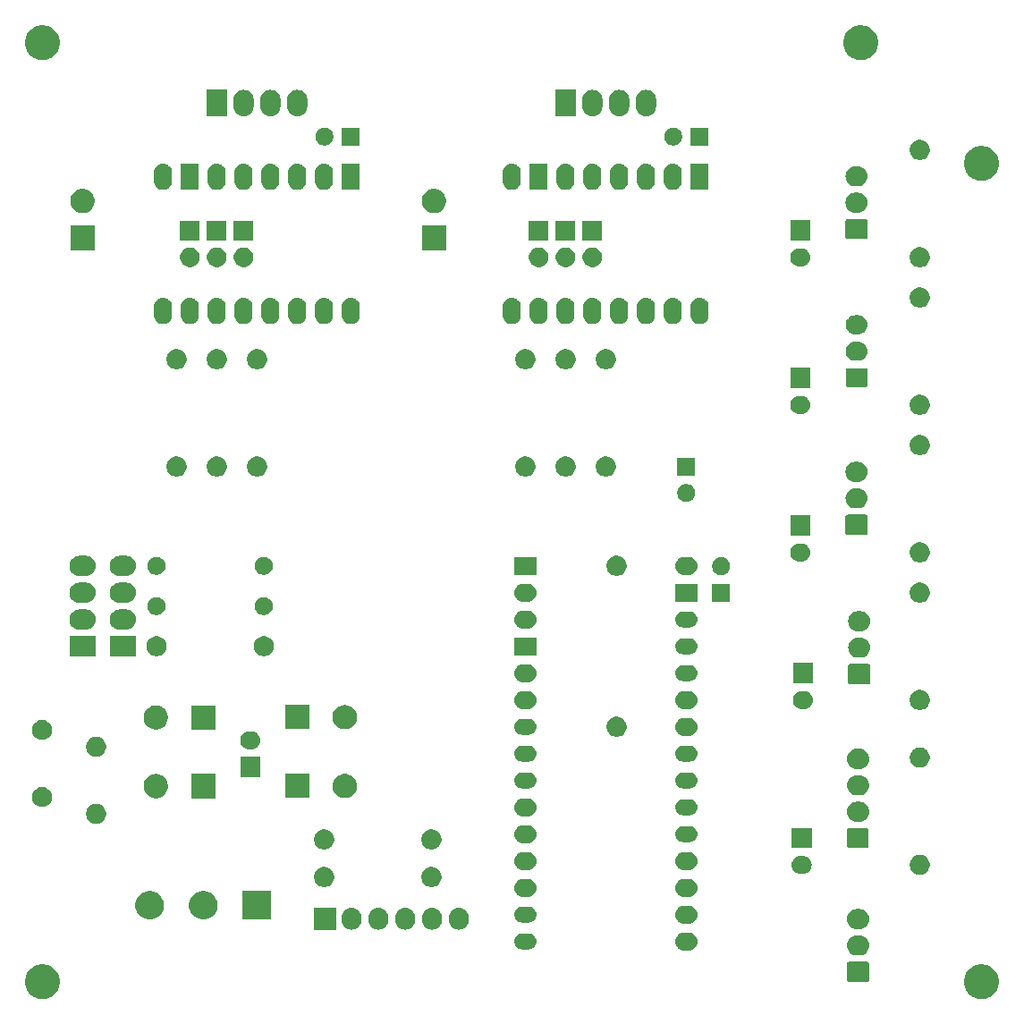
<source format=gbr>
G04 #@! TF.GenerationSoftware,KiCad,Pcbnew,(5.1.5)-3*
G04 #@! TF.CreationDate,2021-02-07T21:58:35+01:00*
G04 #@! TF.ProjectId,power-board,706f7765-722d-4626-9f61-72642e6b6963,rev?*
G04 #@! TF.SameCoordinates,Original*
G04 #@! TF.FileFunction,Soldermask,Bot*
G04 #@! TF.FilePolarity,Negative*
%FSLAX46Y46*%
G04 Gerber Fmt 4.6, Leading zero omitted, Abs format (unit mm)*
G04 Created by KiCad (PCBNEW (5.1.5)-3) date 2021-02-07 21:58:35*
%MOMM*%
%LPD*%
G04 APERTURE LIST*
%ADD10C,0.100000*%
G04 APERTURE END LIST*
D10*
G36*
X105785256Y-139361298D02*
G01*
X105891579Y-139382447D01*
X106192042Y-139506903D01*
X106462451Y-139687585D01*
X106692415Y-139917549D01*
X106692416Y-139917551D01*
X106873098Y-140187960D01*
X106997553Y-140488422D01*
X107058440Y-140794518D01*
X107061000Y-140807391D01*
X107061000Y-141132609D01*
X106997553Y-141451579D01*
X106873097Y-141752042D01*
X106692415Y-142022451D01*
X106462451Y-142252415D01*
X106192042Y-142433097D01*
X105891579Y-142557553D01*
X105785256Y-142578702D01*
X105572611Y-142621000D01*
X105247389Y-142621000D01*
X105034744Y-142578702D01*
X104928421Y-142557553D01*
X104627958Y-142433097D01*
X104357549Y-142252415D01*
X104127585Y-142022451D01*
X103946903Y-141752042D01*
X103822447Y-141451579D01*
X103759000Y-141132609D01*
X103759000Y-140807391D01*
X103761561Y-140794518D01*
X103822447Y-140488422D01*
X103946902Y-140187960D01*
X104127584Y-139917551D01*
X104127585Y-139917549D01*
X104357549Y-139687585D01*
X104627958Y-139506903D01*
X104928421Y-139382447D01*
X105034744Y-139361298D01*
X105247389Y-139319000D01*
X105572611Y-139319000D01*
X105785256Y-139361298D01*
G37*
G36*
X194685256Y-139361298D02*
G01*
X194791579Y-139382447D01*
X195092042Y-139506903D01*
X195362451Y-139687585D01*
X195592415Y-139917549D01*
X195592416Y-139917551D01*
X195773098Y-140187960D01*
X195897553Y-140488422D01*
X195958440Y-140794518D01*
X195961000Y-140807391D01*
X195961000Y-141132609D01*
X195897553Y-141451579D01*
X195773097Y-141752042D01*
X195592415Y-142022451D01*
X195362451Y-142252415D01*
X195092042Y-142433097D01*
X194791579Y-142557553D01*
X194685256Y-142578702D01*
X194472611Y-142621000D01*
X194147389Y-142621000D01*
X193934744Y-142578702D01*
X193828421Y-142557553D01*
X193527958Y-142433097D01*
X193257549Y-142252415D01*
X193027585Y-142022451D01*
X192846903Y-141752042D01*
X192722447Y-141451579D01*
X192659000Y-141132609D01*
X192659000Y-140807391D01*
X192661561Y-140794518D01*
X192722447Y-140488422D01*
X192846902Y-140187960D01*
X193027584Y-139917551D01*
X193027585Y-139917549D01*
X193257549Y-139687585D01*
X193527958Y-139506903D01*
X193828421Y-139382447D01*
X193934744Y-139361298D01*
X194147389Y-139319000D01*
X194472611Y-139319000D01*
X194685256Y-139361298D01*
G37*
G36*
X183522868Y-139094269D02*
G01*
X183558647Y-139105123D01*
X183591626Y-139122751D01*
X183620529Y-139146471D01*
X183644249Y-139175374D01*
X183661877Y-139208353D01*
X183672731Y-139244132D01*
X183677000Y-139287482D01*
X183677000Y-140794518D01*
X183672731Y-140837868D01*
X183661877Y-140873647D01*
X183644249Y-140906626D01*
X183620529Y-140935529D01*
X183591626Y-140959249D01*
X183558647Y-140976877D01*
X183522868Y-140987731D01*
X183479518Y-140992000D01*
X181772482Y-140992000D01*
X181729132Y-140987731D01*
X181693353Y-140976877D01*
X181660374Y-140959249D01*
X181631471Y-140935529D01*
X181607751Y-140906626D01*
X181590123Y-140873647D01*
X181579269Y-140837868D01*
X181575000Y-140794518D01*
X181575000Y-139287482D01*
X181579269Y-139244132D01*
X181590123Y-139208353D01*
X181607751Y-139175374D01*
X181631471Y-139146471D01*
X181660374Y-139122751D01*
X181693353Y-139105123D01*
X181729132Y-139094269D01*
X181772482Y-139090000D01*
X183479518Y-139090000D01*
X183522868Y-139094269D01*
G37*
G36*
X182912425Y-136603760D02*
G01*
X182912428Y-136603761D01*
X182912429Y-136603761D01*
X183091693Y-136658140D01*
X183091696Y-136658142D01*
X183091697Y-136658142D01*
X183256903Y-136746446D01*
X183401712Y-136865288D01*
X183520554Y-137010097D01*
X183600678Y-137160000D01*
X183608860Y-137175307D01*
X183654822Y-137326825D01*
X183663240Y-137354575D01*
X183681601Y-137541000D01*
X183663240Y-137727425D01*
X183663239Y-137727428D01*
X183663239Y-137727429D01*
X183608860Y-137906693D01*
X183608858Y-137906696D01*
X183608858Y-137906697D01*
X183520554Y-138071903D01*
X183401712Y-138216712D01*
X183256903Y-138335554D01*
X183091697Y-138423858D01*
X183091693Y-138423860D01*
X182912429Y-138478239D01*
X182912428Y-138478239D01*
X182912425Y-138478240D01*
X182772718Y-138492000D01*
X182479282Y-138492000D01*
X182339575Y-138478240D01*
X182339572Y-138478239D01*
X182339571Y-138478239D01*
X182160307Y-138423860D01*
X182160303Y-138423858D01*
X181995097Y-138335554D01*
X181850288Y-138216712D01*
X181731446Y-138071903D01*
X181643142Y-137906697D01*
X181643142Y-137906696D01*
X181643140Y-137906693D01*
X181588761Y-137727429D01*
X181588761Y-137727428D01*
X181588760Y-137727425D01*
X181570399Y-137541000D01*
X181588760Y-137354575D01*
X181597178Y-137326825D01*
X181643140Y-137175307D01*
X181651322Y-137160000D01*
X181731446Y-137010097D01*
X181850288Y-136865288D01*
X181995097Y-136746446D01*
X182160303Y-136658142D01*
X182160304Y-136658142D01*
X182160307Y-136658140D01*
X182339571Y-136603761D01*
X182339572Y-136603761D01*
X182339575Y-136603760D01*
X182479282Y-136590000D01*
X182772718Y-136590000D01*
X182912425Y-136603760D01*
G37*
G36*
X166736823Y-136321313D02*
G01*
X166897242Y-136369976D01*
X166990581Y-136419867D01*
X167045078Y-136448996D01*
X167174659Y-136555341D01*
X167281004Y-136684922D01*
X167281005Y-136684924D01*
X167360024Y-136832758D01*
X167408687Y-136993177D01*
X167425117Y-137160000D01*
X167408687Y-137326823D01*
X167360024Y-137487242D01*
X167289114Y-137619906D01*
X167281004Y-137635078D01*
X167174659Y-137764659D01*
X167045078Y-137871004D01*
X167045076Y-137871005D01*
X166897242Y-137950024D01*
X166736823Y-137998687D01*
X166611804Y-138011000D01*
X166128196Y-138011000D01*
X166003177Y-137998687D01*
X165842758Y-137950024D01*
X165694924Y-137871005D01*
X165694922Y-137871004D01*
X165565341Y-137764659D01*
X165458996Y-137635078D01*
X165450886Y-137619906D01*
X165379976Y-137487242D01*
X165331313Y-137326823D01*
X165314883Y-137160000D01*
X165331313Y-136993177D01*
X165379976Y-136832758D01*
X165458995Y-136684924D01*
X165458996Y-136684922D01*
X165565341Y-136555341D01*
X165694922Y-136448996D01*
X165749419Y-136419867D01*
X165842758Y-136369976D01*
X166003177Y-136321313D01*
X166128196Y-136309000D01*
X166611804Y-136309000D01*
X166736823Y-136321313D01*
G37*
G36*
X151503665Y-136412622D02*
G01*
X151577222Y-136419867D01*
X151718786Y-136462810D01*
X151849252Y-136532546D01*
X151877028Y-136555341D01*
X151963607Y-136626393D01*
X152033008Y-136710960D01*
X152057454Y-136740748D01*
X152057455Y-136740750D01*
X152124023Y-136865288D01*
X152127190Y-136871214D01*
X152170133Y-137012778D01*
X152184633Y-137160000D01*
X152170133Y-137307222D01*
X152127190Y-137448786D01*
X152057454Y-137579252D01*
X152033008Y-137609040D01*
X151963607Y-137693607D01*
X151879040Y-137763008D01*
X151849252Y-137787454D01*
X151718786Y-137857190D01*
X151577222Y-137900133D01*
X151510617Y-137906693D01*
X151466888Y-137911000D01*
X150793112Y-137911000D01*
X150749383Y-137906693D01*
X150682778Y-137900133D01*
X150541214Y-137857190D01*
X150410748Y-137787454D01*
X150380960Y-137763008D01*
X150296393Y-137693607D01*
X150226992Y-137609040D01*
X150202546Y-137579252D01*
X150132810Y-137448786D01*
X150089867Y-137307222D01*
X150075367Y-137160000D01*
X150089867Y-137012778D01*
X150132810Y-136871214D01*
X150135978Y-136865288D01*
X150202545Y-136740750D01*
X150202546Y-136740748D01*
X150226992Y-136710960D01*
X150296393Y-136626393D01*
X150382972Y-136555341D01*
X150410748Y-136532546D01*
X150541214Y-136462810D01*
X150682778Y-136419867D01*
X150756335Y-136412622D01*
X150793112Y-136409000D01*
X151466888Y-136409000D01*
X151503665Y-136412622D01*
G37*
G36*
X145029924Y-133963760D02*
G01*
X145029927Y-133963761D01*
X145029928Y-133963761D01*
X145209192Y-134018140D01*
X145209195Y-134018142D01*
X145209196Y-134018142D01*
X145374403Y-134106446D01*
X145519212Y-134225288D01*
X145638054Y-134370097D01*
X145712885Y-134510097D01*
X145726360Y-134535307D01*
X145752051Y-134620000D01*
X145780740Y-134714575D01*
X145794500Y-134854282D01*
X145794500Y-135147717D01*
X145780740Y-135287424D01*
X145780739Y-135287427D01*
X145780739Y-135287428D01*
X145726360Y-135466693D01*
X145701288Y-135513599D01*
X145638054Y-135631903D01*
X145519212Y-135776712D01*
X145374403Y-135895554D01*
X145209197Y-135983858D01*
X145209193Y-135983860D01*
X145029929Y-136038239D01*
X145029928Y-136038239D01*
X145029925Y-136038240D01*
X144843500Y-136056601D01*
X144657076Y-136038240D01*
X144657073Y-136038239D01*
X144657072Y-136038239D01*
X144477808Y-135983860D01*
X144477804Y-135983858D01*
X144312598Y-135895554D01*
X144233062Y-135830280D01*
X144167788Y-135776712D01*
X144048947Y-135631903D01*
X143960640Y-135466693D01*
X143906261Y-135287429D01*
X143906261Y-135287428D01*
X143906260Y-135287425D01*
X143892500Y-135147718D01*
X143892500Y-134854283D01*
X143906260Y-134714576D01*
X143906261Y-134714572D01*
X143960640Y-134535308D01*
X143960643Y-134535303D01*
X144048946Y-134370097D01*
X144167788Y-134225288D01*
X144312597Y-134106446D01*
X144477803Y-134018142D01*
X144477804Y-134018142D01*
X144477807Y-134018140D01*
X144657071Y-133963761D01*
X144657072Y-133963761D01*
X144657075Y-133963760D01*
X144843500Y-133945399D01*
X145029924Y-133963760D01*
G37*
G36*
X142489924Y-133963760D02*
G01*
X142489927Y-133963761D01*
X142489928Y-133963761D01*
X142669192Y-134018140D01*
X142669195Y-134018142D01*
X142669196Y-134018142D01*
X142834403Y-134106446D01*
X142979212Y-134225288D01*
X143098054Y-134370097D01*
X143172885Y-134510097D01*
X143186360Y-134535307D01*
X143212051Y-134620000D01*
X143240740Y-134714575D01*
X143254500Y-134854282D01*
X143254500Y-135147717D01*
X143240740Y-135287424D01*
X143240739Y-135287427D01*
X143240739Y-135287428D01*
X143186360Y-135466693D01*
X143161288Y-135513599D01*
X143098054Y-135631903D01*
X142979212Y-135776712D01*
X142834403Y-135895554D01*
X142669197Y-135983858D01*
X142669193Y-135983860D01*
X142489929Y-136038239D01*
X142489928Y-136038239D01*
X142489925Y-136038240D01*
X142303500Y-136056601D01*
X142117076Y-136038240D01*
X142117073Y-136038239D01*
X142117072Y-136038239D01*
X141937808Y-135983860D01*
X141937804Y-135983858D01*
X141772598Y-135895554D01*
X141693062Y-135830280D01*
X141627788Y-135776712D01*
X141508947Y-135631903D01*
X141420640Y-135466693D01*
X141366261Y-135287429D01*
X141366261Y-135287428D01*
X141366260Y-135287425D01*
X141352500Y-135147718D01*
X141352500Y-134854283D01*
X141366260Y-134714576D01*
X141366261Y-134714572D01*
X141420640Y-134535308D01*
X141420643Y-134535303D01*
X141508946Y-134370097D01*
X141627788Y-134225288D01*
X141772597Y-134106446D01*
X141937803Y-134018142D01*
X141937804Y-134018142D01*
X141937807Y-134018140D01*
X142117071Y-133963761D01*
X142117072Y-133963761D01*
X142117075Y-133963760D01*
X142303500Y-133945399D01*
X142489924Y-133963760D01*
G37*
G36*
X137409924Y-133963760D02*
G01*
X137409927Y-133963761D01*
X137409928Y-133963761D01*
X137589192Y-134018140D01*
X137589195Y-134018142D01*
X137589196Y-134018142D01*
X137754403Y-134106446D01*
X137899212Y-134225288D01*
X138018054Y-134370097D01*
X138092885Y-134510097D01*
X138106360Y-134535307D01*
X138132051Y-134620000D01*
X138160740Y-134714575D01*
X138174500Y-134854282D01*
X138174500Y-135147717D01*
X138160740Y-135287424D01*
X138160739Y-135287427D01*
X138160739Y-135287428D01*
X138106360Y-135466693D01*
X138081288Y-135513599D01*
X138018054Y-135631903D01*
X137899212Y-135776712D01*
X137754403Y-135895554D01*
X137589197Y-135983858D01*
X137589193Y-135983860D01*
X137409929Y-136038239D01*
X137409928Y-136038239D01*
X137409925Y-136038240D01*
X137223500Y-136056601D01*
X137037076Y-136038240D01*
X137037073Y-136038239D01*
X137037072Y-136038239D01*
X136857808Y-135983860D01*
X136857804Y-135983858D01*
X136692598Y-135895554D01*
X136613062Y-135830280D01*
X136547788Y-135776712D01*
X136428947Y-135631903D01*
X136340640Y-135466693D01*
X136286261Y-135287429D01*
X136286261Y-135287428D01*
X136286260Y-135287425D01*
X136272500Y-135147718D01*
X136272500Y-134854283D01*
X136286260Y-134714576D01*
X136286261Y-134714572D01*
X136340640Y-134535308D01*
X136340643Y-134535303D01*
X136428946Y-134370097D01*
X136547788Y-134225288D01*
X136692597Y-134106446D01*
X136857803Y-134018142D01*
X136857804Y-134018142D01*
X136857807Y-134018140D01*
X137037071Y-133963761D01*
X137037072Y-133963761D01*
X137037075Y-133963760D01*
X137223500Y-133945399D01*
X137409924Y-133963760D01*
G37*
G36*
X134869924Y-133963760D02*
G01*
X134869927Y-133963761D01*
X134869928Y-133963761D01*
X135049192Y-134018140D01*
X135049195Y-134018142D01*
X135049196Y-134018142D01*
X135214403Y-134106446D01*
X135359212Y-134225288D01*
X135478054Y-134370097D01*
X135552885Y-134510097D01*
X135566360Y-134535307D01*
X135592051Y-134620000D01*
X135620740Y-134714575D01*
X135634500Y-134854282D01*
X135634500Y-135147717D01*
X135620740Y-135287424D01*
X135620739Y-135287427D01*
X135620739Y-135287428D01*
X135566360Y-135466693D01*
X135541288Y-135513599D01*
X135478054Y-135631903D01*
X135359212Y-135776712D01*
X135214403Y-135895554D01*
X135049197Y-135983858D01*
X135049193Y-135983860D01*
X134869929Y-136038239D01*
X134869928Y-136038239D01*
X134869925Y-136038240D01*
X134683500Y-136056601D01*
X134497076Y-136038240D01*
X134497073Y-136038239D01*
X134497072Y-136038239D01*
X134317808Y-135983860D01*
X134317804Y-135983858D01*
X134152598Y-135895554D01*
X134073062Y-135830280D01*
X134007788Y-135776712D01*
X133888947Y-135631903D01*
X133800640Y-135466693D01*
X133746261Y-135287429D01*
X133746261Y-135287428D01*
X133746260Y-135287425D01*
X133732500Y-135147718D01*
X133732500Y-134854283D01*
X133746260Y-134714576D01*
X133746261Y-134714572D01*
X133800640Y-134535308D01*
X133800643Y-134535303D01*
X133888946Y-134370097D01*
X134007788Y-134225288D01*
X134152597Y-134106446D01*
X134317803Y-134018142D01*
X134317804Y-134018142D01*
X134317807Y-134018140D01*
X134497071Y-133963761D01*
X134497072Y-133963761D01*
X134497075Y-133963760D01*
X134683500Y-133945399D01*
X134869924Y-133963760D01*
G37*
G36*
X139949924Y-133963760D02*
G01*
X139949927Y-133963761D01*
X139949928Y-133963761D01*
X140129192Y-134018140D01*
X140129195Y-134018142D01*
X140129196Y-134018142D01*
X140294403Y-134106446D01*
X140439212Y-134225288D01*
X140558054Y-134370097D01*
X140632885Y-134510097D01*
X140646360Y-134535307D01*
X140672051Y-134620000D01*
X140700740Y-134714575D01*
X140714500Y-134854282D01*
X140714500Y-135147717D01*
X140700740Y-135287424D01*
X140700739Y-135287427D01*
X140700739Y-135287428D01*
X140646360Y-135466693D01*
X140621288Y-135513599D01*
X140558054Y-135631903D01*
X140439212Y-135776712D01*
X140294403Y-135895554D01*
X140129197Y-135983858D01*
X140129193Y-135983860D01*
X139949929Y-136038239D01*
X139949928Y-136038239D01*
X139949925Y-136038240D01*
X139763500Y-136056601D01*
X139577076Y-136038240D01*
X139577073Y-136038239D01*
X139577072Y-136038239D01*
X139397808Y-135983860D01*
X139397804Y-135983858D01*
X139232598Y-135895554D01*
X139153062Y-135830280D01*
X139087788Y-135776712D01*
X138968947Y-135631903D01*
X138880640Y-135466693D01*
X138826261Y-135287429D01*
X138826261Y-135287428D01*
X138826260Y-135287425D01*
X138812500Y-135147718D01*
X138812500Y-134854283D01*
X138826260Y-134714576D01*
X138826261Y-134714572D01*
X138880640Y-134535308D01*
X138880643Y-134535303D01*
X138968946Y-134370097D01*
X139087788Y-134225288D01*
X139232597Y-134106446D01*
X139397803Y-134018142D01*
X139397804Y-134018142D01*
X139397807Y-134018140D01*
X139577071Y-133963761D01*
X139577072Y-133963761D01*
X139577075Y-133963760D01*
X139763500Y-133945399D01*
X139949924Y-133963760D01*
G37*
G36*
X133194500Y-136052000D02*
G01*
X131092500Y-136052000D01*
X131092500Y-133950000D01*
X133194500Y-133950000D01*
X133194500Y-136052000D01*
G37*
G36*
X182912425Y-134103760D02*
G01*
X182912428Y-134103761D01*
X182912429Y-134103761D01*
X183091693Y-134158140D01*
X183091696Y-134158142D01*
X183091697Y-134158142D01*
X183256903Y-134246446D01*
X183401712Y-134365288D01*
X183520554Y-134510097D01*
X183564445Y-134592212D01*
X183608860Y-134675307D01*
X183663153Y-134854287D01*
X183663240Y-134854575D01*
X183681601Y-135041000D01*
X183663240Y-135227425D01*
X183663239Y-135227428D01*
X183663239Y-135227429D01*
X183608860Y-135406693D01*
X183608858Y-135406696D01*
X183608858Y-135406697D01*
X183520554Y-135571903D01*
X183401712Y-135716712D01*
X183256903Y-135835554D01*
X183144650Y-135895554D01*
X183091693Y-135923860D01*
X182912429Y-135978239D01*
X182912428Y-135978239D01*
X182912425Y-135978240D01*
X182772718Y-135992000D01*
X182479282Y-135992000D01*
X182339575Y-135978240D01*
X182339572Y-135978239D01*
X182339571Y-135978239D01*
X182160307Y-135923860D01*
X182107350Y-135895554D01*
X181995097Y-135835554D01*
X181850288Y-135716712D01*
X181731446Y-135571903D01*
X181643142Y-135406697D01*
X181643142Y-135406696D01*
X181643140Y-135406693D01*
X181588761Y-135227429D01*
X181588761Y-135227428D01*
X181588760Y-135227425D01*
X181570399Y-135041000D01*
X181588760Y-134854575D01*
X181588847Y-134854287D01*
X181643140Y-134675307D01*
X181687555Y-134592212D01*
X181731446Y-134510097D01*
X181850288Y-134365288D01*
X181995097Y-134246446D01*
X182160303Y-134158142D01*
X182160304Y-134158142D01*
X182160307Y-134158140D01*
X182339571Y-134103761D01*
X182339572Y-134103761D01*
X182339575Y-134103760D01*
X182479282Y-134090000D01*
X182772718Y-134090000D01*
X182912425Y-134103760D01*
G37*
G36*
X166736823Y-133781313D02*
G01*
X166897242Y-133829976D01*
X166990581Y-133879867D01*
X167045078Y-133908996D01*
X167174659Y-134015341D01*
X167281004Y-134144922D01*
X167281005Y-134144924D01*
X167360024Y-134292758D01*
X167408687Y-134453177D01*
X167425117Y-134620000D01*
X167408687Y-134786823D01*
X167360024Y-134947242D01*
X167309909Y-135041000D01*
X167281004Y-135095078D01*
X167174659Y-135224659D01*
X167045078Y-135331004D01*
X167045076Y-135331005D01*
X166897242Y-135410024D01*
X166736823Y-135458687D01*
X166611804Y-135471000D01*
X166128196Y-135471000D01*
X166003177Y-135458687D01*
X165842758Y-135410024D01*
X165694924Y-135331005D01*
X165694922Y-135331004D01*
X165565341Y-135224659D01*
X165458996Y-135095078D01*
X165430091Y-135041000D01*
X165379976Y-134947242D01*
X165331313Y-134786823D01*
X165314883Y-134620000D01*
X165331313Y-134453177D01*
X165379976Y-134292758D01*
X165458995Y-134144924D01*
X165458996Y-134144922D01*
X165565341Y-134015341D01*
X165694922Y-133908996D01*
X165749419Y-133879867D01*
X165842758Y-133829976D01*
X166003177Y-133781313D01*
X166128196Y-133769000D01*
X166611804Y-133769000D01*
X166736823Y-133781313D01*
G37*
G36*
X151503665Y-133872622D02*
G01*
X151577222Y-133879867D01*
X151718786Y-133922810D01*
X151849252Y-133992546D01*
X151877028Y-134015341D01*
X151963607Y-134086393D01*
X152022488Y-134158142D01*
X152057454Y-134200748D01*
X152127190Y-134331214D01*
X152170133Y-134472778D01*
X152184633Y-134620000D01*
X152170133Y-134767222D01*
X152127190Y-134908786D01*
X152127189Y-134908788D01*
X152106636Y-134947239D01*
X152057454Y-135039252D01*
X152056019Y-135041000D01*
X151963607Y-135153607D01*
X151879040Y-135223008D01*
X151849252Y-135247454D01*
X151718786Y-135317190D01*
X151577222Y-135360133D01*
X151503665Y-135367378D01*
X151466888Y-135371000D01*
X150793112Y-135371000D01*
X150756335Y-135367378D01*
X150682778Y-135360133D01*
X150541214Y-135317190D01*
X150410748Y-135247454D01*
X150380960Y-135223008D01*
X150296393Y-135153607D01*
X150203981Y-135041000D01*
X150202546Y-135039252D01*
X150153364Y-134947239D01*
X150132811Y-134908788D01*
X150132810Y-134908786D01*
X150089867Y-134767222D01*
X150075367Y-134620000D01*
X150089867Y-134472778D01*
X150132810Y-134331214D01*
X150202546Y-134200748D01*
X150237512Y-134158142D01*
X150296393Y-134086393D01*
X150382972Y-134015341D01*
X150410748Y-133992546D01*
X150541214Y-133922810D01*
X150682778Y-133879867D01*
X150756335Y-133872622D01*
X150793112Y-133869000D01*
X151466888Y-133869000D01*
X151503665Y-133872622D01*
G37*
G36*
X121044072Y-132431918D02*
G01*
X121289939Y-132533759D01*
X121321842Y-132555076D01*
X121511211Y-132681609D01*
X121699391Y-132869789D01*
X121847242Y-133091063D01*
X121949082Y-133336928D01*
X122001000Y-133597937D01*
X122001000Y-133864063D01*
X121949082Y-134125072D01*
X121863697Y-134331212D01*
X121847241Y-134370939D01*
X121772813Y-134482328D01*
X121699391Y-134592211D01*
X121511211Y-134780391D01*
X121401328Y-134853813D01*
X121289939Y-134928241D01*
X121289938Y-134928242D01*
X121289937Y-134928242D01*
X121044072Y-135030082D01*
X120783063Y-135082000D01*
X120516937Y-135082000D01*
X120255928Y-135030082D01*
X120010063Y-134928242D01*
X120010062Y-134928242D01*
X120010061Y-134928241D01*
X119898672Y-134853813D01*
X119788789Y-134780391D01*
X119600609Y-134592211D01*
X119527187Y-134482328D01*
X119452759Y-134370939D01*
X119436304Y-134331212D01*
X119350918Y-134125072D01*
X119299000Y-133864063D01*
X119299000Y-133597937D01*
X119350918Y-133336928D01*
X119452758Y-133091063D01*
X119600609Y-132869789D01*
X119788789Y-132681609D01*
X119978158Y-132555076D01*
X120010061Y-132533759D01*
X120255928Y-132431918D01*
X120516937Y-132380000D01*
X120783063Y-132380000D01*
X121044072Y-132431918D01*
G37*
G36*
X115964072Y-132431918D02*
G01*
X116209939Y-132533759D01*
X116241842Y-132555076D01*
X116431211Y-132681609D01*
X116619391Y-132869789D01*
X116767242Y-133091063D01*
X116869082Y-133336928D01*
X116921000Y-133597937D01*
X116921000Y-133864063D01*
X116869082Y-134125072D01*
X116783697Y-134331212D01*
X116767241Y-134370939D01*
X116692813Y-134482328D01*
X116619391Y-134592211D01*
X116431211Y-134780391D01*
X116321328Y-134853813D01*
X116209939Y-134928241D01*
X116209938Y-134928242D01*
X116209937Y-134928242D01*
X115964072Y-135030082D01*
X115703063Y-135082000D01*
X115436937Y-135082000D01*
X115175928Y-135030082D01*
X114930063Y-134928242D01*
X114930062Y-134928242D01*
X114930061Y-134928241D01*
X114818672Y-134853813D01*
X114708789Y-134780391D01*
X114520609Y-134592211D01*
X114447187Y-134482328D01*
X114372759Y-134370939D01*
X114356304Y-134331212D01*
X114270918Y-134125072D01*
X114219000Y-133864063D01*
X114219000Y-133597937D01*
X114270918Y-133336928D01*
X114372758Y-133091063D01*
X114520609Y-132869789D01*
X114708789Y-132681609D01*
X114898158Y-132555076D01*
X114930061Y-132533759D01*
X115175928Y-132431918D01*
X115436937Y-132380000D01*
X115703063Y-132380000D01*
X115964072Y-132431918D01*
G37*
G36*
X127081000Y-135082000D02*
G01*
X124379000Y-135082000D01*
X124379000Y-132380000D01*
X127081000Y-132380000D01*
X127081000Y-135082000D01*
G37*
G36*
X166736823Y-131241313D02*
G01*
X166897242Y-131289976D01*
X166993440Y-131341395D01*
X167045078Y-131368996D01*
X167174659Y-131475341D01*
X167281004Y-131604922D01*
X167281005Y-131604924D01*
X167360024Y-131752758D01*
X167408687Y-131913177D01*
X167425117Y-132080000D01*
X167408687Y-132246823D01*
X167360024Y-132407242D01*
X167346834Y-132431918D01*
X167281004Y-132555078D01*
X167174659Y-132684659D01*
X167045078Y-132791004D01*
X167045076Y-132791005D01*
X166897242Y-132870024D01*
X166736823Y-132918687D01*
X166611804Y-132931000D01*
X166128196Y-132931000D01*
X166003177Y-132918687D01*
X165842758Y-132870024D01*
X165694924Y-132791005D01*
X165694922Y-132791004D01*
X165565341Y-132684659D01*
X165458996Y-132555078D01*
X165393166Y-132431918D01*
X165379976Y-132407242D01*
X165331313Y-132246823D01*
X165314883Y-132080000D01*
X165331313Y-131913177D01*
X165379976Y-131752758D01*
X165458995Y-131604924D01*
X165458996Y-131604922D01*
X165565341Y-131475341D01*
X165694922Y-131368996D01*
X165746560Y-131341395D01*
X165842758Y-131289976D01*
X166003177Y-131241313D01*
X166128196Y-131229000D01*
X166611804Y-131229000D01*
X166736823Y-131241313D01*
G37*
G36*
X151496823Y-131241313D02*
G01*
X151657242Y-131289976D01*
X151753440Y-131341395D01*
X151805078Y-131368996D01*
X151934659Y-131475341D01*
X152041004Y-131604922D01*
X152041005Y-131604924D01*
X152120024Y-131752758D01*
X152168687Y-131913177D01*
X152185117Y-132080000D01*
X152168687Y-132246823D01*
X152120024Y-132407242D01*
X152106834Y-132431918D01*
X152041004Y-132555078D01*
X151934659Y-132684659D01*
X151805078Y-132791004D01*
X151805076Y-132791005D01*
X151657242Y-132870024D01*
X151496823Y-132918687D01*
X151371804Y-132931000D01*
X150888196Y-132931000D01*
X150763177Y-132918687D01*
X150602758Y-132870024D01*
X150454924Y-132791005D01*
X150454922Y-132791004D01*
X150325341Y-132684659D01*
X150218996Y-132555078D01*
X150153166Y-132431918D01*
X150139976Y-132407242D01*
X150091313Y-132246823D01*
X150074883Y-132080000D01*
X150091313Y-131913177D01*
X150139976Y-131752758D01*
X150218995Y-131604924D01*
X150218996Y-131604922D01*
X150325341Y-131475341D01*
X150454922Y-131368996D01*
X150506560Y-131341395D01*
X150602758Y-131289976D01*
X150763177Y-131241313D01*
X150888196Y-131229000D01*
X151371804Y-131229000D01*
X151496823Y-131241313D01*
G37*
G36*
X132357395Y-130149546D02*
G01*
X132530466Y-130221234D01*
X132530467Y-130221235D01*
X132686227Y-130325310D01*
X132818690Y-130457773D01*
X132818691Y-130457775D01*
X132922766Y-130613534D01*
X132994454Y-130786605D01*
X133031000Y-130970333D01*
X133031000Y-131157667D01*
X132994454Y-131341395D01*
X132922766Y-131514466D01*
X132922765Y-131514467D01*
X132818690Y-131670227D01*
X132686227Y-131802690D01*
X132607818Y-131855081D01*
X132530466Y-131906766D01*
X132357395Y-131978454D01*
X132173667Y-132015000D01*
X131986333Y-132015000D01*
X131802605Y-131978454D01*
X131629534Y-131906766D01*
X131552182Y-131855081D01*
X131473773Y-131802690D01*
X131341310Y-131670227D01*
X131237235Y-131514467D01*
X131237234Y-131514466D01*
X131165546Y-131341395D01*
X131129000Y-131157667D01*
X131129000Y-130970333D01*
X131165546Y-130786605D01*
X131237234Y-130613534D01*
X131341309Y-130457775D01*
X131341310Y-130457773D01*
X131473773Y-130325310D01*
X131629533Y-130221235D01*
X131629534Y-130221234D01*
X131802605Y-130149546D01*
X131986333Y-130113000D01*
X132173667Y-130113000D01*
X132357395Y-130149546D01*
G37*
G36*
X142517395Y-130149546D02*
G01*
X142690466Y-130221234D01*
X142690467Y-130221235D01*
X142846227Y-130325310D01*
X142978690Y-130457773D01*
X142978691Y-130457775D01*
X143082766Y-130613534D01*
X143154454Y-130786605D01*
X143191000Y-130970333D01*
X143191000Y-131157667D01*
X143154454Y-131341395D01*
X143082766Y-131514466D01*
X143082765Y-131514467D01*
X142978690Y-131670227D01*
X142846227Y-131802690D01*
X142767818Y-131855081D01*
X142690466Y-131906766D01*
X142517395Y-131978454D01*
X142333667Y-132015000D01*
X142146333Y-132015000D01*
X141962605Y-131978454D01*
X141789534Y-131906766D01*
X141712182Y-131855081D01*
X141633773Y-131802690D01*
X141501310Y-131670227D01*
X141397235Y-131514467D01*
X141397234Y-131514466D01*
X141325546Y-131341395D01*
X141289000Y-131157667D01*
X141289000Y-130970333D01*
X141325546Y-130786605D01*
X141397234Y-130613534D01*
X141501309Y-130457775D01*
X141501310Y-130457773D01*
X141633773Y-130325310D01*
X141789533Y-130221235D01*
X141789534Y-130221234D01*
X141962605Y-130149546D01*
X142146333Y-130113000D01*
X142333667Y-130113000D01*
X142517395Y-130149546D01*
G37*
G36*
X188745395Y-129006546D02*
G01*
X188918466Y-129078234D01*
X188924572Y-129082314D01*
X189074227Y-129182310D01*
X189206690Y-129314773D01*
X189245713Y-129373175D01*
X189310766Y-129470534D01*
X189382454Y-129643605D01*
X189419000Y-129827333D01*
X189419000Y-130014667D01*
X189382454Y-130198395D01*
X189310766Y-130371466D01*
X189305941Y-130378687D01*
X189206690Y-130527227D01*
X189074227Y-130659690D01*
X188997400Y-130711024D01*
X188918466Y-130763766D01*
X188745395Y-130835454D01*
X188561667Y-130872000D01*
X188374333Y-130872000D01*
X188190605Y-130835454D01*
X188017534Y-130763766D01*
X187938600Y-130711024D01*
X187861773Y-130659690D01*
X187729310Y-130527227D01*
X187630059Y-130378687D01*
X187625234Y-130371466D01*
X187553546Y-130198395D01*
X187517000Y-130014667D01*
X187517000Y-129827333D01*
X187553546Y-129643605D01*
X187625234Y-129470534D01*
X187690287Y-129373175D01*
X187729310Y-129314773D01*
X187861773Y-129182310D01*
X188011428Y-129082314D01*
X188017534Y-129078234D01*
X188190605Y-129006546D01*
X188374333Y-128970000D01*
X188561667Y-128970000D01*
X188745395Y-129006546D01*
G37*
G36*
X177558823Y-129082313D02*
G01*
X177719242Y-129130976D01*
X177815279Y-129182309D01*
X177867078Y-129209996D01*
X177996659Y-129316341D01*
X178103004Y-129445922D01*
X178103005Y-129445924D01*
X178182024Y-129593758D01*
X178230687Y-129754177D01*
X178247117Y-129921000D01*
X178230687Y-130087823D01*
X178182024Y-130248242D01*
X178138310Y-130330025D01*
X178103004Y-130396078D01*
X177996659Y-130525659D01*
X177867078Y-130632004D01*
X177867076Y-130632005D01*
X177719242Y-130711024D01*
X177558823Y-130759687D01*
X177433804Y-130772000D01*
X177150196Y-130772000D01*
X177025177Y-130759687D01*
X176864758Y-130711024D01*
X176716924Y-130632005D01*
X176716922Y-130632004D01*
X176587341Y-130525659D01*
X176480996Y-130396078D01*
X176445690Y-130330025D01*
X176401976Y-130248242D01*
X176353313Y-130087823D01*
X176336883Y-129921000D01*
X176353313Y-129754177D01*
X176401976Y-129593758D01*
X176480995Y-129445924D01*
X176480996Y-129445922D01*
X176587341Y-129316341D01*
X176716922Y-129209996D01*
X176768721Y-129182309D01*
X176864758Y-129130976D01*
X177025177Y-129082313D01*
X177150196Y-129070000D01*
X177433804Y-129070000D01*
X177558823Y-129082313D01*
G37*
G36*
X166736823Y-128701313D02*
G01*
X166897242Y-128749976D01*
X167029906Y-128820886D01*
X167045078Y-128828996D01*
X167174659Y-128935341D01*
X167281004Y-129064922D01*
X167281005Y-129064924D01*
X167360024Y-129212758D01*
X167408687Y-129373177D01*
X167425117Y-129540000D01*
X167408687Y-129706823D01*
X167360024Y-129867242D01*
X167289114Y-129999906D01*
X167281004Y-130015078D01*
X167174659Y-130144659D01*
X167045078Y-130251004D01*
X167045076Y-130251005D01*
X166897242Y-130330024D01*
X166736823Y-130378687D01*
X166611804Y-130391000D01*
X166128196Y-130391000D01*
X166003177Y-130378687D01*
X165842758Y-130330024D01*
X165694924Y-130251005D01*
X165694922Y-130251004D01*
X165565341Y-130144659D01*
X165458996Y-130015078D01*
X165450886Y-129999906D01*
X165379976Y-129867242D01*
X165331313Y-129706823D01*
X165314883Y-129540000D01*
X165331313Y-129373177D01*
X165379976Y-129212758D01*
X165458995Y-129064924D01*
X165458996Y-129064922D01*
X165565341Y-128935341D01*
X165694922Y-128828996D01*
X165710094Y-128820886D01*
X165842758Y-128749976D01*
X166003177Y-128701313D01*
X166128196Y-128689000D01*
X166611804Y-128689000D01*
X166736823Y-128701313D01*
G37*
G36*
X151496823Y-128701313D02*
G01*
X151657242Y-128749976D01*
X151789906Y-128820886D01*
X151805078Y-128828996D01*
X151934659Y-128935341D01*
X152041004Y-129064922D01*
X152041005Y-129064924D01*
X152120024Y-129212758D01*
X152168687Y-129373177D01*
X152185117Y-129540000D01*
X152168687Y-129706823D01*
X152120024Y-129867242D01*
X152049114Y-129999906D01*
X152041004Y-130015078D01*
X151934659Y-130144659D01*
X151805078Y-130251004D01*
X151805076Y-130251005D01*
X151657242Y-130330024D01*
X151496823Y-130378687D01*
X151371804Y-130391000D01*
X150888196Y-130391000D01*
X150763177Y-130378687D01*
X150602758Y-130330024D01*
X150454924Y-130251005D01*
X150454922Y-130251004D01*
X150325341Y-130144659D01*
X150218996Y-130015078D01*
X150210886Y-129999906D01*
X150139976Y-129867242D01*
X150091313Y-129706823D01*
X150074883Y-129540000D01*
X150091313Y-129373177D01*
X150139976Y-129212758D01*
X150218995Y-129064924D01*
X150218996Y-129064922D01*
X150325341Y-128935341D01*
X150454922Y-128828996D01*
X150470094Y-128820886D01*
X150602758Y-128749976D01*
X150763177Y-128701313D01*
X150888196Y-128689000D01*
X151371804Y-128689000D01*
X151496823Y-128701313D01*
G37*
G36*
X132357395Y-126593546D02*
G01*
X132530466Y-126665234D01*
X132530467Y-126665235D01*
X132686227Y-126769310D01*
X132818690Y-126901773D01*
X132818691Y-126901775D01*
X132922766Y-127057534D01*
X132994454Y-127230605D01*
X133031000Y-127414333D01*
X133031000Y-127601667D01*
X132994454Y-127785395D01*
X132922766Y-127958466D01*
X132922765Y-127958467D01*
X132818690Y-128114227D01*
X132686227Y-128246690D01*
X132681110Y-128250109D01*
X132530466Y-128350766D01*
X132357395Y-128422454D01*
X132173667Y-128459000D01*
X131986333Y-128459000D01*
X131802605Y-128422454D01*
X131629534Y-128350766D01*
X131478890Y-128250109D01*
X131473773Y-128246690D01*
X131341310Y-128114227D01*
X131237235Y-127958467D01*
X131237234Y-127958466D01*
X131165546Y-127785395D01*
X131129000Y-127601667D01*
X131129000Y-127414333D01*
X131165546Y-127230605D01*
X131237234Y-127057534D01*
X131341309Y-126901775D01*
X131341310Y-126901773D01*
X131473773Y-126769310D01*
X131629533Y-126665235D01*
X131629534Y-126665234D01*
X131802605Y-126593546D01*
X131986333Y-126557000D01*
X132173667Y-126557000D01*
X132357395Y-126593546D01*
G37*
G36*
X142517395Y-126593546D02*
G01*
X142690466Y-126665234D01*
X142690467Y-126665235D01*
X142846227Y-126769310D01*
X142978690Y-126901773D01*
X142978691Y-126901775D01*
X143082766Y-127057534D01*
X143154454Y-127230605D01*
X143191000Y-127414333D01*
X143191000Y-127601667D01*
X143154454Y-127785395D01*
X143082766Y-127958466D01*
X143082765Y-127958467D01*
X142978690Y-128114227D01*
X142846227Y-128246690D01*
X142841110Y-128250109D01*
X142690466Y-128350766D01*
X142517395Y-128422454D01*
X142333667Y-128459000D01*
X142146333Y-128459000D01*
X141962605Y-128422454D01*
X141789534Y-128350766D01*
X141638890Y-128250109D01*
X141633773Y-128246690D01*
X141501310Y-128114227D01*
X141397235Y-127958467D01*
X141397234Y-127958466D01*
X141325546Y-127785395D01*
X141289000Y-127601667D01*
X141289000Y-127414333D01*
X141325546Y-127230605D01*
X141397234Y-127057534D01*
X141501309Y-126901775D01*
X141501310Y-126901773D01*
X141633773Y-126769310D01*
X141789533Y-126665235D01*
X141789534Y-126665234D01*
X141962605Y-126593546D01*
X142146333Y-126557000D01*
X142333667Y-126557000D01*
X142517395Y-126593546D01*
G37*
G36*
X178243000Y-128332000D02*
G01*
X176341000Y-128332000D01*
X176341000Y-126430000D01*
X178243000Y-126430000D01*
X178243000Y-128332000D01*
G37*
G36*
X183497868Y-126434269D02*
G01*
X183533647Y-126445123D01*
X183566626Y-126462751D01*
X183595529Y-126486471D01*
X183619249Y-126515374D01*
X183636877Y-126548353D01*
X183647731Y-126584132D01*
X183652000Y-126627482D01*
X183652000Y-128134518D01*
X183647731Y-128177868D01*
X183636877Y-128213647D01*
X183619249Y-128246626D01*
X183595529Y-128275529D01*
X183566626Y-128299249D01*
X183533647Y-128316877D01*
X183497868Y-128327731D01*
X183454518Y-128332000D01*
X181797482Y-128332000D01*
X181754132Y-128327731D01*
X181718353Y-128316877D01*
X181685374Y-128299249D01*
X181656471Y-128275529D01*
X181632751Y-128246626D01*
X181615123Y-128213647D01*
X181604269Y-128177868D01*
X181600000Y-128134518D01*
X181600000Y-126627482D01*
X181604269Y-126584132D01*
X181615123Y-126548353D01*
X181632751Y-126515374D01*
X181656471Y-126486471D01*
X181685374Y-126462751D01*
X181718353Y-126445123D01*
X181754132Y-126434269D01*
X181797482Y-126430000D01*
X183454518Y-126430000D01*
X183497868Y-126434269D01*
G37*
G36*
X151496823Y-126161313D02*
G01*
X151657242Y-126209976D01*
X151750581Y-126259867D01*
X151805078Y-126288996D01*
X151934659Y-126395341D01*
X152041004Y-126524922D01*
X152041005Y-126524924D01*
X152120024Y-126672758D01*
X152168687Y-126833177D01*
X152185117Y-127000000D01*
X152168687Y-127166823D01*
X152120024Y-127327242D01*
X152049114Y-127459906D01*
X152041004Y-127475078D01*
X151934659Y-127604659D01*
X151805078Y-127711004D01*
X151805076Y-127711005D01*
X151657242Y-127790024D01*
X151496823Y-127838687D01*
X151371804Y-127851000D01*
X150888196Y-127851000D01*
X150763177Y-127838687D01*
X150602758Y-127790024D01*
X150454924Y-127711005D01*
X150454922Y-127711004D01*
X150325341Y-127604659D01*
X150218996Y-127475078D01*
X150210886Y-127459906D01*
X150139976Y-127327242D01*
X150091313Y-127166823D01*
X150074883Y-127000000D01*
X150091313Y-126833177D01*
X150139976Y-126672758D01*
X150218995Y-126524924D01*
X150218996Y-126524922D01*
X150325341Y-126395341D01*
X150454922Y-126288996D01*
X150509419Y-126259867D01*
X150602758Y-126209976D01*
X150763177Y-126161313D01*
X150888196Y-126149000D01*
X151371804Y-126149000D01*
X151496823Y-126161313D01*
G37*
G36*
X166743665Y-126252622D02*
G01*
X166817222Y-126259867D01*
X166958786Y-126302810D01*
X167089252Y-126372546D01*
X167117028Y-126395341D01*
X167203607Y-126466393D01*
X167270868Y-126548353D01*
X167297454Y-126580748D01*
X167367190Y-126711214D01*
X167410133Y-126852778D01*
X167424633Y-127000000D01*
X167410133Y-127147222D01*
X167367190Y-127288786D01*
X167297454Y-127419252D01*
X167273008Y-127449040D01*
X167203607Y-127533607D01*
X167120676Y-127601665D01*
X167089252Y-127627454D01*
X166958786Y-127697190D01*
X166817222Y-127740133D01*
X166743665Y-127747378D01*
X166706888Y-127751000D01*
X166033112Y-127751000D01*
X165996335Y-127747378D01*
X165922778Y-127740133D01*
X165781214Y-127697190D01*
X165650748Y-127627454D01*
X165619324Y-127601665D01*
X165536393Y-127533607D01*
X165466992Y-127449040D01*
X165442546Y-127419252D01*
X165372810Y-127288786D01*
X165329867Y-127147222D01*
X165315367Y-127000000D01*
X165329867Y-126852778D01*
X165372810Y-126711214D01*
X165442546Y-126580748D01*
X165469132Y-126548353D01*
X165536393Y-126466393D01*
X165622972Y-126395341D01*
X165650748Y-126372546D01*
X165781214Y-126302810D01*
X165922778Y-126259867D01*
X165996335Y-126252622D01*
X166033112Y-126249000D01*
X166706888Y-126249000D01*
X166743665Y-126252622D01*
G37*
G36*
X110767395Y-124180546D02*
G01*
X110940466Y-124252234D01*
X110940467Y-124252235D01*
X111096227Y-124356310D01*
X111228690Y-124488773D01*
X111246419Y-124515307D01*
X111332766Y-124644534D01*
X111404454Y-124817605D01*
X111441000Y-125001333D01*
X111441000Y-125188667D01*
X111404454Y-125372395D01*
X111332766Y-125545466D01*
X111281081Y-125622818D01*
X111228690Y-125701227D01*
X111096227Y-125833690D01*
X111017818Y-125886081D01*
X110940466Y-125937766D01*
X110767395Y-126009454D01*
X110583667Y-126046000D01*
X110396333Y-126046000D01*
X110212605Y-126009454D01*
X110039534Y-125937766D01*
X109962182Y-125886081D01*
X109883773Y-125833690D01*
X109751310Y-125701227D01*
X109698919Y-125622818D01*
X109647234Y-125545466D01*
X109575546Y-125372395D01*
X109539000Y-125188667D01*
X109539000Y-125001333D01*
X109575546Y-124817605D01*
X109647234Y-124644534D01*
X109733581Y-124515307D01*
X109751310Y-124488773D01*
X109883773Y-124356310D01*
X110039533Y-124252235D01*
X110039534Y-124252234D01*
X110212605Y-124180546D01*
X110396333Y-124144000D01*
X110583667Y-124144000D01*
X110767395Y-124180546D01*
G37*
G36*
X182912425Y-123943760D02*
G01*
X182912428Y-123943761D01*
X182912429Y-123943761D01*
X183091693Y-123998140D01*
X183091696Y-123998142D01*
X183091697Y-123998142D01*
X183256903Y-124086446D01*
X183401712Y-124205288D01*
X183520554Y-124350097D01*
X183608858Y-124515303D01*
X183608860Y-124515307D01*
X183648060Y-124644533D01*
X183663240Y-124694575D01*
X183681601Y-124881000D01*
X183663240Y-125067425D01*
X183663239Y-125067428D01*
X183663239Y-125067429D01*
X183608860Y-125246693D01*
X183608858Y-125246696D01*
X183608858Y-125246697D01*
X183520554Y-125411903D01*
X183401712Y-125556712D01*
X183256903Y-125675554D01*
X183091697Y-125763858D01*
X183091693Y-125763860D01*
X182912429Y-125818239D01*
X182912428Y-125818239D01*
X182912425Y-125818240D01*
X182772718Y-125832000D01*
X182479282Y-125832000D01*
X182339575Y-125818240D01*
X182339572Y-125818239D01*
X182339571Y-125818239D01*
X182160307Y-125763860D01*
X182160303Y-125763858D01*
X181995097Y-125675554D01*
X181850288Y-125556712D01*
X181731446Y-125411903D01*
X181643142Y-125246697D01*
X181643142Y-125246696D01*
X181643140Y-125246693D01*
X181588761Y-125067429D01*
X181588761Y-125067428D01*
X181588760Y-125067425D01*
X181570399Y-124881000D01*
X181588760Y-124694575D01*
X181603940Y-124644533D01*
X181643140Y-124515307D01*
X181643142Y-124515303D01*
X181731446Y-124350097D01*
X181850288Y-124205288D01*
X181995097Y-124086446D01*
X182160303Y-123998142D01*
X182160304Y-123998142D01*
X182160307Y-123998140D01*
X182339571Y-123943761D01*
X182339572Y-123943761D01*
X182339575Y-123943760D01*
X182479282Y-123930000D01*
X182772718Y-123930000D01*
X182912425Y-123943760D01*
G37*
G36*
X151496823Y-123621313D02*
G01*
X151657242Y-123669976D01*
X151750581Y-123719867D01*
X151805078Y-123748996D01*
X151934659Y-123855341D01*
X152041004Y-123984922D01*
X152041005Y-123984924D01*
X152120024Y-124132758D01*
X152168687Y-124293177D01*
X152185117Y-124460000D01*
X152168687Y-124626823D01*
X152120024Y-124787242D01*
X152069909Y-124881000D01*
X152041004Y-124935078D01*
X151934659Y-125064659D01*
X151805078Y-125171004D01*
X151805076Y-125171005D01*
X151657242Y-125250024D01*
X151496823Y-125298687D01*
X151371804Y-125311000D01*
X150888196Y-125311000D01*
X150763177Y-125298687D01*
X150602758Y-125250024D01*
X150454924Y-125171005D01*
X150454922Y-125171004D01*
X150325341Y-125064659D01*
X150218996Y-124935078D01*
X150190091Y-124881000D01*
X150139976Y-124787242D01*
X150091313Y-124626823D01*
X150074883Y-124460000D01*
X150091313Y-124293177D01*
X150139976Y-124132758D01*
X150218995Y-123984924D01*
X150218996Y-123984922D01*
X150325341Y-123855341D01*
X150454922Y-123748996D01*
X150509419Y-123719867D01*
X150602758Y-123669976D01*
X150763177Y-123621313D01*
X150888196Y-123609000D01*
X151371804Y-123609000D01*
X151496823Y-123621313D01*
G37*
G36*
X166743665Y-123712622D02*
G01*
X166817222Y-123719867D01*
X166958786Y-123762810D01*
X167089252Y-123832546D01*
X167117028Y-123855341D01*
X167203607Y-123926393D01*
X167262488Y-123998142D01*
X167297454Y-124040748D01*
X167367190Y-124171214D01*
X167410133Y-124312778D01*
X167424633Y-124460000D01*
X167410133Y-124607222D01*
X167367190Y-124748786D01*
X167297454Y-124879252D01*
X167296019Y-124881000D01*
X167203607Y-124993607D01*
X167119040Y-125063008D01*
X167089252Y-125087454D01*
X166958786Y-125157190D01*
X166817222Y-125200133D01*
X166743665Y-125207378D01*
X166706888Y-125211000D01*
X166033112Y-125211000D01*
X165996335Y-125207378D01*
X165922778Y-125200133D01*
X165781214Y-125157190D01*
X165650748Y-125087454D01*
X165620960Y-125063008D01*
X165536393Y-124993607D01*
X165443981Y-124881000D01*
X165442546Y-124879252D01*
X165372810Y-124748786D01*
X165329867Y-124607222D01*
X165315367Y-124460000D01*
X165329867Y-124312778D01*
X165372810Y-124171214D01*
X165442546Y-124040748D01*
X165477512Y-123998142D01*
X165536393Y-123926393D01*
X165622972Y-123855341D01*
X165650748Y-123832546D01*
X165781214Y-123762810D01*
X165922778Y-123719867D01*
X165996335Y-123712622D01*
X166033112Y-123709000D01*
X166706888Y-123709000D01*
X166743665Y-123712622D01*
G37*
G36*
X105667395Y-122580546D02*
G01*
X105840466Y-122652234D01*
X105868551Y-122671000D01*
X105996227Y-122756310D01*
X106128690Y-122888773D01*
X106128691Y-122888775D01*
X106232766Y-123044534D01*
X106304454Y-123217605D01*
X106341000Y-123401333D01*
X106341000Y-123588667D01*
X106304454Y-123772395D01*
X106232766Y-123945466D01*
X106232765Y-123945467D01*
X106128690Y-124101227D01*
X105996227Y-124233690D01*
X105968472Y-124252235D01*
X105840466Y-124337766D01*
X105667395Y-124409454D01*
X105483667Y-124446000D01*
X105296333Y-124446000D01*
X105112605Y-124409454D01*
X104939534Y-124337766D01*
X104811528Y-124252235D01*
X104783773Y-124233690D01*
X104651310Y-124101227D01*
X104547235Y-123945467D01*
X104547234Y-123945466D01*
X104475546Y-123772395D01*
X104439000Y-123588667D01*
X104439000Y-123401333D01*
X104475546Y-123217605D01*
X104547234Y-123044534D01*
X104651309Y-122888775D01*
X104651310Y-122888773D01*
X104783773Y-122756310D01*
X104911449Y-122671000D01*
X104939534Y-122652234D01*
X105112605Y-122580546D01*
X105296333Y-122544000D01*
X105483667Y-122544000D01*
X105667395Y-122580546D01*
G37*
G36*
X121801000Y-123602000D02*
G01*
X119499000Y-123602000D01*
X119499000Y-121300000D01*
X121801000Y-121300000D01*
X121801000Y-123602000D01*
G37*
G36*
X116370105Y-121321232D02*
G01*
X116485734Y-121344232D01*
X116695203Y-121430997D01*
X116883720Y-121556960D01*
X117044040Y-121717280D01*
X117170003Y-121905797D01*
X117236868Y-122067222D01*
X117256768Y-122115267D01*
X117301000Y-122337635D01*
X117301000Y-122564365D01*
X117290492Y-122617190D01*
X117256768Y-122786734D01*
X117170003Y-122996203D01*
X117044040Y-123184720D01*
X116883720Y-123345040D01*
X116695203Y-123471003D01*
X116485734Y-123557768D01*
X116378993Y-123579000D01*
X116263365Y-123602000D01*
X116036635Y-123602000D01*
X115921007Y-123579000D01*
X115814266Y-123557768D01*
X115604797Y-123471003D01*
X115416280Y-123345040D01*
X115255960Y-123184720D01*
X115129997Y-122996203D01*
X115043232Y-122786734D01*
X115009508Y-122617190D01*
X114999000Y-122564365D01*
X114999000Y-122337635D01*
X115043232Y-122115267D01*
X115063133Y-122067222D01*
X115129997Y-121905797D01*
X115255960Y-121717280D01*
X115416280Y-121556960D01*
X115604797Y-121430997D01*
X115814266Y-121344232D01*
X115929895Y-121321232D01*
X116036635Y-121300000D01*
X116263365Y-121300000D01*
X116370105Y-121321232D01*
G37*
G36*
X130691000Y-123579000D02*
G01*
X128389000Y-123579000D01*
X128389000Y-121277000D01*
X130691000Y-121277000D01*
X130691000Y-123579000D01*
G37*
G36*
X134264549Y-121299116D02*
G01*
X134375734Y-121321232D01*
X134585203Y-121407997D01*
X134773720Y-121533960D01*
X134934040Y-121694280D01*
X135060003Y-121882797D01*
X135136394Y-122067220D01*
X135146768Y-122092267D01*
X135191000Y-122314635D01*
X135191000Y-122541365D01*
X135183206Y-122580546D01*
X135146768Y-122763734D01*
X135060003Y-122973203D01*
X134934040Y-123161720D01*
X134773720Y-123322040D01*
X134585203Y-123448003D01*
X134375734Y-123534768D01*
X134264549Y-123556884D01*
X134153365Y-123579000D01*
X133926635Y-123579000D01*
X133815451Y-123556884D01*
X133704266Y-123534768D01*
X133494797Y-123448003D01*
X133306280Y-123322040D01*
X133145960Y-123161720D01*
X133019997Y-122973203D01*
X132933232Y-122763734D01*
X132896794Y-122580546D01*
X132889000Y-122541365D01*
X132889000Y-122314635D01*
X132933232Y-122092267D01*
X132943607Y-122067220D01*
X133019997Y-121882797D01*
X133145960Y-121694280D01*
X133306280Y-121533960D01*
X133494797Y-121407997D01*
X133704266Y-121321232D01*
X133815451Y-121299116D01*
X133926635Y-121277000D01*
X134153365Y-121277000D01*
X134264549Y-121299116D01*
G37*
G36*
X182912425Y-121443760D02*
G01*
X182912428Y-121443761D01*
X182912429Y-121443761D01*
X183091693Y-121498140D01*
X183091696Y-121498142D01*
X183091697Y-121498142D01*
X183256903Y-121586446D01*
X183401712Y-121705288D01*
X183520554Y-121850097D01*
X183608858Y-122015303D01*
X183608860Y-122015307D01*
X183639182Y-122115266D01*
X183663240Y-122194575D01*
X183681601Y-122381000D01*
X183663240Y-122567425D01*
X183663239Y-122567428D01*
X183663239Y-122567429D01*
X183608860Y-122746693D01*
X183608858Y-122746696D01*
X183608858Y-122746697D01*
X183520554Y-122911903D01*
X183401712Y-123056712D01*
X183256903Y-123175554D01*
X183091697Y-123263858D01*
X183091693Y-123263860D01*
X182912429Y-123318239D01*
X182912428Y-123318239D01*
X182912425Y-123318240D01*
X182772718Y-123332000D01*
X182479282Y-123332000D01*
X182339575Y-123318240D01*
X182339572Y-123318239D01*
X182339571Y-123318239D01*
X182160307Y-123263860D01*
X182160303Y-123263858D01*
X181995097Y-123175554D01*
X181850288Y-123056712D01*
X181731446Y-122911903D01*
X181643142Y-122746697D01*
X181643142Y-122746696D01*
X181643140Y-122746693D01*
X181588761Y-122567429D01*
X181588761Y-122567428D01*
X181588760Y-122567425D01*
X181570399Y-122381000D01*
X181588760Y-122194575D01*
X181612818Y-122115266D01*
X181643140Y-122015307D01*
X181643142Y-122015303D01*
X181731446Y-121850097D01*
X181850288Y-121705288D01*
X181995097Y-121586446D01*
X182160303Y-121498142D01*
X182160304Y-121498142D01*
X182160307Y-121498140D01*
X182339571Y-121443761D01*
X182339572Y-121443761D01*
X182339575Y-121443760D01*
X182479282Y-121430000D01*
X182772718Y-121430000D01*
X182912425Y-121443760D01*
G37*
G36*
X151503665Y-121172622D02*
G01*
X151577222Y-121179867D01*
X151718786Y-121222810D01*
X151849252Y-121292546D01*
X151879040Y-121316992D01*
X151963607Y-121386393D01*
X152033008Y-121470960D01*
X152057454Y-121500748D01*
X152127190Y-121631214D01*
X152170133Y-121772778D01*
X152184633Y-121920000D01*
X152170133Y-122067222D01*
X152127190Y-122208786D01*
X152057454Y-122339252D01*
X152033008Y-122369040D01*
X151963607Y-122453607D01*
X151879040Y-122523008D01*
X151849252Y-122547454D01*
X151718786Y-122617190D01*
X151577222Y-122660133D01*
X151503665Y-122667378D01*
X151466888Y-122671000D01*
X150793112Y-122671000D01*
X150756335Y-122667378D01*
X150682778Y-122660133D01*
X150541214Y-122617190D01*
X150410748Y-122547454D01*
X150380960Y-122523008D01*
X150296393Y-122453607D01*
X150226992Y-122369040D01*
X150202546Y-122339252D01*
X150132810Y-122208786D01*
X150089867Y-122067222D01*
X150075367Y-121920000D01*
X150089867Y-121772778D01*
X150132810Y-121631214D01*
X150202546Y-121500748D01*
X150226992Y-121470960D01*
X150296393Y-121386393D01*
X150380960Y-121316992D01*
X150410748Y-121292546D01*
X150541214Y-121222810D01*
X150682778Y-121179867D01*
X150756335Y-121172622D01*
X150793112Y-121169000D01*
X151466888Y-121169000D01*
X151503665Y-121172622D01*
G37*
G36*
X166743665Y-121172622D02*
G01*
X166817222Y-121179867D01*
X166958786Y-121222810D01*
X167089252Y-121292546D01*
X167119040Y-121316992D01*
X167203607Y-121386393D01*
X167273008Y-121470960D01*
X167297454Y-121500748D01*
X167367190Y-121631214D01*
X167410133Y-121772778D01*
X167424633Y-121920000D01*
X167410133Y-122067222D01*
X167367190Y-122208786D01*
X167297454Y-122339252D01*
X167273008Y-122369040D01*
X167203607Y-122453607D01*
X167119040Y-122523008D01*
X167089252Y-122547454D01*
X166958786Y-122617190D01*
X166817222Y-122660133D01*
X166743665Y-122667378D01*
X166706888Y-122671000D01*
X166033112Y-122671000D01*
X165996335Y-122667378D01*
X165922778Y-122660133D01*
X165781214Y-122617190D01*
X165650748Y-122547454D01*
X165620960Y-122523008D01*
X165536393Y-122453607D01*
X165466992Y-122369040D01*
X165442546Y-122339252D01*
X165372810Y-122208786D01*
X165329867Y-122067222D01*
X165315367Y-121920000D01*
X165329867Y-121772778D01*
X165372810Y-121631214D01*
X165442546Y-121500748D01*
X165466992Y-121470960D01*
X165536393Y-121386393D01*
X165620960Y-121316992D01*
X165650748Y-121292546D01*
X165781214Y-121222810D01*
X165922778Y-121179867D01*
X165996335Y-121172622D01*
X166033112Y-121169000D01*
X166706888Y-121169000D01*
X166743665Y-121172622D01*
G37*
G36*
X126046000Y-121601000D02*
G01*
X124144000Y-121601000D01*
X124144000Y-119699000D01*
X126046000Y-119699000D01*
X126046000Y-121601000D01*
G37*
G36*
X182912425Y-118943760D02*
G01*
X182912428Y-118943761D01*
X182912429Y-118943761D01*
X183091693Y-118998140D01*
X183091696Y-118998142D01*
X183091697Y-118998142D01*
X183256903Y-119086446D01*
X183401712Y-119205288D01*
X183520554Y-119350097D01*
X183591961Y-119483691D01*
X183608860Y-119515307D01*
X183630840Y-119587766D01*
X183663240Y-119694575D01*
X183681601Y-119881000D01*
X183663240Y-120067425D01*
X183663239Y-120067428D01*
X183663239Y-120067429D01*
X183608860Y-120246693D01*
X183608858Y-120246696D01*
X183608858Y-120246697D01*
X183520554Y-120411903D01*
X183401712Y-120556712D01*
X183256903Y-120675554D01*
X183091697Y-120763858D01*
X183091693Y-120763860D01*
X182912429Y-120818239D01*
X182912428Y-120818239D01*
X182912425Y-120818240D01*
X182772718Y-120832000D01*
X182479282Y-120832000D01*
X182339575Y-120818240D01*
X182339572Y-120818239D01*
X182339571Y-120818239D01*
X182160307Y-120763860D01*
X182160303Y-120763858D01*
X181995097Y-120675554D01*
X181850288Y-120556712D01*
X181731446Y-120411903D01*
X181643142Y-120246697D01*
X181643142Y-120246696D01*
X181643140Y-120246693D01*
X181588761Y-120067429D01*
X181588761Y-120067428D01*
X181588760Y-120067425D01*
X181570399Y-119881000D01*
X181588760Y-119694575D01*
X181621160Y-119587766D01*
X181643140Y-119515307D01*
X181660039Y-119483691D01*
X181731446Y-119350097D01*
X181850288Y-119205288D01*
X181995097Y-119086446D01*
X182160303Y-118998142D01*
X182160304Y-118998142D01*
X182160307Y-118998140D01*
X182339571Y-118943761D01*
X182339572Y-118943761D01*
X182339575Y-118943760D01*
X182479282Y-118930000D01*
X182772718Y-118930000D01*
X182912425Y-118943760D01*
G37*
G36*
X188745395Y-118846546D02*
G01*
X188918466Y-118918234D01*
X188964042Y-118948687D01*
X189074227Y-119022310D01*
X189206690Y-119154773D01*
X189206691Y-119154775D01*
X189310766Y-119310534D01*
X189382454Y-119483605D01*
X189419000Y-119667333D01*
X189419000Y-119854667D01*
X189382454Y-120038395D01*
X189310766Y-120211466D01*
X189310765Y-120211467D01*
X189206690Y-120367227D01*
X189074227Y-120499690D01*
X188995818Y-120552081D01*
X188918466Y-120603766D01*
X188745395Y-120675454D01*
X188561667Y-120712000D01*
X188374333Y-120712000D01*
X188190605Y-120675454D01*
X188017534Y-120603766D01*
X187940182Y-120552081D01*
X187861773Y-120499690D01*
X187729310Y-120367227D01*
X187625235Y-120211467D01*
X187625234Y-120211466D01*
X187553546Y-120038395D01*
X187517000Y-119854667D01*
X187517000Y-119667333D01*
X187553546Y-119483605D01*
X187625234Y-119310534D01*
X187729309Y-119154775D01*
X187729310Y-119154773D01*
X187861773Y-119022310D01*
X187971958Y-118948687D01*
X188017534Y-118918234D01*
X188190605Y-118846546D01*
X188374333Y-118810000D01*
X188561667Y-118810000D01*
X188745395Y-118846546D01*
G37*
G36*
X166743665Y-118632622D02*
G01*
X166817222Y-118639867D01*
X166958786Y-118682810D01*
X167089252Y-118752546D01*
X167119040Y-118776992D01*
X167203607Y-118846393D01*
X167272220Y-118930000D01*
X167297454Y-118960748D01*
X167367190Y-119091214D01*
X167410133Y-119232778D01*
X167424633Y-119380000D01*
X167410133Y-119527222D01*
X167367190Y-119668786D01*
X167297454Y-119799252D01*
X167273008Y-119829040D01*
X167203607Y-119913607D01*
X167119040Y-119983008D01*
X167089252Y-120007454D01*
X167089250Y-120007455D01*
X166977048Y-120067429D01*
X166958786Y-120077190D01*
X166817222Y-120120133D01*
X166743665Y-120127378D01*
X166706888Y-120131000D01*
X166033112Y-120131000D01*
X165996335Y-120127378D01*
X165922778Y-120120133D01*
X165781214Y-120077190D01*
X165762953Y-120067429D01*
X165650750Y-120007455D01*
X165650748Y-120007454D01*
X165620960Y-119983008D01*
X165536393Y-119913607D01*
X165466992Y-119829040D01*
X165442546Y-119799252D01*
X165372810Y-119668786D01*
X165329867Y-119527222D01*
X165315367Y-119380000D01*
X165329867Y-119232778D01*
X165372810Y-119091214D01*
X165442546Y-118960748D01*
X165467780Y-118930000D01*
X165536393Y-118846393D01*
X165620960Y-118776992D01*
X165650748Y-118752546D01*
X165781214Y-118682810D01*
X165922778Y-118639867D01*
X165996335Y-118632622D01*
X166033112Y-118629000D01*
X166706888Y-118629000D01*
X166743665Y-118632622D01*
G37*
G36*
X151503665Y-118632622D02*
G01*
X151577222Y-118639867D01*
X151718786Y-118682810D01*
X151849252Y-118752546D01*
X151879040Y-118776992D01*
X151963607Y-118846393D01*
X152032220Y-118930000D01*
X152057454Y-118960748D01*
X152127190Y-119091214D01*
X152170133Y-119232778D01*
X152184633Y-119380000D01*
X152170133Y-119527222D01*
X152127190Y-119668786D01*
X152057454Y-119799252D01*
X152033008Y-119829040D01*
X151963607Y-119913607D01*
X151879040Y-119983008D01*
X151849252Y-120007454D01*
X151849250Y-120007455D01*
X151737048Y-120067429D01*
X151718786Y-120077190D01*
X151577222Y-120120133D01*
X151503665Y-120127378D01*
X151466888Y-120131000D01*
X150793112Y-120131000D01*
X150756335Y-120127378D01*
X150682778Y-120120133D01*
X150541214Y-120077190D01*
X150522953Y-120067429D01*
X150410750Y-120007455D01*
X150410748Y-120007454D01*
X150380960Y-119983008D01*
X150296393Y-119913607D01*
X150226992Y-119829040D01*
X150202546Y-119799252D01*
X150132810Y-119668786D01*
X150089867Y-119527222D01*
X150075367Y-119380000D01*
X150089867Y-119232778D01*
X150132810Y-119091214D01*
X150202546Y-118960748D01*
X150227780Y-118930000D01*
X150296393Y-118846393D01*
X150380960Y-118776992D01*
X150410748Y-118752546D01*
X150541214Y-118682810D01*
X150682778Y-118639867D01*
X150756335Y-118632622D01*
X150793112Y-118629000D01*
X151466888Y-118629000D01*
X151503665Y-118632622D01*
G37*
G36*
X110767395Y-117830546D02*
G01*
X110940466Y-117902234D01*
X110940467Y-117902235D01*
X111096227Y-118006310D01*
X111228690Y-118138773D01*
X111228691Y-118138775D01*
X111332766Y-118294534D01*
X111404454Y-118467605D01*
X111441000Y-118651333D01*
X111441000Y-118838667D01*
X111404454Y-119022395D01*
X111332766Y-119195466D01*
X111281081Y-119272818D01*
X111228690Y-119351227D01*
X111096227Y-119483690D01*
X111031079Y-119527220D01*
X110940466Y-119587766D01*
X110767395Y-119659454D01*
X110583667Y-119696000D01*
X110396333Y-119696000D01*
X110212605Y-119659454D01*
X110039534Y-119587766D01*
X109948921Y-119527220D01*
X109883773Y-119483690D01*
X109751310Y-119351227D01*
X109698919Y-119272818D01*
X109647234Y-119195466D01*
X109575546Y-119022395D01*
X109539000Y-118838667D01*
X109539000Y-118651333D01*
X109575546Y-118467605D01*
X109647234Y-118294534D01*
X109751309Y-118138775D01*
X109751310Y-118138773D01*
X109883773Y-118006310D01*
X110039533Y-117902235D01*
X110039534Y-117902234D01*
X110212605Y-117830546D01*
X110396333Y-117794000D01*
X110583667Y-117794000D01*
X110767395Y-117830546D01*
G37*
G36*
X125361823Y-117271313D02*
G01*
X125522242Y-117319976D01*
X125622578Y-117373607D01*
X125670078Y-117398996D01*
X125799659Y-117505341D01*
X125906004Y-117634922D01*
X125906005Y-117634924D01*
X125985024Y-117782758D01*
X126033687Y-117943177D01*
X126050117Y-118110000D01*
X126033687Y-118276823D01*
X125985024Y-118437242D01*
X125914114Y-118569906D01*
X125906004Y-118585078D01*
X125799659Y-118714659D01*
X125670078Y-118821004D01*
X125670076Y-118821005D01*
X125522242Y-118900024D01*
X125361823Y-118948687D01*
X125236804Y-118961000D01*
X124953196Y-118961000D01*
X124828177Y-118948687D01*
X124667758Y-118900024D01*
X124519924Y-118821005D01*
X124519922Y-118821004D01*
X124390341Y-118714659D01*
X124283996Y-118585078D01*
X124275886Y-118569906D01*
X124204976Y-118437242D01*
X124156313Y-118276823D01*
X124139883Y-118110000D01*
X124156313Y-117943177D01*
X124204976Y-117782758D01*
X124283995Y-117634924D01*
X124283996Y-117634922D01*
X124390341Y-117505341D01*
X124519922Y-117398996D01*
X124567422Y-117373607D01*
X124667758Y-117319976D01*
X124828177Y-117271313D01*
X124953196Y-117259000D01*
X125236804Y-117259000D01*
X125361823Y-117271313D01*
G37*
G36*
X105667395Y-116230546D02*
G01*
X105840466Y-116302234D01*
X105917818Y-116353919D01*
X105996227Y-116406310D01*
X106128690Y-116538773D01*
X106144613Y-116562604D01*
X106232766Y-116694534D01*
X106304454Y-116867605D01*
X106341000Y-117051333D01*
X106341000Y-117238667D01*
X106304454Y-117422395D01*
X106232766Y-117595466D01*
X106232765Y-117595467D01*
X106128690Y-117751227D01*
X105996227Y-117883690D01*
X105968472Y-117902235D01*
X105840466Y-117987766D01*
X105667395Y-118059454D01*
X105483667Y-118096000D01*
X105296333Y-118096000D01*
X105112605Y-118059454D01*
X104939534Y-117987766D01*
X104811528Y-117902235D01*
X104783773Y-117883690D01*
X104651310Y-117751227D01*
X104547235Y-117595467D01*
X104547234Y-117595466D01*
X104475546Y-117422395D01*
X104439000Y-117238667D01*
X104439000Y-117051333D01*
X104475546Y-116867605D01*
X104547234Y-116694534D01*
X104635387Y-116562604D01*
X104651310Y-116538773D01*
X104783773Y-116406310D01*
X104862182Y-116353919D01*
X104939534Y-116302234D01*
X105112605Y-116230546D01*
X105296333Y-116194000D01*
X105483667Y-116194000D01*
X105667395Y-116230546D01*
G37*
G36*
X160043395Y-115925546D02*
G01*
X160216466Y-115997234D01*
X160222572Y-116001314D01*
X160372227Y-116101310D01*
X160504690Y-116233773D01*
X160540077Y-116286734D01*
X160608766Y-116389534D01*
X160680454Y-116562605D01*
X160717000Y-116746333D01*
X160717000Y-116933667D01*
X160680454Y-117117395D01*
X160608766Y-117290466D01*
X160589048Y-117319976D01*
X160504690Y-117446227D01*
X160372227Y-117578690D01*
X160347118Y-117595467D01*
X160216466Y-117682766D01*
X160043395Y-117754454D01*
X159859667Y-117791000D01*
X159672333Y-117791000D01*
X159488605Y-117754454D01*
X159315534Y-117682766D01*
X159184882Y-117595467D01*
X159159773Y-117578690D01*
X159027310Y-117446227D01*
X158942952Y-117319976D01*
X158923234Y-117290466D01*
X158851546Y-117117395D01*
X158815000Y-116933667D01*
X158815000Y-116746333D01*
X158851546Y-116562605D01*
X158923234Y-116389534D01*
X158991923Y-116286734D01*
X159027310Y-116233773D01*
X159159773Y-116101310D01*
X159309428Y-116001314D01*
X159315534Y-115997234D01*
X159488605Y-115925546D01*
X159672333Y-115889000D01*
X159859667Y-115889000D01*
X160043395Y-115925546D01*
G37*
G36*
X166736823Y-116001313D02*
G01*
X166897242Y-116049976D01*
X166990581Y-116099867D01*
X167045078Y-116128996D01*
X167174659Y-116235341D01*
X167281004Y-116364922D01*
X167281005Y-116364924D01*
X167360024Y-116512758D01*
X167408687Y-116673177D01*
X167425117Y-116840000D01*
X167408687Y-117006823D01*
X167360024Y-117167242D01*
X167304397Y-117271313D01*
X167281004Y-117315078D01*
X167174659Y-117444659D01*
X167045078Y-117551004D01*
X167045076Y-117551005D01*
X166897242Y-117630024D01*
X166736823Y-117678687D01*
X166611804Y-117691000D01*
X166128196Y-117691000D01*
X166003177Y-117678687D01*
X165842758Y-117630024D01*
X165694924Y-117551005D01*
X165694922Y-117551004D01*
X165565341Y-117444659D01*
X165458996Y-117315078D01*
X165435603Y-117271313D01*
X165379976Y-117167242D01*
X165331313Y-117006823D01*
X165314883Y-116840000D01*
X165331313Y-116673177D01*
X165379976Y-116512758D01*
X165458995Y-116364924D01*
X165458996Y-116364922D01*
X165565341Y-116235341D01*
X165694922Y-116128996D01*
X165749419Y-116099867D01*
X165842758Y-116049976D01*
X166003177Y-116001313D01*
X166128196Y-115989000D01*
X166611804Y-115989000D01*
X166736823Y-116001313D01*
G37*
G36*
X151503665Y-116092622D02*
G01*
X151577222Y-116099867D01*
X151718786Y-116142810D01*
X151849252Y-116212546D01*
X151877028Y-116235341D01*
X151963607Y-116306393D01*
X152031837Y-116389534D01*
X152057454Y-116420748D01*
X152127190Y-116551214D01*
X152170133Y-116692778D01*
X152184633Y-116840000D01*
X152170133Y-116987222D01*
X152127190Y-117128786D01*
X152057454Y-117259252D01*
X152047555Y-117271314D01*
X151963607Y-117373607D01*
X151879040Y-117443008D01*
X151849252Y-117467454D01*
X151718786Y-117537190D01*
X151577222Y-117580133D01*
X151503665Y-117587378D01*
X151466888Y-117591000D01*
X150793112Y-117591000D01*
X150756335Y-117587378D01*
X150682778Y-117580133D01*
X150541214Y-117537190D01*
X150410748Y-117467454D01*
X150380960Y-117443008D01*
X150296393Y-117373607D01*
X150212445Y-117271314D01*
X150202546Y-117259252D01*
X150132810Y-117128786D01*
X150089867Y-116987222D01*
X150075367Y-116840000D01*
X150089867Y-116692778D01*
X150132810Y-116551214D01*
X150202546Y-116420748D01*
X150228163Y-116389534D01*
X150296393Y-116306393D01*
X150382972Y-116235341D01*
X150410748Y-116212546D01*
X150541214Y-116142810D01*
X150682778Y-116099867D01*
X150756335Y-116092622D01*
X150793112Y-116089000D01*
X151466888Y-116089000D01*
X151503665Y-116092622D01*
G37*
G36*
X116370105Y-114821232D02*
G01*
X116485734Y-114844232D01*
X116695203Y-114930997D01*
X116883720Y-115056960D01*
X117044040Y-115217280D01*
X117170003Y-115405797D01*
X117256768Y-115615266D01*
X117301000Y-115837636D01*
X117301000Y-116064364D01*
X117256768Y-116286734D01*
X117170003Y-116496203D01*
X117044040Y-116684720D01*
X116883720Y-116845040D01*
X116695203Y-116971003D01*
X116485734Y-117057768D01*
X116378993Y-117079000D01*
X116263365Y-117102000D01*
X116036635Y-117102000D01*
X115921007Y-117079000D01*
X115814266Y-117057768D01*
X115604797Y-116971003D01*
X115416280Y-116845040D01*
X115255960Y-116684720D01*
X115129997Y-116496203D01*
X115043232Y-116286734D01*
X114999000Y-116064364D01*
X114999000Y-115837636D01*
X115043232Y-115615266D01*
X115129997Y-115405797D01*
X115255960Y-115217280D01*
X115416280Y-115056960D01*
X115604797Y-114930997D01*
X115814266Y-114844232D01*
X115929895Y-114821232D01*
X116036635Y-114800000D01*
X116263365Y-114800000D01*
X116370105Y-114821232D01*
G37*
G36*
X121801000Y-117102000D02*
G01*
X119499000Y-117102000D01*
X119499000Y-114800000D01*
X121801000Y-114800000D01*
X121801000Y-117102000D01*
G37*
G36*
X134264549Y-114799116D02*
G01*
X134375734Y-114821232D01*
X134523850Y-114882584D01*
X134577145Y-114904659D01*
X134585203Y-114907997D01*
X134773720Y-115033960D01*
X134934040Y-115194280D01*
X135060003Y-115382797D01*
X135146768Y-115592266D01*
X135191000Y-115814636D01*
X135191000Y-116041364D01*
X135146768Y-116263734D01*
X135060003Y-116473203D01*
X134934040Y-116661720D01*
X134773720Y-116822040D01*
X134585203Y-116948003D01*
X134375734Y-117034768D01*
X134292456Y-117051333D01*
X134153365Y-117079000D01*
X133926635Y-117079000D01*
X133787544Y-117051333D01*
X133704266Y-117034768D01*
X133494797Y-116948003D01*
X133306280Y-116822040D01*
X133145960Y-116661720D01*
X133019997Y-116473203D01*
X132933232Y-116263734D01*
X132889000Y-116041364D01*
X132889000Y-115814636D01*
X132933232Y-115592266D01*
X133019997Y-115382797D01*
X133145960Y-115194280D01*
X133306280Y-115033960D01*
X133494797Y-114907997D01*
X133502856Y-114904659D01*
X133556150Y-114882584D01*
X133704266Y-114821232D01*
X133815451Y-114799116D01*
X133926635Y-114777000D01*
X134153365Y-114777000D01*
X134264549Y-114799116D01*
G37*
G36*
X130691000Y-117079000D02*
G01*
X128389000Y-117079000D01*
X128389000Y-114777000D01*
X130691000Y-114777000D01*
X130691000Y-117079000D01*
G37*
G36*
X188745395Y-113385546D02*
G01*
X188918466Y-113457234D01*
X188924572Y-113461314D01*
X189074227Y-113561310D01*
X189206690Y-113693773D01*
X189259081Y-113772182D01*
X189310766Y-113849534D01*
X189382454Y-114022605D01*
X189419000Y-114206333D01*
X189419000Y-114393667D01*
X189382454Y-114577395D01*
X189310766Y-114750466D01*
X189277668Y-114800000D01*
X189206690Y-114906227D01*
X189074227Y-115038690D01*
X189046884Y-115056960D01*
X188918466Y-115142766D01*
X188745395Y-115214454D01*
X188561667Y-115251000D01*
X188374333Y-115251000D01*
X188190605Y-115214454D01*
X188017534Y-115142766D01*
X187889116Y-115056960D01*
X187861773Y-115038690D01*
X187729310Y-114906227D01*
X187658332Y-114800000D01*
X187625234Y-114750466D01*
X187553546Y-114577395D01*
X187517000Y-114393667D01*
X187517000Y-114206333D01*
X187553546Y-114022605D01*
X187625234Y-113849534D01*
X187676919Y-113772182D01*
X187729310Y-113693773D01*
X187861773Y-113561310D01*
X188011428Y-113461314D01*
X188017534Y-113457234D01*
X188190605Y-113385546D01*
X188374333Y-113349000D01*
X188561667Y-113349000D01*
X188745395Y-113385546D01*
G37*
G36*
X151496823Y-113461313D02*
G01*
X151657242Y-113509976D01*
X151753279Y-113561309D01*
X151805078Y-113588996D01*
X151934659Y-113695341D01*
X152041004Y-113824922D01*
X152041005Y-113824924D01*
X152120024Y-113972758D01*
X152168687Y-114133177D01*
X152185117Y-114300000D01*
X152168687Y-114466823D01*
X152120024Y-114627242D01*
X152054159Y-114750466D01*
X152041004Y-114775078D01*
X151934659Y-114904659D01*
X151805078Y-115011004D01*
X151805076Y-115011005D01*
X151657242Y-115090024D01*
X151496823Y-115138687D01*
X151371804Y-115151000D01*
X150888196Y-115151000D01*
X150763177Y-115138687D01*
X150602758Y-115090024D01*
X150454924Y-115011005D01*
X150454922Y-115011004D01*
X150325341Y-114904659D01*
X150218996Y-114775078D01*
X150205841Y-114750466D01*
X150139976Y-114627242D01*
X150091313Y-114466823D01*
X150074883Y-114300000D01*
X150091313Y-114133177D01*
X150139976Y-113972758D01*
X150218995Y-113824924D01*
X150218996Y-113824922D01*
X150325341Y-113695341D01*
X150454922Y-113588996D01*
X150506721Y-113561309D01*
X150602758Y-113509976D01*
X150763177Y-113461313D01*
X150888196Y-113449000D01*
X151371804Y-113449000D01*
X151496823Y-113461313D01*
G37*
G36*
X166736823Y-113461313D02*
G01*
X166897242Y-113509976D01*
X166993279Y-113561309D01*
X167045078Y-113588996D01*
X167174659Y-113695341D01*
X167281004Y-113824922D01*
X167281005Y-113824924D01*
X167360024Y-113972758D01*
X167408687Y-114133177D01*
X167425117Y-114300000D01*
X167408687Y-114466823D01*
X167360024Y-114627242D01*
X167294159Y-114750466D01*
X167281004Y-114775078D01*
X167174659Y-114904659D01*
X167045078Y-115011004D01*
X167045076Y-115011005D01*
X166897242Y-115090024D01*
X166736823Y-115138687D01*
X166611804Y-115151000D01*
X166128196Y-115151000D01*
X166003177Y-115138687D01*
X165842758Y-115090024D01*
X165694924Y-115011005D01*
X165694922Y-115011004D01*
X165565341Y-114904659D01*
X165458996Y-114775078D01*
X165445841Y-114750466D01*
X165379976Y-114627242D01*
X165331313Y-114466823D01*
X165314883Y-114300000D01*
X165331313Y-114133177D01*
X165379976Y-113972758D01*
X165458995Y-113824924D01*
X165458996Y-113824922D01*
X165565341Y-113695341D01*
X165694922Y-113588996D01*
X165746721Y-113561309D01*
X165842758Y-113509976D01*
X166003177Y-113461313D01*
X166128196Y-113449000D01*
X166611804Y-113449000D01*
X166736823Y-113461313D01*
G37*
G36*
X177685823Y-113461313D02*
G01*
X177846242Y-113509976D01*
X177942279Y-113561309D01*
X177994078Y-113588996D01*
X178123659Y-113695341D01*
X178230004Y-113824922D01*
X178230005Y-113824924D01*
X178309024Y-113972758D01*
X178357687Y-114133177D01*
X178374117Y-114300000D01*
X178357687Y-114466823D01*
X178309024Y-114627242D01*
X178243159Y-114750466D01*
X178230004Y-114775078D01*
X178123659Y-114904659D01*
X177994078Y-115011004D01*
X177994076Y-115011005D01*
X177846242Y-115090024D01*
X177685823Y-115138687D01*
X177560804Y-115151000D01*
X177277196Y-115151000D01*
X177152177Y-115138687D01*
X176991758Y-115090024D01*
X176843924Y-115011005D01*
X176843922Y-115011004D01*
X176714341Y-114904659D01*
X176607996Y-114775078D01*
X176594841Y-114750466D01*
X176528976Y-114627242D01*
X176480313Y-114466823D01*
X176463883Y-114300000D01*
X176480313Y-114133177D01*
X176528976Y-113972758D01*
X176607995Y-113824924D01*
X176607996Y-113824922D01*
X176714341Y-113695341D01*
X176843922Y-113588996D01*
X176895721Y-113561309D01*
X176991758Y-113509976D01*
X177152177Y-113461313D01*
X177277196Y-113449000D01*
X177560804Y-113449000D01*
X177685823Y-113461313D01*
G37*
G36*
X183649868Y-110900269D02*
G01*
X183685647Y-110911123D01*
X183718626Y-110928751D01*
X183747529Y-110952471D01*
X183771249Y-110981374D01*
X183788877Y-111014353D01*
X183799731Y-111050132D01*
X183804000Y-111093482D01*
X183804000Y-112600518D01*
X183799731Y-112643868D01*
X183788877Y-112679647D01*
X183771249Y-112712626D01*
X183747529Y-112741529D01*
X183718626Y-112765249D01*
X183685647Y-112782877D01*
X183649868Y-112793731D01*
X183606518Y-112798000D01*
X181899482Y-112798000D01*
X181856132Y-112793731D01*
X181820353Y-112782877D01*
X181787374Y-112765249D01*
X181758471Y-112741529D01*
X181734751Y-112712626D01*
X181717123Y-112679647D01*
X181706269Y-112643868D01*
X181702000Y-112600518D01*
X181702000Y-111093482D01*
X181706269Y-111050132D01*
X181717123Y-111014353D01*
X181734751Y-110981374D01*
X181758471Y-110952471D01*
X181787374Y-110928751D01*
X181820353Y-110911123D01*
X181856132Y-110900269D01*
X181899482Y-110896000D01*
X183606518Y-110896000D01*
X183649868Y-110900269D01*
G37*
G36*
X178370000Y-112711000D02*
G01*
X176468000Y-112711000D01*
X176468000Y-110809000D01*
X178370000Y-110809000D01*
X178370000Y-112711000D01*
G37*
G36*
X151496823Y-110921313D02*
G01*
X151657242Y-110969976D01*
X151789906Y-111040886D01*
X151805078Y-111048996D01*
X151934659Y-111155341D01*
X152041004Y-111284922D01*
X152041005Y-111284924D01*
X152120024Y-111432758D01*
X152168687Y-111593177D01*
X152185117Y-111760000D01*
X152168687Y-111926823D01*
X152120024Y-112087242D01*
X152049114Y-112219906D01*
X152041004Y-112235078D01*
X151934659Y-112364659D01*
X151805078Y-112471004D01*
X151805076Y-112471005D01*
X151657242Y-112550024D01*
X151496823Y-112598687D01*
X151371804Y-112611000D01*
X150888196Y-112611000D01*
X150763177Y-112598687D01*
X150602758Y-112550024D01*
X150454924Y-112471005D01*
X150454922Y-112471004D01*
X150325341Y-112364659D01*
X150218996Y-112235078D01*
X150210886Y-112219906D01*
X150139976Y-112087242D01*
X150091313Y-111926823D01*
X150074883Y-111760000D01*
X150091313Y-111593177D01*
X150139976Y-111432758D01*
X150218995Y-111284924D01*
X150218996Y-111284922D01*
X150325341Y-111155341D01*
X150454922Y-111048996D01*
X150470094Y-111040886D01*
X150602758Y-110969976D01*
X150763177Y-110921313D01*
X150888196Y-110909000D01*
X151371804Y-110909000D01*
X151496823Y-110921313D01*
G37*
G36*
X166743665Y-111012622D02*
G01*
X166817222Y-111019867D01*
X166958786Y-111062810D01*
X167089252Y-111132546D01*
X167117028Y-111155341D01*
X167203607Y-111226393D01*
X167273008Y-111310960D01*
X167297454Y-111340748D01*
X167367190Y-111471214D01*
X167410133Y-111612778D01*
X167424633Y-111760000D01*
X167410133Y-111907222D01*
X167367190Y-112048786D01*
X167297454Y-112179252D01*
X167273008Y-112209040D01*
X167203607Y-112293607D01*
X167119040Y-112363008D01*
X167089252Y-112387454D01*
X166958786Y-112457190D01*
X166817222Y-112500133D01*
X166743665Y-112507378D01*
X166706888Y-112511000D01*
X166033112Y-112511000D01*
X165996335Y-112507378D01*
X165922778Y-112500133D01*
X165781214Y-112457190D01*
X165650748Y-112387454D01*
X165620960Y-112363008D01*
X165536393Y-112293607D01*
X165466992Y-112209040D01*
X165442546Y-112179252D01*
X165372810Y-112048786D01*
X165329867Y-111907222D01*
X165315367Y-111760000D01*
X165329867Y-111612778D01*
X165372810Y-111471214D01*
X165442546Y-111340748D01*
X165466992Y-111310960D01*
X165536393Y-111226393D01*
X165622972Y-111155341D01*
X165650748Y-111132546D01*
X165781214Y-111062810D01*
X165922778Y-111019867D01*
X165996335Y-111012622D01*
X166033112Y-111009000D01*
X166706888Y-111009000D01*
X166743665Y-111012622D01*
G37*
G36*
X183039425Y-108409760D02*
G01*
X183039428Y-108409761D01*
X183039429Y-108409761D01*
X183218693Y-108464140D01*
X183218696Y-108464142D01*
X183218697Y-108464142D01*
X183383903Y-108552446D01*
X183528712Y-108671288D01*
X183647554Y-108816097D01*
X183735858Y-108981303D01*
X183735860Y-108981307D01*
X183790239Y-109160571D01*
X183790240Y-109160575D01*
X183808601Y-109347000D01*
X183790240Y-109533425D01*
X183790239Y-109533428D01*
X183790239Y-109533429D01*
X183735860Y-109712693D01*
X183735858Y-109712696D01*
X183735858Y-109712697D01*
X183647554Y-109877903D01*
X183528712Y-110022712D01*
X183383903Y-110141554D01*
X183218697Y-110229858D01*
X183218693Y-110229860D01*
X183039429Y-110284239D01*
X183039428Y-110284239D01*
X183039425Y-110284240D01*
X182899718Y-110298000D01*
X182606282Y-110298000D01*
X182466575Y-110284240D01*
X182466572Y-110284239D01*
X182466571Y-110284239D01*
X182287307Y-110229860D01*
X182287303Y-110229858D01*
X182122097Y-110141554D01*
X181977288Y-110022712D01*
X181858446Y-109877903D01*
X181770142Y-109712697D01*
X181770142Y-109712696D01*
X181770140Y-109712693D01*
X181715761Y-109533429D01*
X181715761Y-109533428D01*
X181715760Y-109533425D01*
X181697399Y-109347000D01*
X181715760Y-109160575D01*
X181715761Y-109160571D01*
X181770140Y-108981307D01*
X181770142Y-108981303D01*
X181858446Y-108816097D01*
X181977288Y-108671288D01*
X182122097Y-108552446D01*
X182287303Y-108464142D01*
X182287304Y-108464142D01*
X182287307Y-108464140D01*
X182466571Y-108409761D01*
X182466572Y-108409761D01*
X182466575Y-108409760D01*
X182606282Y-108396000D01*
X182899718Y-108396000D01*
X183039425Y-108409760D01*
G37*
G36*
X110471000Y-110171000D02*
G01*
X107969000Y-110171000D01*
X107969000Y-108269000D01*
X110471000Y-108269000D01*
X110471000Y-110171000D01*
G37*
G36*
X114281000Y-110171000D02*
G01*
X111779000Y-110171000D01*
X111779000Y-108269000D01*
X114281000Y-108269000D01*
X114281000Y-110171000D01*
G37*
G36*
X126642395Y-108305546D02*
G01*
X126815466Y-108377234D01*
X126864146Y-108409761D01*
X126971227Y-108481310D01*
X127103690Y-108613773D01*
X127103691Y-108613775D01*
X127207766Y-108769534D01*
X127279454Y-108942605D01*
X127316000Y-109126333D01*
X127316000Y-109313667D01*
X127279454Y-109497395D01*
X127207766Y-109670466D01*
X127207765Y-109670467D01*
X127103690Y-109826227D01*
X126971227Y-109958690D01*
X126892818Y-110011081D01*
X126815466Y-110062766D01*
X126642395Y-110134454D01*
X126458667Y-110171000D01*
X126271333Y-110171000D01*
X126087605Y-110134454D01*
X125914534Y-110062766D01*
X125837182Y-110011081D01*
X125758773Y-109958690D01*
X125626310Y-109826227D01*
X125522235Y-109670467D01*
X125522234Y-109670466D01*
X125450546Y-109497395D01*
X125414000Y-109313667D01*
X125414000Y-109126333D01*
X125450546Y-108942605D01*
X125522234Y-108769534D01*
X125626309Y-108613775D01*
X125626310Y-108613773D01*
X125758773Y-108481310D01*
X125865854Y-108409761D01*
X125914534Y-108377234D01*
X126087605Y-108305546D01*
X126271333Y-108269000D01*
X126458667Y-108269000D01*
X126642395Y-108305546D01*
G37*
G36*
X116482395Y-108305546D02*
G01*
X116655466Y-108377234D01*
X116704146Y-108409761D01*
X116811227Y-108481310D01*
X116943690Y-108613773D01*
X116943691Y-108613775D01*
X117047766Y-108769534D01*
X117119454Y-108942605D01*
X117156000Y-109126333D01*
X117156000Y-109313667D01*
X117119454Y-109497395D01*
X117047766Y-109670466D01*
X117047765Y-109670467D01*
X116943690Y-109826227D01*
X116811227Y-109958690D01*
X116732818Y-110011081D01*
X116655466Y-110062766D01*
X116482395Y-110134454D01*
X116298667Y-110171000D01*
X116111333Y-110171000D01*
X115927605Y-110134454D01*
X115754534Y-110062766D01*
X115677182Y-110011081D01*
X115598773Y-109958690D01*
X115466310Y-109826227D01*
X115362235Y-109670467D01*
X115362234Y-109670466D01*
X115290546Y-109497395D01*
X115254000Y-109313667D01*
X115254000Y-109126333D01*
X115290546Y-108942605D01*
X115362234Y-108769534D01*
X115466309Y-108613775D01*
X115466310Y-108613773D01*
X115598773Y-108481310D01*
X115705854Y-108409761D01*
X115754534Y-108377234D01*
X115927605Y-108305546D01*
X116111333Y-108269000D01*
X116298667Y-108269000D01*
X116482395Y-108305546D01*
G37*
G36*
X152181000Y-110071000D02*
G01*
X150079000Y-110071000D01*
X150079000Y-108369000D01*
X152181000Y-108369000D01*
X152181000Y-110071000D01*
G37*
G36*
X166743665Y-108472622D02*
G01*
X166817222Y-108479867D01*
X166958786Y-108522810D01*
X167089252Y-108592546D01*
X167119040Y-108616992D01*
X167203607Y-108686393D01*
X167271837Y-108769534D01*
X167297454Y-108800748D01*
X167367190Y-108931214D01*
X167410133Y-109072778D01*
X167424633Y-109220000D01*
X167410133Y-109367222D01*
X167367190Y-109508786D01*
X167297454Y-109639252D01*
X167273008Y-109669040D01*
X167203607Y-109753607D01*
X167119040Y-109823008D01*
X167089252Y-109847454D01*
X166958786Y-109917190D01*
X166817222Y-109960133D01*
X166743665Y-109967378D01*
X166706888Y-109971000D01*
X166033112Y-109971000D01*
X165996335Y-109967378D01*
X165922778Y-109960133D01*
X165781214Y-109917190D01*
X165650748Y-109847454D01*
X165620960Y-109823008D01*
X165536393Y-109753607D01*
X165466992Y-109669040D01*
X165442546Y-109639252D01*
X165372810Y-109508786D01*
X165329867Y-109367222D01*
X165315367Y-109220000D01*
X165329867Y-109072778D01*
X165372810Y-108931214D01*
X165442546Y-108800748D01*
X165468163Y-108769534D01*
X165536393Y-108686393D01*
X165620960Y-108616992D01*
X165650748Y-108592546D01*
X165781214Y-108522810D01*
X165922778Y-108479867D01*
X165996335Y-108472622D01*
X166033112Y-108469000D01*
X166706888Y-108469000D01*
X166743665Y-108472622D01*
G37*
G36*
X183039425Y-105909760D02*
G01*
X183039428Y-105909761D01*
X183039429Y-105909761D01*
X183218693Y-105964140D01*
X183218696Y-105964142D01*
X183218697Y-105964142D01*
X183383903Y-106052446D01*
X183528712Y-106171288D01*
X183647554Y-106316097D01*
X183735858Y-106481303D01*
X183735860Y-106481307D01*
X183751474Y-106532780D01*
X183790240Y-106660575D01*
X183808601Y-106847000D01*
X183790240Y-107033425D01*
X183790239Y-107033428D01*
X183790239Y-107033429D01*
X183735860Y-107212693D01*
X183735858Y-107212696D01*
X183735858Y-107212697D01*
X183647554Y-107377903D01*
X183528712Y-107522712D01*
X183383903Y-107641554D01*
X183218697Y-107729858D01*
X183218693Y-107729860D01*
X183039429Y-107784239D01*
X183039428Y-107784239D01*
X183039425Y-107784240D01*
X182899718Y-107798000D01*
X182606282Y-107798000D01*
X182466575Y-107784240D01*
X182466572Y-107784239D01*
X182466571Y-107784239D01*
X182287307Y-107729860D01*
X182287303Y-107729858D01*
X182122097Y-107641554D01*
X181977288Y-107522712D01*
X181858446Y-107377903D01*
X181770142Y-107212697D01*
X181770142Y-107212696D01*
X181770140Y-107212693D01*
X181715761Y-107033429D01*
X181715761Y-107033428D01*
X181715760Y-107033425D01*
X181697399Y-106847000D01*
X181715760Y-106660575D01*
X181754526Y-106532780D01*
X181770140Y-106481307D01*
X181770142Y-106481303D01*
X181858446Y-106316097D01*
X181977288Y-106171288D01*
X182122097Y-106052446D01*
X182287303Y-105964142D01*
X182287304Y-105964142D01*
X182287307Y-105964140D01*
X182466571Y-105909761D01*
X182466572Y-105909761D01*
X182466575Y-105909760D01*
X182606282Y-105896000D01*
X182899718Y-105896000D01*
X183039425Y-105909760D01*
G37*
G36*
X113516425Y-105742760D02*
G01*
X113516428Y-105742761D01*
X113516429Y-105742761D01*
X113695693Y-105797140D01*
X113695696Y-105797142D01*
X113695697Y-105797142D01*
X113860903Y-105885446D01*
X114005712Y-106004288D01*
X114124554Y-106149097D01*
X114184232Y-106260748D01*
X114212860Y-106314307D01*
X114263519Y-106481307D01*
X114267240Y-106493575D01*
X114285601Y-106680000D01*
X114267240Y-106866425D01*
X114267239Y-106866428D01*
X114267239Y-106866429D01*
X114212860Y-107045693D01*
X114212858Y-107045696D01*
X114212858Y-107045697D01*
X114124554Y-107210903D01*
X114005712Y-107355712D01*
X113860903Y-107474554D01*
X113755299Y-107531000D01*
X113695693Y-107562860D01*
X113516429Y-107617239D01*
X113516428Y-107617239D01*
X113516425Y-107617240D01*
X113376718Y-107631000D01*
X112683282Y-107631000D01*
X112543575Y-107617240D01*
X112543572Y-107617239D01*
X112543571Y-107617239D01*
X112364307Y-107562860D01*
X112304701Y-107531000D01*
X112199097Y-107474554D01*
X112054288Y-107355712D01*
X111935446Y-107210903D01*
X111847142Y-107045697D01*
X111847142Y-107045696D01*
X111847140Y-107045693D01*
X111792761Y-106866429D01*
X111792761Y-106866428D01*
X111792760Y-106866425D01*
X111774399Y-106680000D01*
X111792760Y-106493575D01*
X111796481Y-106481307D01*
X111847140Y-106314307D01*
X111875768Y-106260748D01*
X111935446Y-106149097D01*
X112054288Y-106004288D01*
X112199097Y-105885446D01*
X112364303Y-105797142D01*
X112364304Y-105797142D01*
X112364307Y-105797140D01*
X112543571Y-105742761D01*
X112543572Y-105742761D01*
X112543575Y-105742760D01*
X112683282Y-105729000D01*
X113376718Y-105729000D01*
X113516425Y-105742760D01*
G37*
G36*
X109706425Y-105742760D02*
G01*
X109706428Y-105742761D01*
X109706429Y-105742761D01*
X109885693Y-105797140D01*
X109885696Y-105797142D01*
X109885697Y-105797142D01*
X110050903Y-105885446D01*
X110195712Y-106004288D01*
X110314554Y-106149097D01*
X110374232Y-106260748D01*
X110402860Y-106314307D01*
X110453519Y-106481307D01*
X110457240Y-106493575D01*
X110475601Y-106680000D01*
X110457240Y-106866425D01*
X110457239Y-106866428D01*
X110457239Y-106866429D01*
X110402860Y-107045693D01*
X110402858Y-107045696D01*
X110402858Y-107045697D01*
X110314554Y-107210903D01*
X110195712Y-107355712D01*
X110050903Y-107474554D01*
X109945299Y-107531000D01*
X109885693Y-107562860D01*
X109706429Y-107617239D01*
X109706428Y-107617239D01*
X109706425Y-107617240D01*
X109566718Y-107631000D01*
X108873282Y-107631000D01*
X108733575Y-107617240D01*
X108733572Y-107617239D01*
X108733571Y-107617239D01*
X108554307Y-107562860D01*
X108494701Y-107531000D01*
X108389097Y-107474554D01*
X108244288Y-107355712D01*
X108125446Y-107210903D01*
X108037142Y-107045697D01*
X108037142Y-107045696D01*
X108037140Y-107045693D01*
X107982761Y-106866429D01*
X107982761Y-106866428D01*
X107982760Y-106866425D01*
X107964399Y-106680000D01*
X107982760Y-106493575D01*
X107986481Y-106481307D01*
X108037140Y-106314307D01*
X108065768Y-106260748D01*
X108125446Y-106149097D01*
X108244288Y-106004288D01*
X108389097Y-105885446D01*
X108554303Y-105797142D01*
X108554304Y-105797142D01*
X108554307Y-105797140D01*
X108733571Y-105742761D01*
X108733572Y-105742761D01*
X108733575Y-105742760D01*
X108873282Y-105729000D01*
X109566718Y-105729000D01*
X109706425Y-105742760D01*
G37*
G36*
X151496823Y-105841313D02*
G01*
X151657242Y-105889976D01*
X151789906Y-105960886D01*
X151805078Y-105968996D01*
X151934659Y-106075341D01*
X152041004Y-106204922D01*
X152041005Y-106204924D01*
X152120024Y-106352758D01*
X152168687Y-106513177D01*
X152185117Y-106680000D01*
X152168687Y-106846823D01*
X152120024Y-107007242D01*
X152049114Y-107139906D01*
X152041004Y-107155078D01*
X151934659Y-107284659D01*
X151805078Y-107391004D01*
X151805076Y-107391005D01*
X151657242Y-107470024D01*
X151496823Y-107518687D01*
X151371804Y-107531000D01*
X150888196Y-107531000D01*
X150763177Y-107518687D01*
X150602758Y-107470024D01*
X150454924Y-107391005D01*
X150454922Y-107391004D01*
X150325341Y-107284659D01*
X150218996Y-107155078D01*
X150210886Y-107139906D01*
X150139976Y-107007242D01*
X150091313Y-106846823D01*
X150074883Y-106680000D01*
X150091313Y-106513177D01*
X150139976Y-106352758D01*
X150218995Y-106204924D01*
X150218996Y-106204922D01*
X150325341Y-106075341D01*
X150454922Y-105968996D01*
X150470094Y-105960886D01*
X150602758Y-105889976D01*
X150763177Y-105841313D01*
X150888196Y-105829000D01*
X151371804Y-105829000D01*
X151496823Y-105841313D01*
G37*
G36*
X166743665Y-105932622D02*
G01*
X166817222Y-105939867D01*
X166958786Y-105982810D01*
X167089252Y-106052546D01*
X167117028Y-106075341D01*
X167203607Y-106146393D01*
X167270822Y-106228297D01*
X167297454Y-106260748D01*
X167367190Y-106391214D01*
X167410133Y-106532778D01*
X167424633Y-106680000D01*
X167410133Y-106827222D01*
X167367190Y-106968786D01*
X167297454Y-107099252D01*
X167273008Y-107129040D01*
X167203607Y-107213607D01*
X167119040Y-107283008D01*
X167089252Y-107307454D01*
X166958786Y-107377190D01*
X166817222Y-107420133D01*
X166743665Y-107427378D01*
X166706888Y-107431000D01*
X166033112Y-107431000D01*
X165996335Y-107427378D01*
X165922778Y-107420133D01*
X165781214Y-107377190D01*
X165650748Y-107307454D01*
X165620960Y-107283008D01*
X165536393Y-107213607D01*
X165466992Y-107129040D01*
X165442546Y-107099252D01*
X165372810Y-106968786D01*
X165329867Y-106827222D01*
X165315367Y-106680000D01*
X165329867Y-106532778D01*
X165372810Y-106391214D01*
X165442546Y-106260748D01*
X165469178Y-106228297D01*
X165536393Y-106146393D01*
X165622972Y-106075341D01*
X165650748Y-106052546D01*
X165781214Y-105982810D01*
X165922778Y-105939867D01*
X165996335Y-105932622D01*
X166033112Y-105929000D01*
X166706888Y-105929000D01*
X166743665Y-105932622D01*
G37*
G36*
X116453228Y-104591703D02*
G01*
X116608100Y-104655853D01*
X116747481Y-104748985D01*
X116866015Y-104867519D01*
X116959147Y-105006900D01*
X117023297Y-105161772D01*
X117056000Y-105326184D01*
X117056000Y-105493816D01*
X117023297Y-105658228D01*
X116959147Y-105813100D01*
X116866015Y-105952481D01*
X116747481Y-106071015D01*
X116608100Y-106164147D01*
X116453228Y-106228297D01*
X116288816Y-106261000D01*
X116121184Y-106261000D01*
X115956772Y-106228297D01*
X115801900Y-106164147D01*
X115662519Y-106071015D01*
X115543985Y-105952481D01*
X115450853Y-105813100D01*
X115386703Y-105658228D01*
X115354000Y-105493816D01*
X115354000Y-105326184D01*
X115386703Y-105161772D01*
X115450853Y-105006900D01*
X115543985Y-104867519D01*
X115662519Y-104748985D01*
X115801900Y-104655853D01*
X115956772Y-104591703D01*
X116121184Y-104559000D01*
X116288816Y-104559000D01*
X116453228Y-104591703D01*
G37*
G36*
X126613228Y-104591703D02*
G01*
X126768100Y-104655853D01*
X126907481Y-104748985D01*
X127026015Y-104867519D01*
X127119147Y-105006900D01*
X127183297Y-105161772D01*
X127216000Y-105326184D01*
X127216000Y-105493816D01*
X127183297Y-105658228D01*
X127119147Y-105813100D01*
X127026015Y-105952481D01*
X126907481Y-106071015D01*
X126768100Y-106164147D01*
X126613228Y-106228297D01*
X126448816Y-106261000D01*
X126281184Y-106261000D01*
X126116772Y-106228297D01*
X125961900Y-106164147D01*
X125822519Y-106071015D01*
X125703985Y-105952481D01*
X125610853Y-105813100D01*
X125546703Y-105658228D01*
X125514000Y-105493816D01*
X125514000Y-105326184D01*
X125546703Y-105161772D01*
X125610853Y-105006900D01*
X125703985Y-104867519D01*
X125822519Y-104748985D01*
X125961900Y-104655853D01*
X126116772Y-104591703D01*
X126281184Y-104559000D01*
X126448816Y-104559000D01*
X126613228Y-104591703D01*
G37*
G36*
X109706425Y-103202760D02*
G01*
X109706428Y-103202761D01*
X109706429Y-103202761D01*
X109885693Y-103257140D01*
X109885696Y-103257142D01*
X109885697Y-103257142D01*
X110050903Y-103345446D01*
X110195712Y-103464288D01*
X110314554Y-103609097D01*
X110357548Y-103689534D01*
X110402860Y-103774307D01*
X110457239Y-103953571D01*
X110457240Y-103953575D01*
X110475601Y-104140000D01*
X110457240Y-104326425D01*
X110457239Y-104326428D01*
X110457239Y-104326429D01*
X110402860Y-104505693D01*
X110402858Y-104505696D01*
X110402858Y-104505697D01*
X110314554Y-104670903D01*
X110195712Y-104815712D01*
X110050903Y-104934554D01*
X109885697Y-105022858D01*
X109885693Y-105022860D01*
X109706429Y-105077239D01*
X109706428Y-105077239D01*
X109706425Y-105077240D01*
X109566718Y-105091000D01*
X108873282Y-105091000D01*
X108733575Y-105077240D01*
X108733572Y-105077239D01*
X108733571Y-105077239D01*
X108554307Y-105022860D01*
X108554303Y-105022858D01*
X108389097Y-104934554D01*
X108244288Y-104815712D01*
X108125446Y-104670903D01*
X108037142Y-104505697D01*
X108037142Y-104505696D01*
X108037140Y-104505693D01*
X107982761Y-104326429D01*
X107982761Y-104326428D01*
X107982760Y-104326425D01*
X107964399Y-104140000D01*
X107982760Y-103953575D01*
X107982761Y-103953571D01*
X108037140Y-103774307D01*
X108082452Y-103689534D01*
X108125446Y-103609097D01*
X108244288Y-103464288D01*
X108389097Y-103345446D01*
X108554303Y-103257142D01*
X108554304Y-103257142D01*
X108554307Y-103257140D01*
X108733571Y-103202761D01*
X108733572Y-103202761D01*
X108733575Y-103202760D01*
X108873282Y-103189000D01*
X109566718Y-103189000D01*
X109706425Y-103202760D01*
G37*
G36*
X113516425Y-103202760D02*
G01*
X113516428Y-103202761D01*
X113516429Y-103202761D01*
X113695693Y-103257140D01*
X113695696Y-103257142D01*
X113695697Y-103257142D01*
X113860903Y-103345446D01*
X114005712Y-103464288D01*
X114124554Y-103609097D01*
X114167548Y-103689534D01*
X114212860Y-103774307D01*
X114267239Y-103953571D01*
X114267240Y-103953575D01*
X114285601Y-104140000D01*
X114267240Y-104326425D01*
X114267239Y-104326428D01*
X114267239Y-104326429D01*
X114212860Y-104505693D01*
X114212858Y-104505696D01*
X114212858Y-104505697D01*
X114124554Y-104670903D01*
X114005712Y-104815712D01*
X113860903Y-104934554D01*
X113695697Y-105022858D01*
X113695693Y-105022860D01*
X113516429Y-105077239D01*
X113516428Y-105077239D01*
X113516425Y-105077240D01*
X113376718Y-105091000D01*
X112683282Y-105091000D01*
X112543575Y-105077240D01*
X112543572Y-105077239D01*
X112543571Y-105077239D01*
X112364307Y-105022860D01*
X112364303Y-105022858D01*
X112199097Y-104934554D01*
X112054288Y-104815712D01*
X111935446Y-104670903D01*
X111847142Y-104505697D01*
X111847142Y-104505696D01*
X111847140Y-104505693D01*
X111792761Y-104326429D01*
X111792761Y-104326428D01*
X111792760Y-104326425D01*
X111774399Y-104140000D01*
X111792760Y-103953575D01*
X111792761Y-103953571D01*
X111847140Y-103774307D01*
X111892452Y-103689534D01*
X111935446Y-103609097D01*
X112054288Y-103464288D01*
X112199097Y-103345446D01*
X112364303Y-103257142D01*
X112364304Y-103257142D01*
X112364307Y-103257140D01*
X112543571Y-103202761D01*
X112543572Y-103202761D01*
X112543575Y-103202760D01*
X112683282Y-103189000D01*
X113376718Y-103189000D01*
X113516425Y-103202760D01*
G37*
G36*
X188745395Y-103225546D02*
G01*
X188918466Y-103297234D01*
X188924572Y-103301314D01*
X189074227Y-103401310D01*
X189206690Y-103533773D01*
X189257020Y-103609097D01*
X189310766Y-103689534D01*
X189382454Y-103862605D01*
X189419000Y-104046333D01*
X189419000Y-104233667D01*
X189382454Y-104417395D01*
X189310766Y-104590466D01*
X189310765Y-104590467D01*
X189206690Y-104746227D01*
X189074227Y-104878690D01*
X188997400Y-104930024D01*
X188918466Y-104982766D01*
X188745395Y-105054454D01*
X188561667Y-105091000D01*
X188374333Y-105091000D01*
X188190605Y-105054454D01*
X188017534Y-104982766D01*
X187938600Y-104930024D01*
X187861773Y-104878690D01*
X187729310Y-104746227D01*
X187625235Y-104590467D01*
X187625234Y-104590466D01*
X187553546Y-104417395D01*
X187517000Y-104233667D01*
X187517000Y-104046333D01*
X187553546Y-103862605D01*
X187625234Y-103689534D01*
X187678980Y-103609097D01*
X187729310Y-103533773D01*
X187861773Y-103401310D01*
X188011428Y-103301314D01*
X188017534Y-103297234D01*
X188190605Y-103225546D01*
X188374333Y-103189000D01*
X188561667Y-103189000D01*
X188745395Y-103225546D01*
G37*
G36*
X151496823Y-103301313D02*
G01*
X151657242Y-103349976D01*
X151753279Y-103401309D01*
X151805078Y-103428996D01*
X151934659Y-103535341D01*
X152041004Y-103664922D01*
X152041005Y-103664924D01*
X152120024Y-103812758D01*
X152168687Y-103973177D01*
X152185117Y-104140000D01*
X152168687Y-104306823D01*
X152120024Y-104467242D01*
X152099471Y-104505693D01*
X152041004Y-104615078D01*
X151934659Y-104744659D01*
X151805078Y-104851004D01*
X151805076Y-104851005D01*
X151657242Y-104930024D01*
X151496823Y-104978687D01*
X151371804Y-104991000D01*
X150888196Y-104991000D01*
X150763177Y-104978687D01*
X150602758Y-104930024D01*
X150454924Y-104851005D01*
X150454922Y-104851004D01*
X150325341Y-104744659D01*
X150218996Y-104615078D01*
X150160529Y-104505693D01*
X150139976Y-104467242D01*
X150091313Y-104306823D01*
X150074883Y-104140000D01*
X150091313Y-103973177D01*
X150139976Y-103812758D01*
X150218995Y-103664924D01*
X150218996Y-103664922D01*
X150325341Y-103535341D01*
X150454922Y-103428996D01*
X150506721Y-103401309D01*
X150602758Y-103349976D01*
X150763177Y-103301313D01*
X150888196Y-103289000D01*
X151371804Y-103289000D01*
X151496823Y-103301313D01*
G37*
G36*
X167421000Y-104991000D02*
G01*
X165319000Y-104991000D01*
X165319000Y-103289000D01*
X167421000Y-103289000D01*
X167421000Y-104991000D01*
G37*
G36*
X170523000Y-104991000D02*
G01*
X168821000Y-104991000D01*
X168821000Y-103289000D01*
X170523000Y-103289000D01*
X170523000Y-104991000D01*
G37*
G36*
X160043395Y-100685546D02*
G01*
X160216466Y-100757234D01*
X160288069Y-100805078D01*
X160372227Y-100861310D01*
X160504690Y-100993773D01*
X160547284Y-101057520D01*
X160608766Y-101149534D01*
X160680454Y-101322605D01*
X160717000Y-101506333D01*
X160717000Y-101693667D01*
X160680454Y-101877395D01*
X160608766Y-102050466D01*
X160608765Y-102050467D01*
X160504690Y-102206227D01*
X160372227Y-102338690D01*
X160349092Y-102354148D01*
X160216466Y-102442766D01*
X160043395Y-102514454D01*
X159859667Y-102551000D01*
X159672333Y-102551000D01*
X159488605Y-102514454D01*
X159315534Y-102442766D01*
X159182908Y-102354148D01*
X159159773Y-102338690D01*
X159027310Y-102206227D01*
X158923235Y-102050467D01*
X158923234Y-102050466D01*
X158851546Y-101877395D01*
X158815000Y-101693667D01*
X158815000Y-101506333D01*
X158851546Y-101322605D01*
X158923234Y-101149534D01*
X158984716Y-101057520D01*
X159027310Y-100993773D01*
X159159773Y-100861310D01*
X159243931Y-100805078D01*
X159315534Y-100757234D01*
X159488605Y-100685546D01*
X159672333Y-100649000D01*
X159859667Y-100649000D01*
X160043395Y-100685546D01*
G37*
G36*
X109706425Y-100662760D02*
G01*
X109706428Y-100662761D01*
X109706429Y-100662761D01*
X109885693Y-100717140D01*
X109885696Y-100717142D01*
X109885697Y-100717142D01*
X110050903Y-100805446D01*
X110195712Y-100924288D01*
X110314554Y-101069097D01*
X110382867Y-101196903D01*
X110402860Y-101234307D01*
X110450626Y-101391771D01*
X110457240Y-101413575D01*
X110475601Y-101600000D01*
X110457240Y-101786425D01*
X110457239Y-101786428D01*
X110457239Y-101786429D01*
X110402860Y-101965693D01*
X110402858Y-101965696D01*
X110402858Y-101965697D01*
X110314554Y-102130903D01*
X110195712Y-102275712D01*
X110050903Y-102394554D01*
X109885697Y-102482858D01*
X109885693Y-102482860D01*
X109706429Y-102537239D01*
X109706428Y-102537239D01*
X109706425Y-102537240D01*
X109566718Y-102551000D01*
X108873282Y-102551000D01*
X108733575Y-102537240D01*
X108733572Y-102537239D01*
X108733571Y-102537239D01*
X108554307Y-102482860D01*
X108554303Y-102482858D01*
X108389097Y-102394554D01*
X108244288Y-102275712D01*
X108125446Y-102130903D01*
X108037142Y-101965697D01*
X108037142Y-101965696D01*
X108037140Y-101965693D01*
X107982761Y-101786429D01*
X107982761Y-101786428D01*
X107982760Y-101786425D01*
X107964399Y-101600000D01*
X107982760Y-101413575D01*
X107989374Y-101391771D01*
X108037140Y-101234307D01*
X108057133Y-101196903D01*
X108125446Y-101069097D01*
X108244288Y-100924288D01*
X108389097Y-100805446D01*
X108554303Y-100717142D01*
X108554304Y-100717142D01*
X108554307Y-100717140D01*
X108733571Y-100662761D01*
X108733572Y-100662761D01*
X108733575Y-100662760D01*
X108873282Y-100649000D01*
X109566718Y-100649000D01*
X109706425Y-100662760D01*
G37*
G36*
X113516425Y-100662760D02*
G01*
X113516428Y-100662761D01*
X113516429Y-100662761D01*
X113695693Y-100717140D01*
X113695696Y-100717142D01*
X113695697Y-100717142D01*
X113860903Y-100805446D01*
X114005712Y-100924288D01*
X114124554Y-101069097D01*
X114192867Y-101196903D01*
X114212860Y-101234307D01*
X114260626Y-101391771D01*
X114267240Y-101413575D01*
X114285601Y-101600000D01*
X114267240Y-101786425D01*
X114267239Y-101786428D01*
X114267239Y-101786429D01*
X114212860Y-101965693D01*
X114212858Y-101965696D01*
X114212858Y-101965697D01*
X114124554Y-102130903D01*
X114005712Y-102275712D01*
X113860903Y-102394554D01*
X113695697Y-102482858D01*
X113695693Y-102482860D01*
X113516429Y-102537239D01*
X113516428Y-102537239D01*
X113516425Y-102537240D01*
X113376718Y-102551000D01*
X112683282Y-102551000D01*
X112543575Y-102537240D01*
X112543572Y-102537239D01*
X112543571Y-102537239D01*
X112364307Y-102482860D01*
X112364303Y-102482858D01*
X112199097Y-102394554D01*
X112054288Y-102275712D01*
X111935446Y-102130903D01*
X111847142Y-101965697D01*
X111847142Y-101965696D01*
X111847140Y-101965693D01*
X111792761Y-101786429D01*
X111792761Y-101786428D01*
X111792760Y-101786425D01*
X111774399Y-101600000D01*
X111792760Y-101413575D01*
X111799374Y-101391771D01*
X111847140Y-101234307D01*
X111867133Y-101196903D01*
X111935446Y-101069097D01*
X112054288Y-100924288D01*
X112199097Y-100805446D01*
X112364303Y-100717142D01*
X112364304Y-100717142D01*
X112364307Y-100717140D01*
X112543571Y-100662761D01*
X112543572Y-100662761D01*
X112543575Y-100662760D01*
X112683282Y-100649000D01*
X113376718Y-100649000D01*
X113516425Y-100662760D01*
G37*
G36*
X169920228Y-100821703D02*
G01*
X170075100Y-100885853D01*
X170214481Y-100978985D01*
X170333015Y-101097519D01*
X170426147Y-101236900D01*
X170490297Y-101391772D01*
X170523000Y-101556184D01*
X170523000Y-101723816D01*
X170490297Y-101888228D01*
X170426147Y-102043100D01*
X170333015Y-102182481D01*
X170214481Y-102301015D01*
X170075100Y-102394147D01*
X169920228Y-102458297D01*
X169755816Y-102491000D01*
X169588184Y-102491000D01*
X169423772Y-102458297D01*
X169268900Y-102394147D01*
X169129519Y-102301015D01*
X169010985Y-102182481D01*
X168917853Y-102043100D01*
X168853703Y-101888228D01*
X168821000Y-101723816D01*
X168821000Y-101556184D01*
X168853703Y-101391772D01*
X168917853Y-101236900D01*
X169010985Y-101097519D01*
X169129519Y-100978985D01*
X169268900Y-100885853D01*
X169423772Y-100821703D01*
X169588184Y-100789000D01*
X169755816Y-100789000D01*
X169920228Y-100821703D01*
G37*
G36*
X166736823Y-100761313D02*
G01*
X166897242Y-100809976D01*
X166964361Y-100845852D01*
X167045078Y-100888996D01*
X167174659Y-100995341D01*
X167281004Y-101124922D01*
X167281005Y-101124924D01*
X167360024Y-101272758D01*
X167408687Y-101433177D01*
X167425117Y-101600000D01*
X167408687Y-101766823D01*
X167360024Y-101927242D01*
X167294159Y-102050466D01*
X167281004Y-102075078D01*
X167174659Y-102204659D01*
X167045078Y-102311004D01*
X167045076Y-102311005D01*
X166897242Y-102390024D01*
X166897239Y-102390025D01*
X166883647Y-102394148D01*
X166736823Y-102438687D01*
X166611804Y-102451000D01*
X166128196Y-102451000D01*
X166003177Y-102438687D01*
X165856353Y-102394148D01*
X165842761Y-102390025D01*
X165842758Y-102390024D01*
X165694924Y-102311005D01*
X165694922Y-102311004D01*
X165565341Y-102204659D01*
X165458996Y-102075078D01*
X165445841Y-102050466D01*
X165379976Y-101927242D01*
X165331313Y-101766823D01*
X165314883Y-101600000D01*
X165331313Y-101433177D01*
X165379976Y-101272758D01*
X165458995Y-101124924D01*
X165458996Y-101124922D01*
X165565341Y-100995341D01*
X165694922Y-100888996D01*
X165775639Y-100845852D01*
X165842758Y-100809976D01*
X166003177Y-100761313D01*
X166128196Y-100749000D01*
X166611804Y-100749000D01*
X166736823Y-100761313D01*
G37*
G36*
X152181000Y-102451000D02*
G01*
X150079000Y-102451000D01*
X150079000Y-100749000D01*
X152181000Y-100749000D01*
X152181000Y-102451000D01*
G37*
G36*
X116453228Y-100781703D02*
G01*
X116608100Y-100845853D01*
X116747481Y-100938985D01*
X116866015Y-101057519D01*
X116959147Y-101196900D01*
X117023297Y-101351772D01*
X117056000Y-101516184D01*
X117056000Y-101683816D01*
X117023297Y-101848228D01*
X116959147Y-102003100D01*
X116866015Y-102142481D01*
X116747481Y-102261015D01*
X116608100Y-102354147D01*
X116453228Y-102418297D01*
X116288816Y-102451000D01*
X116121184Y-102451000D01*
X115956772Y-102418297D01*
X115801900Y-102354147D01*
X115662519Y-102261015D01*
X115543985Y-102142481D01*
X115450853Y-102003100D01*
X115386703Y-101848228D01*
X115354000Y-101683816D01*
X115354000Y-101516184D01*
X115386703Y-101351772D01*
X115450853Y-101196900D01*
X115543985Y-101057519D01*
X115662519Y-100938985D01*
X115801900Y-100845853D01*
X115956772Y-100781703D01*
X116121184Y-100749000D01*
X116288816Y-100749000D01*
X116453228Y-100781703D01*
G37*
G36*
X126613228Y-100781703D02*
G01*
X126768100Y-100845853D01*
X126907481Y-100938985D01*
X127026015Y-101057519D01*
X127119147Y-101196900D01*
X127183297Y-101351772D01*
X127216000Y-101516184D01*
X127216000Y-101683816D01*
X127183297Y-101848228D01*
X127119147Y-102003100D01*
X127026015Y-102142481D01*
X126907481Y-102261015D01*
X126768100Y-102354147D01*
X126613228Y-102418297D01*
X126448816Y-102451000D01*
X126281184Y-102451000D01*
X126116772Y-102418297D01*
X125961900Y-102354147D01*
X125822519Y-102261015D01*
X125703985Y-102142481D01*
X125610853Y-102003100D01*
X125546703Y-101848228D01*
X125514000Y-101683816D01*
X125514000Y-101516184D01*
X125546703Y-101351772D01*
X125610853Y-101196900D01*
X125703985Y-101057519D01*
X125822519Y-100938985D01*
X125961900Y-100845853D01*
X126116772Y-100781703D01*
X126281184Y-100749000D01*
X126448816Y-100749000D01*
X126613228Y-100781703D01*
G37*
G36*
X188745395Y-99415546D02*
G01*
X188918466Y-99487234D01*
X188924572Y-99491314D01*
X189074227Y-99591310D01*
X189206690Y-99723773D01*
X189259081Y-99802182D01*
X189310766Y-99879534D01*
X189382454Y-100052605D01*
X189419000Y-100236333D01*
X189419000Y-100423667D01*
X189382454Y-100607395D01*
X189310766Y-100780466D01*
X189291048Y-100809976D01*
X189206690Y-100936227D01*
X189074227Y-101068690D01*
X188997400Y-101120024D01*
X188918466Y-101172766D01*
X188745395Y-101244454D01*
X188561667Y-101281000D01*
X188374333Y-101281000D01*
X188190605Y-101244454D01*
X188017534Y-101172766D01*
X187938600Y-101120024D01*
X187861773Y-101068690D01*
X187729310Y-100936227D01*
X187644952Y-100809976D01*
X187625234Y-100780466D01*
X187553546Y-100607395D01*
X187517000Y-100423667D01*
X187517000Y-100236333D01*
X187553546Y-100052605D01*
X187625234Y-99879534D01*
X187676919Y-99802182D01*
X187729310Y-99723773D01*
X187861773Y-99591310D01*
X188011428Y-99491314D01*
X188017534Y-99487234D01*
X188190605Y-99415546D01*
X188374333Y-99379000D01*
X188561667Y-99379000D01*
X188745395Y-99415546D01*
G37*
G36*
X177431823Y-99491313D02*
G01*
X177592242Y-99539976D01*
X177688279Y-99591309D01*
X177740078Y-99618996D01*
X177869659Y-99725341D01*
X177976004Y-99854922D01*
X177976005Y-99854924D01*
X178055024Y-100002758D01*
X178103687Y-100163177D01*
X178120117Y-100330000D01*
X178103687Y-100496823D01*
X178055024Y-100657242D01*
X177999397Y-100761313D01*
X177976004Y-100805078D01*
X177869659Y-100934659D01*
X177740078Y-101041004D01*
X177740076Y-101041005D01*
X177592242Y-101120024D01*
X177431823Y-101168687D01*
X177306804Y-101181000D01*
X177023196Y-101181000D01*
X176898177Y-101168687D01*
X176737758Y-101120024D01*
X176589924Y-101041005D01*
X176589922Y-101041004D01*
X176460341Y-100934659D01*
X176353996Y-100805078D01*
X176330603Y-100761313D01*
X176274976Y-100657242D01*
X176226313Y-100496823D01*
X176209883Y-100330000D01*
X176226313Y-100163177D01*
X176274976Y-100002758D01*
X176353995Y-99854924D01*
X176353996Y-99854922D01*
X176460341Y-99725341D01*
X176589922Y-99618996D01*
X176641721Y-99591309D01*
X176737758Y-99539976D01*
X176898177Y-99491313D01*
X177023196Y-99479000D01*
X177306804Y-99479000D01*
X177431823Y-99491313D01*
G37*
G36*
X178116000Y-98741000D02*
G01*
X176214000Y-98741000D01*
X176214000Y-96839000D01*
X178116000Y-96839000D01*
X178116000Y-98741000D01*
G37*
G36*
X183395868Y-96763269D02*
G01*
X183431647Y-96774123D01*
X183464626Y-96791751D01*
X183493529Y-96815471D01*
X183517249Y-96844374D01*
X183534877Y-96877353D01*
X183545731Y-96913132D01*
X183550000Y-96956482D01*
X183550000Y-98463518D01*
X183545731Y-98506868D01*
X183534877Y-98542647D01*
X183517249Y-98575626D01*
X183493529Y-98604529D01*
X183464626Y-98628249D01*
X183431647Y-98645877D01*
X183395868Y-98656731D01*
X183352518Y-98661000D01*
X181645482Y-98661000D01*
X181602132Y-98656731D01*
X181566353Y-98645877D01*
X181533374Y-98628249D01*
X181504471Y-98604529D01*
X181480751Y-98575626D01*
X181463123Y-98542647D01*
X181452269Y-98506868D01*
X181448000Y-98463518D01*
X181448000Y-96956482D01*
X181452269Y-96913132D01*
X181463123Y-96877353D01*
X181480751Y-96844374D01*
X181504471Y-96815471D01*
X181533374Y-96791751D01*
X181566353Y-96774123D01*
X181602132Y-96763269D01*
X181645482Y-96759000D01*
X183352518Y-96759000D01*
X183395868Y-96763269D01*
G37*
G36*
X182785425Y-94272760D02*
G01*
X182785428Y-94272761D01*
X182785429Y-94272761D01*
X182964693Y-94327140D01*
X182964696Y-94327142D01*
X182964697Y-94327142D01*
X183129903Y-94415446D01*
X183274712Y-94534288D01*
X183393554Y-94679097D01*
X183450596Y-94785816D01*
X183481860Y-94844307D01*
X183513991Y-94950229D01*
X183536240Y-95023575D01*
X183554601Y-95210000D01*
X183536240Y-95396425D01*
X183536239Y-95396428D01*
X183536239Y-95396429D01*
X183481860Y-95575693D01*
X183481858Y-95575696D01*
X183481858Y-95575697D01*
X183393554Y-95740903D01*
X183274712Y-95885712D01*
X183129903Y-96004554D01*
X182964697Y-96092858D01*
X182964693Y-96092860D01*
X182785429Y-96147239D01*
X182785428Y-96147239D01*
X182785425Y-96147240D01*
X182645718Y-96161000D01*
X182352282Y-96161000D01*
X182212575Y-96147240D01*
X182212572Y-96147239D01*
X182212571Y-96147239D01*
X182033307Y-96092860D01*
X182033303Y-96092858D01*
X181868097Y-96004554D01*
X181723288Y-95885712D01*
X181604446Y-95740903D01*
X181516142Y-95575697D01*
X181516142Y-95575696D01*
X181516140Y-95575693D01*
X181461761Y-95396429D01*
X181461761Y-95396428D01*
X181461760Y-95396425D01*
X181443399Y-95210000D01*
X181461760Y-95023575D01*
X181484009Y-94950229D01*
X181516140Y-94844307D01*
X181547404Y-94785816D01*
X181604446Y-94679097D01*
X181723288Y-94534288D01*
X181868097Y-94415446D01*
X182033303Y-94327142D01*
X182033304Y-94327142D01*
X182033307Y-94327140D01*
X182212571Y-94272761D01*
X182212572Y-94272761D01*
X182212575Y-94272760D01*
X182352282Y-94259000D01*
X182645718Y-94259000D01*
X182785425Y-94272760D01*
G37*
G36*
X166618228Y-93883703D02*
G01*
X166773100Y-93947853D01*
X166912481Y-94040985D01*
X167031015Y-94159519D01*
X167124147Y-94298900D01*
X167188297Y-94453772D01*
X167221000Y-94618184D01*
X167221000Y-94785816D01*
X167188297Y-94950228D01*
X167124147Y-95105100D01*
X167031015Y-95244481D01*
X166912481Y-95363015D01*
X166773100Y-95456147D01*
X166618228Y-95520297D01*
X166453816Y-95553000D01*
X166286184Y-95553000D01*
X166121772Y-95520297D01*
X165966900Y-95456147D01*
X165827519Y-95363015D01*
X165708985Y-95244481D01*
X165615853Y-95105100D01*
X165551703Y-94950228D01*
X165519000Y-94785816D01*
X165519000Y-94618184D01*
X165551703Y-94453772D01*
X165615853Y-94298900D01*
X165708985Y-94159519D01*
X165827519Y-94040985D01*
X165966900Y-93947853D01*
X166121772Y-93883703D01*
X166286184Y-93851000D01*
X166453816Y-93851000D01*
X166618228Y-93883703D01*
G37*
G36*
X182785425Y-91772760D02*
G01*
X182785428Y-91772761D01*
X182785429Y-91772761D01*
X182964693Y-91827140D01*
X182964696Y-91827142D01*
X182964697Y-91827142D01*
X183129903Y-91915446D01*
X183274712Y-92034288D01*
X183393554Y-92179097D01*
X183481858Y-92344303D01*
X183481860Y-92344307D01*
X183536239Y-92523571D01*
X183536240Y-92523575D01*
X183554601Y-92710000D01*
X183536240Y-92896425D01*
X183536239Y-92896428D01*
X183536239Y-92896429D01*
X183481860Y-93075693D01*
X183481858Y-93075696D01*
X183481858Y-93075697D01*
X183393554Y-93240903D01*
X183274712Y-93385712D01*
X183129903Y-93504554D01*
X182964697Y-93592858D01*
X182964693Y-93592860D01*
X182785429Y-93647239D01*
X182785428Y-93647239D01*
X182785425Y-93647240D01*
X182645718Y-93661000D01*
X182352282Y-93661000D01*
X182212575Y-93647240D01*
X182212572Y-93647239D01*
X182212571Y-93647239D01*
X182033307Y-93592860D01*
X182033303Y-93592858D01*
X181868097Y-93504554D01*
X181723288Y-93385712D01*
X181604446Y-93240903D01*
X181516142Y-93075697D01*
X181516142Y-93075696D01*
X181516140Y-93075693D01*
X181461761Y-92896429D01*
X181461761Y-92896428D01*
X181461760Y-92896425D01*
X181443399Y-92710000D01*
X181461760Y-92523575D01*
X181461761Y-92523571D01*
X181516140Y-92344307D01*
X181516142Y-92344303D01*
X181604446Y-92179097D01*
X181723288Y-92034288D01*
X181868097Y-91915446D01*
X182033303Y-91827142D01*
X182033304Y-91827142D01*
X182033307Y-91827140D01*
X182212571Y-91772761D01*
X182212572Y-91772761D01*
X182212575Y-91772760D01*
X182352282Y-91759000D01*
X182645718Y-91759000D01*
X182785425Y-91772760D01*
G37*
G36*
X155217395Y-91287546D02*
G01*
X155390466Y-91359234D01*
X155390467Y-91359235D01*
X155546227Y-91463310D01*
X155678690Y-91595773D01*
X155678691Y-91595775D01*
X155782766Y-91751534D01*
X155854454Y-91924605D01*
X155891000Y-92108333D01*
X155891000Y-92295667D01*
X155854454Y-92479395D01*
X155782766Y-92652466D01*
X155782765Y-92652467D01*
X155678690Y-92808227D01*
X155546227Y-92940690D01*
X155467818Y-92993081D01*
X155390466Y-93044766D01*
X155217395Y-93116454D01*
X155033667Y-93153000D01*
X154846333Y-93153000D01*
X154662605Y-93116454D01*
X154489534Y-93044766D01*
X154412182Y-92993081D01*
X154333773Y-92940690D01*
X154201310Y-92808227D01*
X154097235Y-92652467D01*
X154097234Y-92652466D01*
X154025546Y-92479395D01*
X153989000Y-92295667D01*
X153989000Y-92108333D01*
X154025546Y-91924605D01*
X154097234Y-91751534D01*
X154201309Y-91595775D01*
X154201310Y-91595773D01*
X154333773Y-91463310D01*
X154489533Y-91359235D01*
X154489534Y-91359234D01*
X154662605Y-91287546D01*
X154846333Y-91251000D01*
X155033667Y-91251000D01*
X155217395Y-91287546D01*
G37*
G36*
X159027395Y-91287546D02*
G01*
X159200466Y-91359234D01*
X159200467Y-91359235D01*
X159356227Y-91463310D01*
X159488690Y-91595773D01*
X159488691Y-91595775D01*
X159592766Y-91751534D01*
X159664454Y-91924605D01*
X159701000Y-92108333D01*
X159701000Y-92295667D01*
X159664454Y-92479395D01*
X159592766Y-92652466D01*
X159592765Y-92652467D01*
X159488690Y-92808227D01*
X159356227Y-92940690D01*
X159277818Y-92993081D01*
X159200466Y-93044766D01*
X159027395Y-93116454D01*
X158843667Y-93153000D01*
X158656333Y-93153000D01*
X158472605Y-93116454D01*
X158299534Y-93044766D01*
X158222182Y-92993081D01*
X158143773Y-92940690D01*
X158011310Y-92808227D01*
X157907235Y-92652467D01*
X157907234Y-92652466D01*
X157835546Y-92479395D01*
X157799000Y-92295667D01*
X157799000Y-92108333D01*
X157835546Y-91924605D01*
X157907234Y-91751534D01*
X158011309Y-91595775D01*
X158011310Y-91595773D01*
X158143773Y-91463310D01*
X158299533Y-91359235D01*
X158299534Y-91359234D01*
X158472605Y-91287546D01*
X158656333Y-91251000D01*
X158843667Y-91251000D01*
X159027395Y-91287546D01*
G37*
G36*
X151407395Y-91287546D02*
G01*
X151580466Y-91359234D01*
X151580467Y-91359235D01*
X151736227Y-91463310D01*
X151868690Y-91595773D01*
X151868691Y-91595775D01*
X151972766Y-91751534D01*
X152044454Y-91924605D01*
X152081000Y-92108333D01*
X152081000Y-92295667D01*
X152044454Y-92479395D01*
X151972766Y-92652466D01*
X151972765Y-92652467D01*
X151868690Y-92808227D01*
X151736227Y-92940690D01*
X151657818Y-92993081D01*
X151580466Y-93044766D01*
X151407395Y-93116454D01*
X151223667Y-93153000D01*
X151036333Y-93153000D01*
X150852605Y-93116454D01*
X150679534Y-93044766D01*
X150602182Y-92993081D01*
X150523773Y-92940690D01*
X150391310Y-92808227D01*
X150287235Y-92652467D01*
X150287234Y-92652466D01*
X150215546Y-92479395D01*
X150179000Y-92295667D01*
X150179000Y-92108333D01*
X150215546Y-91924605D01*
X150287234Y-91751534D01*
X150391309Y-91595775D01*
X150391310Y-91595773D01*
X150523773Y-91463310D01*
X150679533Y-91359235D01*
X150679534Y-91359234D01*
X150852605Y-91287546D01*
X151036333Y-91251000D01*
X151223667Y-91251000D01*
X151407395Y-91287546D01*
G37*
G36*
X126007395Y-91287546D02*
G01*
X126180466Y-91359234D01*
X126180467Y-91359235D01*
X126336227Y-91463310D01*
X126468690Y-91595773D01*
X126468691Y-91595775D01*
X126572766Y-91751534D01*
X126644454Y-91924605D01*
X126681000Y-92108333D01*
X126681000Y-92295667D01*
X126644454Y-92479395D01*
X126572766Y-92652466D01*
X126572765Y-92652467D01*
X126468690Y-92808227D01*
X126336227Y-92940690D01*
X126257818Y-92993081D01*
X126180466Y-93044766D01*
X126007395Y-93116454D01*
X125823667Y-93153000D01*
X125636333Y-93153000D01*
X125452605Y-93116454D01*
X125279534Y-93044766D01*
X125202182Y-92993081D01*
X125123773Y-92940690D01*
X124991310Y-92808227D01*
X124887235Y-92652467D01*
X124887234Y-92652466D01*
X124815546Y-92479395D01*
X124779000Y-92295667D01*
X124779000Y-92108333D01*
X124815546Y-91924605D01*
X124887234Y-91751534D01*
X124991309Y-91595775D01*
X124991310Y-91595773D01*
X125123773Y-91463310D01*
X125279533Y-91359235D01*
X125279534Y-91359234D01*
X125452605Y-91287546D01*
X125636333Y-91251000D01*
X125823667Y-91251000D01*
X126007395Y-91287546D01*
G37*
G36*
X122197395Y-91287546D02*
G01*
X122370466Y-91359234D01*
X122370467Y-91359235D01*
X122526227Y-91463310D01*
X122658690Y-91595773D01*
X122658691Y-91595775D01*
X122762766Y-91751534D01*
X122834454Y-91924605D01*
X122871000Y-92108333D01*
X122871000Y-92295667D01*
X122834454Y-92479395D01*
X122762766Y-92652466D01*
X122762765Y-92652467D01*
X122658690Y-92808227D01*
X122526227Y-92940690D01*
X122447818Y-92993081D01*
X122370466Y-93044766D01*
X122197395Y-93116454D01*
X122013667Y-93153000D01*
X121826333Y-93153000D01*
X121642605Y-93116454D01*
X121469534Y-93044766D01*
X121392182Y-92993081D01*
X121313773Y-92940690D01*
X121181310Y-92808227D01*
X121077235Y-92652467D01*
X121077234Y-92652466D01*
X121005546Y-92479395D01*
X120969000Y-92295667D01*
X120969000Y-92108333D01*
X121005546Y-91924605D01*
X121077234Y-91751534D01*
X121181309Y-91595775D01*
X121181310Y-91595773D01*
X121313773Y-91463310D01*
X121469533Y-91359235D01*
X121469534Y-91359234D01*
X121642605Y-91287546D01*
X121826333Y-91251000D01*
X122013667Y-91251000D01*
X122197395Y-91287546D01*
G37*
G36*
X118387395Y-91287546D02*
G01*
X118560466Y-91359234D01*
X118560467Y-91359235D01*
X118716227Y-91463310D01*
X118848690Y-91595773D01*
X118848691Y-91595775D01*
X118952766Y-91751534D01*
X119024454Y-91924605D01*
X119061000Y-92108333D01*
X119061000Y-92295667D01*
X119024454Y-92479395D01*
X118952766Y-92652466D01*
X118952765Y-92652467D01*
X118848690Y-92808227D01*
X118716227Y-92940690D01*
X118637818Y-92993081D01*
X118560466Y-93044766D01*
X118387395Y-93116454D01*
X118203667Y-93153000D01*
X118016333Y-93153000D01*
X117832605Y-93116454D01*
X117659534Y-93044766D01*
X117582182Y-92993081D01*
X117503773Y-92940690D01*
X117371310Y-92808227D01*
X117267235Y-92652467D01*
X117267234Y-92652466D01*
X117195546Y-92479395D01*
X117159000Y-92295667D01*
X117159000Y-92108333D01*
X117195546Y-91924605D01*
X117267234Y-91751534D01*
X117371309Y-91595775D01*
X117371310Y-91595773D01*
X117503773Y-91463310D01*
X117659533Y-91359235D01*
X117659534Y-91359234D01*
X117832605Y-91287546D01*
X118016333Y-91251000D01*
X118203667Y-91251000D01*
X118387395Y-91287546D01*
G37*
G36*
X167221000Y-93053000D02*
G01*
X165519000Y-93053000D01*
X165519000Y-91351000D01*
X167221000Y-91351000D01*
X167221000Y-93053000D01*
G37*
G36*
X188745395Y-89255546D02*
G01*
X188918466Y-89327234D01*
X188918467Y-89327235D01*
X189074227Y-89431310D01*
X189206690Y-89563773D01*
X189206691Y-89563775D01*
X189310766Y-89719534D01*
X189382454Y-89892605D01*
X189419000Y-90076333D01*
X189419000Y-90263667D01*
X189382454Y-90447395D01*
X189310766Y-90620466D01*
X189310765Y-90620467D01*
X189206690Y-90776227D01*
X189074227Y-90908690D01*
X188995818Y-90961081D01*
X188918466Y-91012766D01*
X188745395Y-91084454D01*
X188561667Y-91121000D01*
X188374333Y-91121000D01*
X188190605Y-91084454D01*
X188017534Y-91012766D01*
X187940182Y-90961081D01*
X187861773Y-90908690D01*
X187729310Y-90776227D01*
X187625235Y-90620467D01*
X187625234Y-90620466D01*
X187553546Y-90447395D01*
X187517000Y-90263667D01*
X187517000Y-90076333D01*
X187553546Y-89892605D01*
X187625234Y-89719534D01*
X187729309Y-89563775D01*
X187729310Y-89563773D01*
X187861773Y-89431310D01*
X188017533Y-89327235D01*
X188017534Y-89327234D01*
X188190605Y-89255546D01*
X188374333Y-89219000D01*
X188561667Y-89219000D01*
X188745395Y-89255546D01*
G37*
G36*
X188745395Y-85445546D02*
G01*
X188918466Y-85517234D01*
X188924572Y-85521314D01*
X189074227Y-85621310D01*
X189206690Y-85753773D01*
X189259081Y-85832182D01*
X189310766Y-85909534D01*
X189382454Y-86082605D01*
X189419000Y-86266333D01*
X189419000Y-86453667D01*
X189382454Y-86637395D01*
X189310766Y-86810466D01*
X189310765Y-86810467D01*
X189206690Y-86966227D01*
X189074227Y-87098690D01*
X188997400Y-87150024D01*
X188918466Y-87202766D01*
X188745395Y-87274454D01*
X188561667Y-87311000D01*
X188374333Y-87311000D01*
X188190605Y-87274454D01*
X188017534Y-87202766D01*
X187938600Y-87150024D01*
X187861773Y-87098690D01*
X187729310Y-86966227D01*
X187625235Y-86810467D01*
X187625234Y-86810466D01*
X187553546Y-86637395D01*
X187517000Y-86453667D01*
X187517000Y-86266333D01*
X187553546Y-86082605D01*
X187625234Y-85909534D01*
X187676919Y-85832182D01*
X187729310Y-85753773D01*
X187861773Y-85621310D01*
X188011428Y-85521314D01*
X188017534Y-85517234D01*
X188190605Y-85445546D01*
X188374333Y-85409000D01*
X188561667Y-85409000D01*
X188745395Y-85445546D01*
G37*
G36*
X177431823Y-85521313D02*
G01*
X177592242Y-85569976D01*
X177688279Y-85621309D01*
X177740078Y-85648996D01*
X177869659Y-85755341D01*
X177976004Y-85884922D01*
X177976005Y-85884924D01*
X178055024Y-86032758D01*
X178103687Y-86193177D01*
X178120117Y-86360000D01*
X178103687Y-86526823D01*
X178055024Y-86687242D01*
X177989159Y-86810466D01*
X177976004Y-86835078D01*
X177869659Y-86964659D01*
X177740078Y-87071004D01*
X177740076Y-87071005D01*
X177592242Y-87150024D01*
X177431823Y-87198687D01*
X177306804Y-87211000D01*
X177023196Y-87211000D01*
X176898177Y-87198687D01*
X176737758Y-87150024D01*
X176589924Y-87071005D01*
X176589922Y-87071004D01*
X176460341Y-86964659D01*
X176353996Y-86835078D01*
X176340841Y-86810466D01*
X176274976Y-86687242D01*
X176226313Y-86526823D01*
X176209883Y-86360000D01*
X176226313Y-86193177D01*
X176274976Y-86032758D01*
X176353995Y-85884924D01*
X176353996Y-85884922D01*
X176460341Y-85755341D01*
X176589922Y-85648996D01*
X176641721Y-85621309D01*
X176737758Y-85569976D01*
X176898177Y-85521313D01*
X177023196Y-85509000D01*
X177306804Y-85509000D01*
X177431823Y-85521313D01*
G37*
G36*
X178116000Y-84771000D02*
G01*
X176214000Y-84771000D01*
X176214000Y-82869000D01*
X178116000Y-82869000D01*
X178116000Y-84771000D01*
G37*
G36*
X183382600Y-82882989D02*
G01*
X183415652Y-82893015D01*
X183446103Y-82909292D01*
X183472799Y-82931201D01*
X183494708Y-82957897D01*
X183510985Y-82988348D01*
X183521011Y-83021400D01*
X183525000Y-83061903D01*
X183525000Y-84498097D01*
X183521011Y-84538600D01*
X183510985Y-84571652D01*
X183494708Y-84602103D01*
X183472799Y-84628799D01*
X183446103Y-84650708D01*
X183415652Y-84666985D01*
X183382600Y-84677011D01*
X183342097Y-84681000D01*
X181655903Y-84681000D01*
X181615400Y-84677011D01*
X181582348Y-84666985D01*
X181551897Y-84650708D01*
X181525201Y-84628799D01*
X181503292Y-84602103D01*
X181487015Y-84571652D01*
X181476989Y-84538600D01*
X181473000Y-84498097D01*
X181473000Y-83061903D01*
X181476989Y-83021400D01*
X181487015Y-82988348D01*
X181503292Y-82957897D01*
X181525201Y-82931201D01*
X181551897Y-82909292D01*
X181582348Y-82893015D01*
X181615400Y-82882989D01*
X181655903Y-82879000D01*
X183342097Y-82879000D01*
X183382600Y-82882989D01*
G37*
G36*
X159027395Y-81127546D02*
G01*
X159200466Y-81199234D01*
X159200467Y-81199235D01*
X159356227Y-81303310D01*
X159488690Y-81435773D01*
X159488691Y-81435775D01*
X159592766Y-81591534D01*
X159664454Y-81764605D01*
X159701000Y-81948333D01*
X159701000Y-82135667D01*
X159664454Y-82319395D01*
X159592766Y-82492466D01*
X159592765Y-82492467D01*
X159488690Y-82648227D01*
X159356227Y-82780690D01*
X159277818Y-82833081D01*
X159200466Y-82884766D01*
X159027395Y-82956454D01*
X158843667Y-82993000D01*
X158656333Y-82993000D01*
X158472605Y-82956454D01*
X158299534Y-82884766D01*
X158222182Y-82833081D01*
X158143773Y-82780690D01*
X158011310Y-82648227D01*
X157907235Y-82492467D01*
X157907234Y-82492466D01*
X157835546Y-82319395D01*
X157799000Y-82135667D01*
X157799000Y-81948333D01*
X157835546Y-81764605D01*
X157907234Y-81591534D01*
X158011309Y-81435775D01*
X158011310Y-81435773D01*
X158143773Y-81303310D01*
X158299533Y-81199235D01*
X158299534Y-81199234D01*
X158472605Y-81127546D01*
X158656333Y-81091000D01*
X158843667Y-81091000D01*
X159027395Y-81127546D01*
G37*
G36*
X155217395Y-81127546D02*
G01*
X155390466Y-81199234D01*
X155390467Y-81199235D01*
X155546227Y-81303310D01*
X155678690Y-81435773D01*
X155678691Y-81435775D01*
X155782766Y-81591534D01*
X155854454Y-81764605D01*
X155891000Y-81948333D01*
X155891000Y-82135667D01*
X155854454Y-82319395D01*
X155782766Y-82492466D01*
X155782765Y-82492467D01*
X155678690Y-82648227D01*
X155546227Y-82780690D01*
X155467818Y-82833081D01*
X155390466Y-82884766D01*
X155217395Y-82956454D01*
X155033667Y-82993000D01*
X154846333Y-82993000D01*
X154662605Y-82956454D01*
X154489534Y-82884766D01*
X154412182Y-82833081D01*
X154333773Y-82780690D01*
X154201310Y-82648227D01*
X154097235Y-82492467D01*
X154097234Y-82492466D01*
X154025546Y-82319395D01*
X153989000Y-82135667D01*
X153989000Y-81948333D01*
X154025546Y-81764605D01*
X154097234Y-81591534D01*
X154201309Y-81435775D01*
X154201310Y-81435773D01*
X154333773Y-81303310D01*
X154489533Y-81199235D01*
X154489534Y-81199234D01*
X154662605Y-81127546D01*
X154846333Y-81091000D01*
X155033667Y-81091000D01*
X155217395Y-81127546D01*
G37*
G36*
X151407395Y-81127546D02*
G01*
X151580466Y-81199234D01*
X151580467Y-81199235D01*
X151736227Y-81303310D01*
X151868690Y-81435773D01*
X151868691Y-81435775D01*
X151972766Y-81591534D01*
X152044454Y-81764605D01*
X152081000Y-81948333D01*
X152081000Y-82135667D01*
X152044454Y-82319395D01*
X151972766Y-82492466D01*
X151972765Y-82492467D01*
X151868690Y-82648227D01*
X151736227Y-82780690D01*
X151657818Y-82833081D01*
X151580466Y-82884766D01*
X151407395Y-82956454D01*
X151223667Y-82993000D01*
X151036333Y-82993000D01*
X150852605Y-82956454D01*
X150679534Y-82884766D01*
X150602182Y-82833081D01*
X150523773Y-82780690D01*
X150391310Y-82648227D01*
X150287235Y-82492467D01*
X150287234Y-82492466D01*
X150215546Y-82319395D01*
X150179000Y-82135667D01*
X150179000Y-81948333D01*
X150215546Y-81764605D01*
X150287234Y-81591534D01*
X150391309Y-81435775D01*
X150391310Y-81435773D01*
X150523773Y-81303310D01*
X150679533Y-81199235D01*
X150679534Y-81199234D01*
X150852605Y-81127546D01*
X151036333Y-81091000D01*
X151223667Y-81091000D01*
X151407395Y-81127546D01*
G37*
G36*
X118387395Y-81127546D02*
G01*
X118560466Y-81199234D01*
X118560467Y-81199235D01*
X118716227Y-81303310D01*
X118848690Y-81435773D01*
X118848691Y-81435775D01*
X118952766Y-81591534D01*
X119024454Y-81764605D01*
X119061000Y-81948333D01*
X119061000Y-82135667D01*
X119024454Y-82319395D01*
X118952766Y-82492466D01*
X118952765Y-82492467D01*
X118848690Y-82648227D01*
X118716227Y-82780690D01*
X118637818Y-82833081D01*
X118560466Y-82884766D01*
X118387395Y-82956454D01*
X118203667Y-82993000D01*
X118016333Y-82993000D01*
X117832605Y-82956454D01*
X117659534Y-82884766D01*
X117582182Y-82833081D01*
X117503773Y-82780690D01*
X117371310Y-82648227D01*
X117267235Y-82492467D01*
X117267234Y-82492466D01*
X117195546Y-82319395D01*
X117159000Y-82135667D01*
X117159000Y-81948333D01*
X117195546Y-81764605D01*
X117267234Y-81591534D01*
X117371309Y-81435775D01*
X117371310Y-81435773D01*
X117503773Y-81303310D01*
X117659533Y-81199235D01*
X117659534Y-81199234D01*
X117832605Y-81127546D01*
X118016333Y-81091000D01*
X118203667Y-81091000D01*
X118387395Y-81127546D01*
G37*
G36*
X122197395Y-81127546D02*
G01*
X122370466Y-81199234D01*
X122370467Y-81199235D01*
X122526227Y-81303310D01*
X122658690Y-81435773D01*
X122658691Y-81435775D01*
X122762766Y-81591534D01*
X122834454Y-81764605D01*
X122871000Y-81948333D01*
X122871000Y-82135667D01*
X122834454Y-82319395D01*
X122762766Y-82492466D01*
X122762765Y-82492467D01*
X122658690Y-82648227D01*
X122526227Y-82780690D01*
X122447818Y-82833081D01*
X122370466Y-82884766D01*
X122197395Y-82956454D01*
X122013667Y-82993000D01*
X121826333Y-82993000D01*
X121642605Y-82956454D01*
X121469534Y-82884766D01*
X121392182Y-82833081D01*
X121313773Y-82780690D01*
X121181310Y-82648227D01*
X121077235Y-82492467D01*
X121077234Y-82492466D01*
X121005546Y-82319395D01*
X120969000Y-82135667D01*
X120969000Y-81948333D01*
X121005546Y-81764605D01*
X121077234Y-81591534D01*
X121181309Y-81435775D01*
X121181310Y-81435773D01*
X121313773Y-81303310D01*
X121469533Y-81199235D01*
X121469534Y-81199234D01*
X121642605Y-81127546D01*
X121826333Y-81091000D01*
X122013667Y-81091000D01*
X122197395Y-81127546D01*
G37*
G36*
X126007395Y-81127546D02*
G01*
X126180466Y-81199234D01*
X126180467Y-81199235D01*
X126336227Y-81303310D01*
X126468690Y-81435773D01*
X126468691Y-81435775D01*
X126572766Y-81591534D01*
X126644454Y-81764605D01*
X126681000Y-81948333D01*
X126681000Y-82135667D01*
X126644454Y-82319395D01*
X126572766Y-82492466D01*
X126572765Y-82492467D01*
X126468690Y-82648227D01*
X126336227Y-82780690D01*
X126257818Y-82833081D01*
X126180466Y-82884766D01*
X126007395Y-82956454D01*
X125823667Y-82993000D01*
X125636333Y-82993000D01*
X125452605Y-82956454D01*
X125279534Y-82884766D01*
X125202182Y-82833081D01*
X125123773Y-82780690D01*
X124991310Y-82648227D01*
X124887235Y-82492467D01*
X124887234Y-82492466D01*
X124815546Y-82319395D01*
X124779000Y-82135667D01*
X124779000Y-81948333D01*
X124815546Y-81764605D01*
X124887234Y-81591534D01*
X124991309Y-81435775D01*
X124991310Y-81435773D01*
X125123773Y-81303310D01*
X125279533Y-81199235D01*
X125279534Y-81199234D01*
X125452605Y-81127546D01*
X125636333Y-81091000D01*
X125823667Y-81091000D01*
X126007395Y-81127546D01*
G37*
G36*
X182734442Y-80385518D02*
G01*
X182800627Y-80392037D01*
X182970466Y-80443557D01*
X183126991Y-80527222D01*
X183162729Y-80556552D01*
X183264186Y-80639814D01*
X183347448Y-80741271D01*
X183376778Y-80777009D01*
X183460443Y-80933534D01*
X183511963Y-81103373D01*
X183529359Y-81280000D01*
X183511963Y-81456627D01*
X183460443Y-81626466D01*
X183376778Y-81782991D01*
X183347448Y-81818729D01*
X183264186Y-81920186D01*
X183162729Y-82003448D01*
X183126991Y-82032778D01*
X182970466Y-82116443D01*
X182800627Y-82167963D01*
X182734443Y-82174481D01*
X182668260Y-82181000D01*
X182329740Y-82181000D01*
X182263557Y-82174481D01*
X182197373Y-82167963D01*
X182027534Y-82116443D01*
X181871009Y-82032778D01*
X181835271Y-82003448D01*
X181733814Y-81920186D01*
X181650552Y-81818729D01*
X181621222Y-81782991D01*
X181537557Y-81626466D01*
X181486037Y-81456627D01*
X181468641Y-81280000D01*
X181486037Y-81103373D01*
X181537557Y-80933534D01*
X181621222Y-80777009D01*
X181650552Y-80741271D01*
X181733814Y-80639814D01*
X181835271Y-80556552D01*
X181871009Y-80527222D01*
X182027534Y-80443557D01*
X182197373Y-80392037D01*
X182263558Y-80385518D01*
X182329740Y-80379000D01*
X182668260Y-80379000D01*
X182734442Y-80385518D01*
G37*
G36*
X182734442Y-77885518D02*
G01*
X182800627Y-77892037D01*
X182970466Y-77943557D01*
X183126991Y-78027222D01*
X183138692Y-78036825D01*
X183264186Y-78139814D01*
X183347448Y-78241271D01*
X183376778Y-78277009D01*
X183460443Y-78433534D01*
X183511963Y-78603373D01*
X183529359Y-78780000D01*
X183511963Y-78956627D01*
X183460443Y-79126466D01*
X183376778Y-79282991D01*
X183347448Y-79318729D01*
X183264186Y-79420186D01*
X183162729Y-79503448D01*
X183126991Y-79532778D01*
X182970466Y-79616443D01*
X182800627Y-79667963D01*
X182734442Y-79674482D01*
X182668260Y-79681000D01*
X182329740Y-79681000D01*
X182263558Y-79674482D01*
X182197373Y-79667963D01*
X182027534Y-79616443D01*
X181871009Y-79532778D01*
X181835271Y-79503448D01*
X181733814Y-79420186D01*
X181650552Y-79318729D01*
X181621222Y-79282991D01*
X181537557Y-79126466D01*
X181486037Y-78956627D01*
X181468641Y-78780000D01*
X181486037Y-78603373D01*
X181537557Y-78433534D01*
X181621222Y-78277009D01*
X181650552Y-78241271D01*
X181733814Y-78139814D01*
X181859308Y-78036825D01*
X181871009Y-78027222D01*
X182027534Y-77943557D01*
X182197373Y-77892037D01*
X182263558Y-77885518D01*
X182329740Y-77879000D01*
X182668260Y-77879000D01*
X182734442Y-77885518D01*
G37*
G36*
X117006823Y-76231313D02*
G01*
X117167242Y-76279976D01*
X117299906Y-76350886D01*
X117315078Y-76358996D01*
X117444659Y-76465341D01*
X117551004Y-76594922D01*
X117551005Y-76594924D01*
X117630024Y-76742758D01*
X117678687Y-76903178D01*
X117691000Y-77028197D01*
X117691000Y-77911804D01*
X117678687Y-78036823D01*
X117630024Y-78197242D01*
X117559114Y-78329906D01*
X117551004Y-78345078D01*
X117444659Y-78474659D01*
X117315077Y-78581005D01*
X117167241Y-78660024D01*
X117006822Y-78708687D01*
X116840000Y-78725117D01*
X116673177Y-78708687D01*
X116512758Y-78660024D01*
X116364924Y-78581005D01*
X116364922Y-78581004D01*
X116235341Y-78474659D01*
X116128995Y-78345077D01*
X116049976Y-78197241D01*
X116001313Y-78036822D01*
X115989000Y-77911803D01*
X115989000Y-77028197D01*
X116001314Y-76903177D01*
X116049977Y-76742758D01*
X116128996Y-76594924D01*
X116128997Y-76594922D01*
X116235342Y-76465341D01*
X116364923Y-76358996D01*
X116380095Y-76350886D01*
X116512759Y-76279976D01*
X116673178Y-76231313D01*
X116840000Y-76214883D01*
X117006823Y-76231313D01*
G37*
G36*
X132246823Y-76231313D02*
G01*
X132407242Y-76279976D01*
X132539906Y-76350886D01*
X132555078Y-76358996D01*
X132684659Y-76465341D01*
X132791004Y-76594922D01*
X132791005Y-76594924D01*
X132870024Y-76742758D01*
X132918687Y-76903178D01*
X132931000Y-77028197D01*
X132931000Y-77911804D01*
X132918687Y-78036823D01*
X132870024Y-78197242D01*
X132799114Y-78329906D01*
X132791004Y-78345078D01*
X132684659Y-78474659D01*
X132555077Y-78581005D01*
X132407241Y-78660024D01*
X132246822Y-78708687D01*
X132080000Y-78725117D01*
X131913177Y-78708687D01*
X131752758Y-78660024D01*
X131604924Y-78581005D01*
X131604922Y-78581004D01*
X131475341Y-78474659D01*
X131368995Y-78345077D01*
X131289976Y-78197241D01*
X131241313Y-78036822D01*
X131229000Y-77911803D01*
X131229000Y-77028197D01*
X131241314Y-76903177D01*
X131289977Y-76742758D01*
X131368996Y-76594924D01*
X131368997Y-76594922D01*
X131475342Y-76465341D01*
X131604923Y-76358996D01*
X131620095Y-76350886D01*
X131752759Y-76279976D01*
X131913178Y-76231313D01*
X132080000Y-76214883D01*
X132246823Y-76231313D01*
G37*
G36*
X129706823Y-76231313D02*
G01*
X129867242Y-76279976D01*
X129999906Y-76350886D01*
X130015078Y-76358996D01*
X130144659Y-76465341D01*
X130251004Y-76594922D01*
X130251005Y-76594924D01*
X130330024Y-76742758D01*
X130378687Y-76903178D01*
X130391000Y-77028197D01*
X130391000Y-77911804D01*
X130378687Y-78036823D01*
X130330024Y-78197242D01*
X130259114Y-78329906D01*
X130251004Y-78345078D01*
X130144659Y-78474659D01*
X130015077Y-78581005D01*
X129867241Y-78660024D01*
X129706822Y-78708687D01*
X129540000Y-78725117D01*
X129373177Y-78708687D01*
X129212758Y-78660024D01*
X129064924Y-78581005D01*
X129064922Y-78581004D01*
X128935341Y-78474659D01*
X128828995Y-78345077D01*
X128749976Y-78197241D01*
X128701313Y-78036822D01*
X128689000Y-77911803D01*
X128689000Y-77028197D01*
X128701314Y-76903177D01*
X128749977Y-76742758D01*
X128828996Y-76594924D01*
X128828997Y-76594922D01*
X128935342Y-76465341D01*
X129064923Y-76358996D01*
X129080095Y-76350886D01*
X129212759Y-76279976D01*
X129373178Y-76231313D01*
X129540000Y-76214883D01*
X129706823Y-76231313D01*
G37*
G36*
X127166823Y-76231313D02*
G01*
X127327242Y-76279976D01*
X127459906Y-76350886D01*
X127475078Y-76358996D01*
X127604659Y-76465341D01*
X127711004Y-76594922D01*
X127711005Y-76594924D01*
X127790024Y-76742758D01*
X127838687Y-76903178D01*
X127851000Y-77028197D01*
X127851000Y-77911804D01*
X127838687Y-78036823D01*
X127790024Y-78197242D01*
X127719114Y-78329906D01*
X127711004Y-78345078D01*
X127604659Y-78474659D01*
X127475077Y-78581005D01*
X127327241Y-78660024D01*
X127166822Y-78708687D01*
X127000000Y-78725117D01*
X126833177Y-78708687D01*
X126672758Y-78660024D01*
X126524924Y-78581005D01*
X126524922Y-78581004D01*
X126395341Y-78474659D01*
X126288995Y-78345077D01*
X126209976Y-78197241D01*
X126161313Y-78036822D01*
X126149000Y-77911803D01*
X126149000Y-77028197D01*
X126161314Y-76903177D01*
X126209977Y-76742758D01*
X126288996Y-76594924D01*
X126288997Y-76594922D01*
X126395342Y-76465341D01*
X126524923Y-76358996D01*
X126540095Y-76350886D01*
X126672759Y-76279976D01*
X126833178Y-76231313D01*
X127000000Y-76214883D01*
X127166823Y-76231313D01*
G37*
G36*
X124626823Y-76231313D02*
G01*
X124787242Y-76279976D01*
X124919906Y-76350886D01*
X124935078Y-76358996D01*
X125064659Y-76465341D01*
X125171004Y-76594922D01*
X125171005Y-76594924D01*
X125250024Y-76742758D01*
X125298687Y-76903178D01*
X125311000Y-77028197D01*
X125311000Y-77911804D01*
X125298687Y-78036823D01*
X125250024Y-78197242D01*
X125179114Y-78329906D01*
X125171004Y-78345078D01*
X125064659Y-78474659D01*
X124935077Y-78581005D01*
X124787241Y-78660024D01*
X124626822Y-78708687D01*
X124460000Y-78725117D01*
X124293177Y-78708687D01*
X124132758Y-78660024D01*
X123984924Y-78581005D01*
X123984922Y-78581004D01*
X123855341Y-78474659D01*
X123748995Y-78345077D01*
X123669976Y-78197241D01*
X123621313Y-78036822D01*
X123609000Y-77911803D01*
X123609000Y-77028197D01*
X123621314Y-76903177D01*
X123669977Y-76742758D01*
X123748996Y-76594924D01*
X123748997Y-76594922D01*
X123855342Y-76465341D01*
X123984923Y-76358996D01*
X124000095Y-76350886D01*
X124132759Y-76279976D01*
X124293178Y-76231313D01*
X124460000Y-76214883D01*
X124626823Y-76231313D01*
G37*
G36*
X122086823Y-76231313D02*
G01*
X122247242Y-76279976D01*
X122379906Y-76350886D01*
X122395078Y-76358996D01*
X122524659Y-76465341D01*
X122631004Y-76594922D01*
X122631005Y-76594924D01*
X122710024Y-76742758D01*
X122758687Y-76903178D01*
X122771000Y-77028197D01*
X122771000Y-77911804D01*
X122758687Y-78036823D01*
X122710024Y-78197242D01*
X122639114Y-78329906D01*
X122631004Y-78345078D01*
X122524659Y-78474659D01*
X122395077Y-78581005D01*
X122247241Y-78660024D01*
X122086822Y-78708687D01*
X121920000Y-78725117D01*
X121753177Y-78708687D01*
X121592758Y-78660024D01*
X121444924Y-78581005D01*
X121444922Y-78581004D01*
X121315341Y-78474659D01*
X121208995Y-78345077D01*
X121129976Y-78197241D01*
X121081313Y-78036822D01*
X121069000Y-77911803D01*
X121069000Y-77028197D01*
X121081314Y-76903177D01*
X121129977Y-76742758D01*
X121208996Y-76594924D01*
X121208997Y-76594922D01*
X121315342Y-76465341D01*
X121444923Y-76358996D01*
X121460095Y-76350886D01*
X121592759Y-76279976D01*
X121753178Y-76231313D01*
X121920000Y-76214883D01*
X122086823Y-76231313D01*
G37*
G36*
X167806823Y-76231313D02*
G01*
X167967242Y-76279976D01*
X168099906Y-76350886D01*
X168115078Y-76358996D01*
X168244659Y-76465341D01*
X168351004Y-76594922D01*
X168351005Y-76594924D01*
X168430024Y-76742758D01*
X168478687Y-76903178D01*
X168491000Y-77028197D01*
X168491000Y-77911804D01*
X168478687Y-78036823D01*
X168430024Y-78197242D01*
X168359114Y-78329906D01*
X168351004Y-78345078D01*
X168244659Y-78474659D01*
X168115077Y-78581005D01*
X167967241Y-78660024D01*
X167806822Y-78708687D01*
X167640000Y-78725117D01*
X167473177Y-78708687D01*
X167312758Y-78660024D01*
X167164924Y-78581005D01*
X167164922Y-78581004D01*
X167035341Y-78474659D01*
X166928995Y-78345077D01*
X166849976Y-78197241D01*
X166801313Y-78036822D01*
X166789000Y-77911803D01*
X166789000Y-77028197D01*
X166801314Y-76903177D01*
X166849977Y-76742758D01*
X166928996Y-76594924D01*
X166928997Y-76594922D01*
X167035342Y-76465341D01*
X167164923Y-76358996D01*
X167180095Y-76350886D01*
X167312759Y-76279976D01*
X167473178Y-76231313D01*
X167640000Y-76214883D01*
X167806823Y-76231313D01*
G37*
G36*
X165266823Y-76231313D02*
G01*
X165427242Y-76279976D01*
X165559906Y-76350886D01*
X165575078Y-76358996D01*
X165704659Y-76465341D01*
X165811004Y-76594922D01*
X165811005Y-76594924D01*
X165890024Y-76742758D01*
X165938687Y-76903178D01*
X165951000Y-77028197D01*
X165951000Y-77911804D01*
X165938687Y-78036823D01*
X165890024Y-78197242D01*
X165819114Y-78329906D01*
X165811004Y-78345078D01*
X165704659Y-78474659D01*
X165575077Y-78581005D01*
X165427241Y-78660024D01*
X165266822Y-78708687D01*
X165100000Y-78725117D01*
X164933177Y-78708687D01*
X164772758Y-78660024D01*
X164624924Y-78581005D01*
X164624922Y-78581004D01*
X164495341Y-78474659D01*
X164388995Y-78345077D01*
X164309976Y-78197241D01*
X164261313Y-78036822D01*
X164249000Y-77911803D01*
X164249000Y-77028197D01*
X164261314Y-76903177D01*
X164309977Y-76742758D01*
X164388996Y-76594924D01*
X164388997Y-76594922D01*
X164495342Y-76465341D01*
X164624923Y-76358996D01*
X164640095Y-76350886D01*
X164772759Y-76279976D01*
X164933178Y-76231313D01*
X165100000Y-76214883D01*
X165266823Y-76231313D01*
G37*
G36*
X162726823Y-76231313D02*
G01*
X162887242Y-76279976D01*
X163019906Y-76350886D01*
X163035078Y-76358996D01*
X163164659Y-76465341D01*
X163271004Y-76594922D01*
X163271005Y-76594924D01*
X163350024Y-76742758D01*
X163398687Y-76903178D01*
X163411000Y-77028197D01*
X163411000Y-77911804D01*
X163398687Y-78036823D01*
X163350024Y-78197242D01*
X163279114Y-78329906D01*
X163271004Y-78345078D01*
X163164659Y-78474659D01*
X163035077Y-78581005D01*
X162887241Y-78660024D01*
X162726822Y-78708687D01*
X162560000Y-78725117D01*
X162393177Y-78708687D01*
X162232758Y-78660024D01*
X162084924Y-78581005D01*
X162084922Y-78581004D01*
X161955341Y-78474659D01*
X161848995Y-78345077D01*
X161769976Y-78197241D01*
X161721313Y-78036822D01*
X161709000Y-77911803D01*
X161709000Y-77028197D01*
X161721314Y-76903177D01*
X161769977Y-76742758D01*
X161848996Y-76594924D01*
X161848997Y-76594922D01*
X161955342Y-76465341D01*
X162084923Y-76358996D01*
X162100095Y-76350886D01*
X162232759Y-76279976D01*
X162393178Y-76231313D01*
X162560000Y-76214883D01*
X162726823Y-76231313D01*
G37*
G36*
X160186823Y-76231313D02*
G01*
X160347242Y-76279976D01*
X160479906Y-76350886D01*
X160495078Y-76358996D01*
X160624659Y-76465341D01*
X160731004Y-76594922D01*
X160731005Y-76594924D01*
X160810024Y-76742758D01*
X160858687Y-76903178D01*
X160871000Y-77028197D01*
X160871000Y-77911804D01*
X160858687Y-78036823D01*
X160810024Y-78197242D01*
X160739114Y-78329906D01*
X160731004Y-78345078D01*
X160624659Y-78474659D01*
X160495077Y-78581005D01*
X160347241Y-78660024D01*
X160186822Y-78708687D01*
X160020000Y-78725117D01*
X159853177Y-78708687D01*
X159692758Y-78660024D01*
X159544924Y-78581005D01*
X159544922Y-78581004D01*
X159415341Y-78474659D01*
X159308995Y-78345077D01*
X159229976Y-78197241D01*
X159181313Y-78036822D01*
X159169000Y-77911803D01*
X159169000Y-77028197D01*
X159181314Y-76903177D01*
X159229977Y-76742758D01*
X159308996Y-76594924D01*
X159308997Y-76594922D01*
X159415342Y-76465341D01*
X159544923Y-76358996D01*
X159560095Y-76350886D01*
X159692759Y-76279976D01*
X159853178Y-76231313D01*
X160020000Y-76214883D01*
X160186823Y-76231313D01*
G37*
G36*
X157646823Y-76231313D02*
G01*
X157807242Y-76279976D01*
X157939906Y-76350886D01*
X157955078Y-76358996D01*
X158084659Y-76465341D01*
X158191004Y-76594922D01*
X158191005Y-76594924D01*
X158270024Y-76742758D01*
X158318687Y-76903178D01*
X158331000Y-77028197D01*
X158331000Y-77911804D01*
X158318687Y-78036823D01*
X158270024Y-78197242D01*
X158199114Y-78329906D01*
X158191004Y-78345078D01*
X158084659Y-78474659D01*
X157955077Y-78581005D01*
X157807241Y-78660024D01*
X157646822Y-78708687D01*
X157480000Y-78725117D01*
X157313177Y-78708687D01*
X157152758Y-78660024D01*
X157004924Y-78581005D01*
X157004922Y-78581004D01*
X156875341Y-78474659D01*
X156768995Y-78345077D01*
X156689976Y-78197241D01*
X156641313Y-78036822D01*
X156629000Y-77911803D01*
X156629000Y-77028197D01*
X156641314Y-76903177D01*
X156689977Y-76742758D01*
X156768996Y-76594924D01*
X156768997Y-76594922D01*
X156875342Y-76465341D01*
X157004923Y-76358996D01*
X157020095Y-76350886D01*
X157152759Y-76279976D01*
X157313178Y-76231313D01*
X157480000Y-76214883D01*
X157646823Y-76231313D01*
G37*
G36*
X155106823Y-76231313D02*
G01*
X155267242Y-76279976D01*
X155399906Y-76350886D01*
X155415078Y-76358996D01*
X155544659Y-76465341D01*
X155651004Y-76594922D01*
X155651005Y-76594924D01*
X155730024Y-76742758D01*
X155778687Y-76903178D01*
X155791000Y-77028197D01*
X155791000Y-77911804D01*
X155778687Y-78036823D01*
X155730024Y-78197242D01*
X155659114Y-78329906D01*
X155651004Y-78345078D01*
X155544659Y-78474659D01*
X155415077Y-78581005D01*
X155267241Y-78660024D01*
X155106822Y-78708687D01*
X154940000Y-78725117D01*
X154773177Y-78708687D01*
X154612758Y-78660024D01*
X154464924Y-78581005D01*
X154464922Y-78581004D01*
X154335341Y-78474659D01*
X154228995Y-78345077D01*
X154149976Y-78197241D01*
X154101313Y-78036822D01*
X154089000Y-77911803D01*
X154089000Y-77028197D01*
X154101314Y-76903177D01*
X154149977Y-76742758D01*
X154228996Y-76594924D01*
X154228997Y-76594922D01*
X154335342Y-76465341D01*
X154464923Y-76358996D01*
X154480095Y-76350886D01*
X154612759Y-76279976D01*
X154773178Y-76231313D01*
X154940000Y-76214883D01*
X155106823Y-76231313D01*
G37*
G36*
X152566823Y-76231313D02*
G01*
X152727242Y-76279976D01*
X152859906Y-76350886D01*
X152875078Y-76358996D01*
X153004659Y-76465341D01*
X153111004Y-76594922D01*
X153111005Y-76594924D01*
X153190024Y-76742758D01*
X153238687Y-76903178D01*
X153251000Y-77028197D01*
X153251000Y-77911804D01*
X153238687Y-78036823D01*
X153190024Y-78197242D01*
X153119114Y-78329906D01*
X153111004Y-78345078D01*
X153004659Y-78474659D01*
X152875077Y-78581005D01*
X152727241Y-78660024D01*
X152566822Y-78708687D01*
X152400000Y-78725117D01*
X152233177Y-78708687D01*
X152072758Y-78660024D01*
X151924924Y-78581005D01*
X151924922Y-78581004D01*
X151795341Y-78474659D01*
X151688995Y-78345077D01*
X151609976Y-78197241D01*
X151561313Y-78036822D01*
X151549000Y-77911803D01*
X151549000Y-77028197D01*
X151561314Y-76903177D01*
X151609977Y-76742758D01*
X151688996Y-76594924D01*
X151688997Y-76594922D01*
X151795342Y-76465341D01*
X151924923Y-76358996D01*
X151940095Y-76350886D01*
X152072759Y-76279976D01*
X152233178Y-76231313D01*
X152400000Y-76214883D01*
X152566823Y-76231313D01*
G37*
G36*
X150026823Y-76231313D02*
G01*
X150187242Y-76279976D01*
X150319906Y-76350886D01*
X150335078Y-76358996D01*
X150464659Y-76465341D01*
X150571004Y-76594922D01*
X150571005Y-76594924D01*
X150650024Y-76742758D01*
X150698687Y-76903178D01*
X150711000Y-77028197D01*
X150711000Y-77911804D01*
X150698687Y-78036823D01*
X150650024Y-78197242D01*
X150579114Y-78329906D01*
X150571004Y-78345078D01*
X150464659Y-78474659D01*
X150335077Y-78581005D01*
X150187241Y-78660024D01*
X150026822Y-78708687D01*
X149860000Y-78725117D01*
X149693177Y-78708687D01*
X149532758Y-78660024D01*
X149384924Y-78581005D01*
X149384922Y-78581004D01*
X149255341Y-78474659D01*
X149148995Y-78345077D01*
X149069976Y-78197241D01*
X149021313Y-78036822D01*
X149009000Y-77911803D01*
X149009000Y-77028197D01*
X149021314Y-76903177D01*
X149069977Y-76742758D01*
X149148996Y-76594924D01*
X149148997Y-76594922D01*
X149255342Y-76465341D01*
X149384923Y-76358996D01*
X149400095Y-76350886D01*
X149532759Y-76279976D01*
X149693178Y-76231313D01*
X149860000Y-76214883D01*
X150026823Y-76231313D01*
G37*
G36*
X134786823Y-76231313D02*
G01*
X134947242Y-76279976D01*
X135079906Y-76350886D01*
X135095078Y-76358996D01*
X135224659Y-76465341D01*
X135331004Y-76594922D01*
X135331005Y-76594924D01*
X135410024Y-76742758D01*
X135458687Y-76903178D01*
X135471000Y-77028197D01*
X135471000Y-77911804D01*
X135458687Y-78036823D01*
X135410024Y-78197242D01*
X135339114Y-78329906D01*
X135331004Y-78345078D01*
X135224659Y-78474659D01*
X135095077Y-78581005D01*
X134947241Y-78660024D01*
X134786822Y-78708687D01*
X134620000Y-78725117D01*
X134453177Y-78708687D01*
X134292758Y-78660024D01*
X134144924Y-78581005D01*
X134144922Y-78581004D01*
X134015341Y-78474659D01*
X133908995Y-78345077D01*
X133829976Y-78197241D01*
X133781313Y-78036822D01*
X133769000Y-77911803D01*
X133769000Y-77028197D01*
X133781314Y-76903177D01*
X133829977Y-76742758D01*
X133908996Y-76594924D01*
X133908997Y-76594922D01*
X134015342Y-76465341D01*
X134144923Y-76358996D01*
X134160095Y-76350886D01*
X134292759Y-76279976D01*
X134453178Y-76231313D01*
X134620000Y-76214883D01*
X134786823Y-76231313D01*
G37*
G36*
X119546823Y-76231313D02*
G01*
X119707242Y-76279976D01*
X119839906Y-76350886D01*
X119855078Y-76358996D01*
X119984659Y-76465341D01*
X120091004Y-76594922D01*
X120091005Y-76594924D01*
X120170024Y-76742758D01*
X120218687Y-76903178D01*
X120231000Y-77028197D01*
X120231000Y-77911804D01*
X120218687Y-78036823D01*
X120170024Y-78197242D01*
X120099114Y-78329906D01*
X120091004Y-78345078D01*
X119984659Y-78474659D01*
X119855077Y-78581005D01*
X119707241Y-78660024D01*
X119546822Y-78708687D01*
X119380000Y-78725117D01*
X119213177Y-78708687D01*
X119052758Y-78660024D01*
X118904924Y-78581005D01*
X118904922Y-78581004D01*
X118775341Y-78474659D01*
X118668995Y-78345077D01*
X118589976Y-78197241D01*
X118541313Y-78036822D01*
X118529000Y-77911803D01*
X118529000Y-77028197D01*
X118541314Y-76903177D01*
X118589977Y-76742758D01*
X118668996Y-76594924D01*
X118668997Y-76594922D01*
X118775342Y-76465341D01*
X118904923Y-76358996D01*
X118920095Y-76350886D01*
X119052759Y-76279976D01*
X119213178Y-76231313D01*
X119380000Y-76214883D01*
X119546823Y-76231313D01*
G37*
G36*
X188745395Y-75285546D02*
G01*
X188918466Y-75357234D01*
X188918467Y-75357235D01*
X189074227Y-75461310D01*
X189206690Y-75593773D01*
X189206691Y-75593775D01*
X189310766Y-75749534D01*
X189382454Y-75922605D01*
X189419000Y-76106333D01*
X189419000Y-76293667D01*
X189382454Y-76477395D01*
X189310766Y-76650466D01*
X189310765Y-76650467D01*
X189206690Y-76806227D01*
X189074227Y-76938690D01*
X188995818Y-76991081D01*
X188918466Y-77042766D01*
X188745395Y-77114454D01*
X188561667Y-77151000D01*
X188374333Y-77151000D01*
X188190605Y-77114454D01*
X188017534Y-77042766D01*
X187940182Y-76991081D01*
X187861773Y-76938690D01*
X187729310Y-76806227D01*
X187625235Y-76650467D01*
X187625234Y-76650466D01*
X187553546Y-76477395D01*
X187517000Y-76293667D01*
X187517000Y-76106333D01*
X187553546Y-75922605D01*
X187625234Y-75749534D01*
X187729309Y-75593775D01*
X187729310Y-75593773D01*
X187861773Y-75461310D01*
X188017533Y-75357235D01*
X188017534Y-75357234D01*
X188190605Y-75285546D01*
X188374333Y-75249000D01*
X188561667Y-75249000D01*
X188745395Y-75285546D01*
G37*
G36*
X188745395Y-71475546D02*
G01*
X188918466Y-71547234D01*
X188924572Y-71551314D01*
X189074227Y-71651310D01*
X189206690Y-71783773D01*
X189259081Y-71862182D01*
X189310766Y-71939534D01*
X189382454Y-72112605D01*
X189419000Y-72296333D01*
X189419000Y-72483667D01*
X189382454Y-72667395D01*
X189310766Y-72840466D01*
X189310765Y-72840467D01*
X189206690Y-72996227D01*
X189074227Y-73128690D01*
X188997400Y-73180024D01*
X188918466Y-73232766D01*
X188745395Y-73304454D01*
X188561667Y-73341000D01*
X188374333Y-73341000D01*
X188190605Y-73304454D01*
X188017534Y-73232766D01*
X187938600Y-73180024D01*
X187861773Y-73128690D01*
X187729310Y-72996227D01*
X187625235Y-72840467D01*
X187625234Y-72840466D01*
X187553546Y-72667395D01*
X187517000Y-72483667D01*
X187517000Y-72296333D01*
X187553546Y-72112605D01*
X187625234Y-71939534D01*
X187676919Y-71862182D01*
X187729310Y-71783773D01*
X187861773Y-71651310D01*
X188011428Y-71551314D01*
X188017534Y-71547234D01*
X188190605Y-71475546D01*
X188374333Y-71439000D01*
X188561667Y-71439000D01*
X188745395Y-71475546D01*
G37*
G36*
X157750104Y-71499585D02*
G01*
X157918626Y-71569389D01*
X158070291Y-71670728D01*
X158199272Y-71799709D01*
X158300611Y-71951374D01*
X158370415Y-72119896D01*
X158406000Y-72298797D01*
X158406000Y-72481203D01*
X158370415Y-72660104D01*
X158300611Y-72828626D01*
X158199272Y-72980291D01*
X158070291Y-73109272D01*
X157918626Y-73210611D01*
X157750104Y-73280415D01*
X157571203Y-73316000D01*
X157388797Y-73316000D01*
X157209896Y-73280415D01*
X157041374Y-73210611D01*
X156889709Y-73109272D01*
X156760728Y-72980291D01*
X156659389Y-72828626D01*
X156589585Y-72660104D01*
X156554000Y-72481203D01*
X156554000Y-72298797D01*
X156589585Y-72119896D01*
X156659389Y-71951374D01*
X156760728Y-71799709D01*
X156889709Y-71670728D01*
X157041374Y-71569389D01*
X157209896Y-71499585D01*
X157388797Y-71464000D01*
X157571203Y-71464000D01*
X157750104Y-71499585D01*
G37*
G36*
X122190104Y-71499585D02*
G01*
X122358626Y-71569389D01*
X122510291Y-71670728D01*
X122639272Y-71799709D01*
X122740611Y-71951374D01*
X122810415Y-72119896D01*
X122846000Y-72298797D01*
X122846000Y-72481203D01*
X122810415Y-72660104D01*
X122740611Y-72828626D01*
X122639272Y-72980291D01*
X122510291Y-73109272D01*
X122358626Y-73210611D01*
X122190104Y-73280415D01*
X122011203Y-73316000D01*
X121828797Y-73316000D01*
X121649896Y-73280415D01*
X121481374Y-73210611D01*
X121329709Y-73109272D01*
X121200728Y-72980291D01*
X121099389Y-72828626D01*
X121029585Y-72660104D01*
X120994000Y-72481203D01*
X120994000Y-72298797D01*
X121029585Y-72119896D01*
X121099389Y-71951374D01*
X121200728Y-71799709D01*
X121329709Y-71670728D01*
X121481374Y-71569389D01*
X121649896Y-71499585D01*
X121828797Y-71464000D01*
X122011203Y-71464000D01*
X122190104Y-71499585D01*
G37*
G36*
X124730104Y-71499585D02*
G01*
X124898626Y-71569389D01*
X125050291Y-71670728D01*
X125179272Y-71799709D01*
X125280611Y-71951374D01*
X125350415Y-72119896D01*
X125386000Y-72298797D01*
X125386000Y-72481203D01*
X125350415Y-72660104D01*
X125280611Y-72828626D01*
X125179272Y-72980291D01*
X125050291Y-73109272D01*
X124898626Y-73210611D01*
X124730104Y-73280415D01*
X124551203Y-73316000D01*
X124368797Y-73316000D01*
X124189896Y-73280415D01*
X124021374Y-73210611D01*
X123869709Y-73109272D01*
X123740728Y-72980291D01*
X123639389Y-72828626D01*
X123569585Y-72660104D01*
X123534000Y-72481203D01*
X123534000Y-72298797D01*
X123569585Y-72119896D01*
X123639389Y-71951374D01*
X123740728Y-71799709D01*
X123869709Y-71670728D01*
X124021374Y-71569389D01*
X124189896Y-71499585D01*
X124368797Y-71464000D01*
X124551203Y-71464000D01*
X124730104Y-71499585D01*
G37*
G36*
X119650104Y-71499585D02*
G01*
X119818626Y-71569389D01*
X119970291Y-71670728D01*
X120099272Y-71799709D01*
X120200611Y-71951374D01*
X120270415Y-72119896D01*
X120306000Y-72298797D01*
X120306000Y-72481203D01*
X120270415Y-72660104D01*
X120200611Y-72828626D01*
X120099272Y-72980291D01*
X119970291Y-73109272D01*
X119818626Y-73210611D01*
X119650104Y-73280415D01*
X119471203Y-73316000D01*
X119288797Y-73316000D01*
X119109896Y-73280415D01*
X118941374Y-73210611D01*
X118789709Y-73109272D01*
X118660728Y-72980291D01*
X118559389Y-72828626D01*
X118489585Y-72660104D01*
X118454000Y-72481203D01*
X118454000Y-72298797D01*
X118489585Y-72119896D01*
X118559389Y-71951374D01*
X118660728Y-71799709D01*
X118789709Y-71670728D01*
X118941374Y-71569389D01*
X119109896Y-71499585D01*
X119288797Y-71464000D01*
X119471203Y-71464000D01*
X119650104Y-71499585D01*
G37*
G36*
X152670104Y-71499585D02*
G01*
X152838626Y-71569389D01*
X152990291Y-71670728D01*
X153119272Y-71799709D01*
X153220611Y-71951374D01*
X153290415Y-72119896D01*
X153326000Y-72298797D01*
X153326000Y-72481203D01*
X153290415Y-72660104D01*
X153220611Y-72828626D01*
X153119272Y-72980291D01*
X152990291Y-73109272D01*
X152838626Y-73210611D01*
X152670104Y-73280415D01*
X152491203Y-73316000D01*
X152308797Y-73316000D01*
X152129896Y-73280415D01*
X151961374Y-73210611D01*
X151809709Y-73109272D01*
X151680728Y-72980291D01*
X151579389Y-72828626D01*
X151509585Y-72660104D01*
X151474000Y-72481203D01*
X151474000Y-72298797D01*
X151509585Y-72119896D01*
X151579389Y-71951374D01*
X151680728Y-71799709D01*
X151809709Y-71670728D01*
X151961374Y-71569389D01*
X152129896Y-71499585D01*
X152308797Y-71464000D01*
X152491203Y-71464000D01*
X152670104Y-71499585D01*
G37*
G36*
X155210104Y-71499585D02*
G01*
X155378626Y-71569389D01*
X155530291Y-71670728D01*
X155659272Y-71799709D01*
X155760611Y-71951374D01*
X155830415Y-72119896D01*
X155866000Y-72298797D01*
X155866000Y-72481203D01*
X155830415Y-72660104D01*
X155760611Y-72828626D01*
X155659272Y-72980291D01*
X155530291Y-73109272D01*
X155378626Y-73210611D01*
X155210104Y-73280415D01*
X155031203Y-73316000D01*
X154848797Y-73316000D01*
X154669896Y-73280415D01*
X154501374Y-73210611D01*
X154349709Y-73109272D01*
X154220728Y-72980291D01*
X154119389Y-72828626D01*
X154049585Y-72660104D01*
X154014000Y-72481203D01*
X154014000Y-72298797D01*
X154049585Y-72119896D01*
X154119389Y-71951374D01*
X154220728Y-71799709D01*
X154349709Y-71670728D01*
X154501374Y-71569389D01*
X154669896Y-71499585D01*
X154848797Y-71464000D01*
X155031203Y-71464000D01*
X155210104Y-71499585D01*
G37*
G36*
X177431823Y-71551313D02*
G01*
X177592242Y-71599976D01*
X177688279Y-71651309D01*
X177740078Y-71678996D01*
X177869659Y-71785341D01*
X177976004Y-71914922D01*
X177976005Y-71914924D01*
X178055024Y-72062758D01*
X178103687Y-72223177D01*
X178120117Y-72390000D01*
X178103687Y-72556823D01*
X178055024Y-72717242D01*
X177995488Y-72828625D01*
X177976004Y-72865078D01*
X177869659Y-72994659D01*
X177740078Y-73101004D01*
X177740076Y-73101005D01*
X177592242Y-73180024D01*
X177431823Y-73228687D01*
X177306804Y-73241000D01*
X177023196Y-73241000D01*
X176898177Y-73228687D01*
X176737758Y-73180024D01*
X176589924Y-73101005D01*
X176589922Y-73101004D01*
X176460341Y-72994659D01*
X176353996Y-72865078D01*
X176334512Y-72828625D01*
X176274976Y-72717242D01*
X176226313Y-72556823D01*
X176209883Y-72390000D01*
X176226313Y-72223177D01*
X176274976Y-72062758D01*
X176353995Y-71914924D01*
X176353996Y-71914922D01*
X176460341Y-71785341D01*
X176589922Y-71678996D01*
X176641721Y-71651309D01*
X176737758Y-71599976D01*
X176898177Y-71551313D01*
X177023196Y-71539000D01*
X177306804Y-71539000D01*
X177431823Y-71551313D01*
G37*
G36*
X143645000Y-71707000D02*
G01*
X141343000Y-71707000D01*
X141343000Y-69405000D01*
X143645000Y-69405000D01*
X143645000Y-71707000D01*
G37*
G36*
X110371000Y-71707000D02*
G01*
X108069000Y-71707000D01*
X108069000Y-69405000D01*
X110371000Y-69405000D01*
X110371000Y-71707000D01*
G37*
G36*
X178116000Y-70801000D02*
G01*
X176214000Y-70801000D01*
X176214000Y-68899000D01*
X178116000Y-68899000D01*
X178116000Y-70801000D01*
G37*
G36*
X122846000Y-70776000D02*
G01*
X120994000Y-70776000D01*
X120994000Y-68924000D01*
X122846000Y-68924000D01*
X122846000Y-70776000D01*
G37*
G36*
X120306000Y-70776000D02*
G01*
X118454000Y-70776000D01*
X118454000Y-68924000D01*
X120306000Y-68924000D01*
X120306000Y-70776000D01*
G37*
G36*
X125386000Y-70776000D02*
G01*
X123534000Y-70776000D01*
X123534000Y-68924000D01*
X125386000Y-68924000D01*
X125386000Y-70776000D01*
G37*
G36*
X153326000Y-70776000D02*
G01*
X151474000Y-70776000D01*
X151474000Y-68924000D01*
X153326000Y-68924000D01*
X153326000Y-70776000D01*
G37*
G36*
X155866000Y-70776000D02*
G01*
X154014000Y-70776000D01*
X154014000Y-68924000D01*
X155866000Y-68924000D01*
X155866000Y-70776000D01*
G37*
G36*
X158406000Y-70776000D02*
G01*
X156554000Y-70776000D01*
X156554000Y-68924000D01*
X158406000Y-68924000D01*
X158406000Y-70776000D01*
G37*
G36*
X183395868Y-68776269D02*
G01*
X183431647Y-68787123D01*
X183464626Y-68804751D01*
X183493529Y-68828471D01*
X183517249Y-68857374D01*
X183534877Y-68890353D01*
X183545731Y-68926132D01*
X183550000Y-68969482D01*
X183550000Y-70476518D01*
X183545731Y-70519868D01*
X183534877Y-70555647D01*
X183517249Y-70588626D01*
X183493529Y-70617529D01*
X183464626Y-70641249D01*
X183431647Y-70658877D01*
X183395868Y-70669731D01*
X183352518Y-70674000D01*
X181645482Y-70674000D01*
X181602132Y-70669731D01*
X181566353Y-70658877D01*
X181533374Y-70641249D01*
X181504471Y-70617529D01*
X181480751Y-70588626D01*
X181463123Y-70555647D01*
X181452269Y-70519868D01*
X181448000Y-70476518D01*
X181448000Y-68969482D01*
X181452269Y-68926132D01*
X181463123Y-68890353D01*
X181480751Y-68857374D01*
X181504471Y-68828471D01*
X181533374Y-68804751D01*
X181566353Y-68787123D01*
X181602132Y-68776269D01*
X181645482Y-68772000D01*
X183352518Y-68772000D01*
X183395868Y-68776269D01*
G37*
G36*
X109444549Y-65927116D02*
G01*
X109555734Y-65949232D01*
X109699268Y-66008686D01*
X109738937Y-66025117D01*
X109765203Y-66035997D01*
X109953720Y-66161960D01*
X110114040Y-66322280D01*
X110240003Y-66510797D01*
X110326768Y-66720266D01*
X110371000Y-66942636D01*
X110371000Y-67169364D01*
X110326768Y-67391734D01*
X110240003Y-67601203D01*
X110114040Y-67789720D01*
X109953720Y-67950040D01*
X109765203Y-68076003D01*
X109555734Y-68162768D01*
X109444549Y-68184884D01*
X109333365Y-68207000D01*
X109106635Y-68207000D01*
X108995451Y-68184884D01*
X108884266Y-68162768D01*
X108674797Y-68076003D01*
X108486280Y-67950040D01*
X108325960Y-67789720D01*
X108199997Y-67601203D01*
X108113232Y-67391734D01*
X108069000Y-67169364D01*
X108069000Y-66942636D01*
X108113232Y-66720266D01*
X108199997Y-66510797D01*
X108325960Y-66322280D01*
X108486280Y-66161960D01*
X108674797Y-66035997D01*
X108701064Y-66025117D01*
X108740732Y-66008686D01*
X108884266Y-65949232D01*
X108995451Y-65927116D01*
X109106635Y-65905000D01*
X109333365Y-65905000D01*
X109444549Y-65927116D01*
G37*
G36*
X142718549Y-65927116D02*
G01*
X142829734Y-65949232D01*
X142973268Y-66008686D01*
X143012937Y-66025117D01*
X143039203Y-66035997D01*
X143227720Y-66161960D01*
X143388040Y-66322280D01*
X143514003Y-66510797D01*
X143600768Y-66720266D01*
X143645000Y-66942636D01*
X143645000Y-67169364D01*
X143600768Y-67391734D01*
X143514003Y-67601203D01*
X143388040Y-67789720D01*
X143227720Y-67950040D01*
X143039203Y-68076003D01*
X142829734Y-68162768D01*
X142718549Y-68184884D01*
X142607365Y-68207000D01*
X142380635Y-68207000D01*
X142269451Y-68184884D01*
X142158266Y-68162768D01*
X141948797Y-68076003D01*
X141760280Y-67950040D01*
X141599960Y-67789720D01*
X141473997Y-67601203D01*
X141387232Y-67391734D01*
X141343000Y-67169364D01*
X141343000Y-66942636D01*
X141387232Y-66720266D01*
X141473997Y-66510797D01*
X141599960Y-66322280D01*
X141760280Y-66161960D01*
X141948797Y-66035997D01*
X141975064Y-66025117D01*
X142014732Y-66008686D01*
X142158266Y-65949232D01*
X142269451Y-65927116D01*
X142380635Y-65905000D01*
X142607365Y-65905000D01*
X142718549Y-65927116D01*
G37*
G36*
X182785425Y-66285760D02*
G01*
X182785428Y-66285761D01*
X182785429Y-66285761D01*
X182964693Y-66340140D01*
X182964696Y-66340142D01*
X182964697Y-66340142D01*
X183129903Y-66428446D01*
X183274712Y-66547288D01*
X183393554Y-66692097D01*
X183481858Y-66857303D01*
X183481860Y-66857307D01*
X183507744Y-66942636D01*
X183536240Y-67036575D01*
X183554601Y-67223000D01*
X183536240Y-67409425D01*
X183536239Y-67409428D01*
X183536239Y-67409429D01*
X183481860Y-67588693D01*
X183481858Y-67588696D01*
X183481858Y-67588697D01*
X183393554Y-67753903D01*
X183274712Y-67898712D01*
X183129903Y-68017554D01*
X182964697Y-68105858D01*
X182964693Y-68105860D01*
X182785429Y-68160239D01*
X182785428Y-68160239D01*
X182785425Y-68160240D01*
X182645718Y-68174000D01*
X182352282Y-68174000D01*
X182212575Y-68160240D01*
X182212572Y-68160239D01*
X182212571Y-68160239D01*
X182033307Y-68105860D01*
X182033303Y-68105858D01*
X181868097Y-68017554D01*
X181723288Y-67898712D01*
X181604446Y-67753903D01*
X181516142Y-67588697D01*
X181516142Y-67588696D01*
X181516140Y-67588693D01*
X181461761Y-67409429D01*
X181461761Y-67409428D01*
X181461760Y-67409425D01*
X181443399Y-67223000D01*
X181461760Y-67036575D01*
X181490256Y-66942636D01*
X181516140Y-66857307D01*
X181516142Y-66857303D01*
X181604446Y-66692097D01*
X181723288Y-66547288D01*
X181868097Y-66428446D01*
X182033303Y-66340142D01*
X182033304Y-66340142D01*
X182033307Y-66340140D01*
X182212571Y-66285761D01*
X182212572Y-66285761D01*
X182212575Y-66285760D01*
X182352282Y-66272000D01*
X182645718Y-66272000D01*
X182785425Y-66285760D01*
G37*
G36*
X124626823Y-63531313D02*
G01*
X124787242Y-63579976D01*
X124919906Y-63650886D01*
X124935078Y-63658996D01*
X125064659Y-63765341D01*
X125171004Y-63894922D01*
X125171005Y-63894924D01*
X125250024Y-64042758D01*
X125298687Y-64203178D01*
X125311000Y-64328197D01*
X125311000Y-65211804D01*
X125298687Y-65336823D01*
X125250024Y-65497242D01*
X125191967Y-65605858D01*
X125171004Y-65645078D01*
X125147268Y-65674000D01*
X125064659Y-65774659D01*
X124935077Y-65881005D01*
X124787241Y-65960024D01*
X124626822Y-66008687D01*
X124460000Y-66025117D01*
X124293177Y-66008687D01*
X124132758Y-65960024D01*
X123984924Y-65881005D01*
X123984922Y-65881004D01*
X123855341Y-65774659D01*
X123772732Y-65674000D01*
X123748995Y-65645077D01*
X123669976Y-65497241D01*
X123621313Y-65336822D01*
X123609000Y-65211803D01*
X123609000Y-64328197D01*
X123621314Y-64203177D01*
X123669977Y-64042758D01*
X123748996Y-63894924D01*
X123748997Y-63894922D01*
X123855342Y-63765341D01*
X123984923Y-63658996D01*
X124000095Y-63650886D01*
X124132759Y-63579976D01*
X124293178Y-63531313D01*
X124460000Y-63514883D01*
X124626823Y-63531313D01*
G37*
G36*
X117006823Y-63531313D02*
G01*
X117167242Y-63579976D01*
X117299906Y-63650886D01*
X117315078Y-63658996D01*
X117444659Y-63765341D01*
X117551004Y-63894922D01*
X117551005Y-63894924D01*
X117630024Y-64042758D01*
X117678687Y-64203178D01*
X117691000Y-64328197D01*
X117691000Y-65211804D01*
X117678687Y-65336823D01*
X117630024Y-65497242D01*
X117571967Y-65605858D01*
X117551004Y-65645078D01*
X117527268Y-65674000D01*
X117444659Y-65774659D01*
X117315077Y-65881005D01*
X117167241Y-65960024D01*
X117006822Y-66008687D01*
X116840000Y-66025117D01*
X116673177Y-66008687D01*
X116512758Y-65960024D01*
X116364924Y-65881005D01*
X116364922Y-65881004D01*
X116235341Y-65774659D01*
X116152732Y-65674000D01*
X116128995Y-65645077D01*
X116049976Y-65497241D01*
X116001313Y-65336822D01*
X115989000Y-65211803D01*
X115989000Y-64328197D01*
X116001314Y-64203177D01*
X116049977Y-64042758D01*
X116128996Y-63894924D01*
X116128997Y-63894922D01*
X116235342Y-63765341D01*
X116364923Y-63658996D01*
X116380095Y-63650886D01*
X116512759Y-63579976D01*
X116673178Y-63531313D01*
X116840000Y-63514883D01*
X117006823Y-63531313D01*
G37*
G36*
X129706823Y-63531313D02*
G01*
X129867242Y-63579976D01*
X129999906Y-63650886D01*
X130015078Y-63658996D01*
X130144659Y-63765341D01*
X130251004Y-63894922D01*
X130251005Y-63894924D01*
X130330024Y-64042758D01*
X130378687Y-64203178D01*
X130391000Y-64328197D01*
X130391000Y-65211804D01*
X130378687Y-65336823D01*
X130330024Y-65497242D01*
X130271967Y-65605858D01*
X130251004Y-65645078D01*
X130227268Y-65674000D01*
X130144659Y-65774659D01*
X130015077Y-65881005D01*
X129867241Y-65960024D01*
X129706822Y-66008687D01*
X129540000Y-66025117D01*
X129373177Y-66008687D01*
X129212758Y-65960024D01*
X129064924Y-65881005D01*
X129064922Y-65881004D01*
X128935341Y-65774659D01*
X128852732Y-65674000D01*
X128828995Y-65645077D01*
X128749976Y-65497241D01*
X128701313Y-65336822D01*
X128689000Y-65211803D01*
X128689000Y-64328197D01*
X128701314Y-64203177D01*
X128749977Y-64042758D01*
X128828996Y-63894924D01*
X128828997Y-63894922D01*
X128935342Y-63765341D01*
X129064923Y-63658996D01*
X129080095Y-63650886D01*
X129212759Y-63579976D01*
X129373178Y-63531313D01*
X129540000Y-63514883D01*
X129706823Y-63531313D01*
G37*
G36*
X127166823Y-63531313D02*
G01*
X127327242Y-63579976D01*
X127459906Y-63650886D01*
X127475078Y-63658996D01*
X127604659Y-63765341D01*
X127711004Y-63894922D01*
X127711005Y-63894924D01*
X127790024Y-64042758D01*
X127838687Y-64203178D01*
X127851000Y-64328197D01*
X127851000Y-65211804D01*
X127838687Y-65336823D01*
X127790024Y-65497242D01*
X127731967Y-65605858D01*
X127711004Y-65645078D01*
X127687268Y-65674000D01*
X127604659Y-65774659D01*
X127475077Y-65881005D01*
X127327241Y-65960024D01*
X127166822Y-66008687D01*
X127000000Y-66025117D01*
X126833177Y-66008687D01*
X126672758Y-65960024D01*
X126524924Y-65881005D01*
X126524922Y-65881004D01*
X126395341Y-65774659D01*
X126312732Y-65674000D01*
X126288995Y-65645077D01*
X126209976Y-65497241D01*
X126161313Y-65336822D01*
X126149000Y-65211803D01*
X126149000Y-64328197D01*
X126161314Y-64203177D01*
X126209977Y-64042758D01*
X126288996Y-63894924D01*
X126288997Y-63894922D01*
X126395342Y-63765341D01*
X126524923Y-63658996D01*
X126540095Y-63650886D01*
X126672759Y-63579976D01*
X126833178Y-63531313D01*
X127000000Y-63514883D01*
X127166823Y-63531313D01*
G37*
G36*
X150026823Y-63531313D02*
G01*
X150187242Y-63579976D01*
X150319906Y-63650886D01*
X150335078Y-63658996D01*
X150464659Y-63765341D01*
X150571004Y-63894922D01*
X150571005Y-63894924D01*
X150650024Y-64042758D01*
X150698687Y-64203178D01*
X150711000Y-64328197D01*
X150711000Y-65211804D01*
X150698687Y-65336823D01*
X150650024Y-65497242D01*
X150591967Y-65605858D01*
X150571004Y-65645078D01*
X150547268Y-65674000D01*
X150464659Y-65774659D01*
X150335077Y-65881005D01*
X150187241Y-65960024D01*
X150026822Y-66008687D01*
X149860000Y-66025117D01*
X149693177Y-66008687D01*
X149532758Y-65960024D01*
X149384924Y-65881005D01*
X149384922Y-65881004D01*
X149255341Y-65774659D01*
X149172732Y-65674000D01*
X149148995Y-65645077D01*
X149069976Y-65497241D01*
X149021313Y-65336822D01*
X149009000Y-65211803D01*
X149009000Y-64328197D01*
X149021314Y-64203177D01*
X149069977Y-64042758D01*
X149148996Y-63894924D01*
X149148997Y-63894922D01*
X149255342Y-63765341D01*
X149384923Y-63658996D01*
X149400095Y-63650886D01*
X149532759Y-63579976D01*
X149693178Y-63531313D01*
X149860000Y-63514883D01*
X150026823Y-63531313D01*
G37*
G36*
X160186823Y-63531313D02*
G01*
X160347242Y-63579976D01*
X160479906Y-63650886D01*
X160495078Y-63658996D01*
X160624659Y-63765341D01*
X160731004Y-63894922D01*
X160731005Y-63894924D01*
X160810024Y-64042758D01*
X160858687Y-64203178D01*
X160871000Y-64328197D01*
X160871000Y-65211804D01*
X160858687Y-65336823D01*
X160810024Y-65497242D01*
X160751967Y-65605858D01*
X160731004Y-65645078D01*
X160707268Y-65674000D01*
X160624659Y-65774659D01*
X160495077Y-65881005D01*
X160347241Y-65960024D01*
X160186822Y-66008687D01*
X160020000Y-66025117D01*
X159853177Y-66008687D01*
X159692758Y-65960024D01*
X159544924Y-65881005D01*
X159544922Y-65881004D01*
X159415341Y-65774659D01*
X159332732Y-65674000D01*
X159308995Y-65645077D01*
X159229976Y-65497241D01*
X159181313Y-65336822D01*
X159169000Y-65211803D01*
X159169000Y-64328197D01*
X159181314Y-64203177D01*
X159229977Y-64042758D01*
X159308996Y-63894924D01*
X159308997Y-63894922D01*
X159415342Y-63765341D01*
X159544923Y-63658996D01*
X159560095Y-63650886D01*
X159692759Y-63579976D01*
X159853178Y-63531313D01*
X160020000Y-63514883D01*
X160186823Y-63531313D01*
G37*
G36*
X162726823Y-63531313D02*
G01*
X162887242Y-63579976D01*
X163019906Y-63650886D01*
X163035078Y-63658996D01*
X163164659Y-63765341D01*
X163271004Y-63894922D01*
X163271005Y-63894924D01*
X163350024Y-64042758D01*
X163398687Y-64203178D01*
X163411000Y-64328197D01*
X163411000Y-65211804D01*
X163398687Y-65336823D01*
X163350024Y-65497242D01*
X163291967Y-65605858D01*
X163271004Y-65645078D01*
X163247268Y-65674000D01*
X163164659Y-65774659D01*
X163035077Y-65881005D01*
X162887241Y-65960024D01*
X162726822Y-66008687D01*
X162560000Y-66025117D01*
X162393177Y-66008687D01*
X162232758Y-65960024D01*
X162084924Y-65881005D01*
X162084922Y-65881004D01*
X161955341Y-65774659D01*
X161872732Y-65674000D01*
X161848995Y-65645077D01*
X161769976Y-65497241D01*
X161721313Y-65336822D01*
X161709000Y-65211803D01*
X161709000Y-64328197D01*
X161721314Y-64203177D01*
X161769977Y-64042758D01*
X161848996Y-63894924D01*
X161848997Y-63894922D01*
X161955342Y-63765341D01*
X162084923Y-63658996D01*
X162100095Y-63650886D01*
X162232759Y-63579976D01*
X162393178Y-63531313D01*
X162560000Y-63514883D01*
X162726823Y-63531313D01*
G37*
G36*
X165266823Y-63531313D02*
G01*
X165427242Y-63579976D01*
X165559906Y-63650886D01*
X165575078Y-63658996D01*
X165704659Y-63765341D01*
X165811004Y-63894922D01*
X165811005Y-63894924D01*
X165890024Y-64042758D01*
X165938687Y-64203178D01*
X165951000Y-64328197D01*
X165951000Y-65211804D01*
X165938687Y-65336823D01*
X165890024Y-65497242D01*
X165831967Y-65605858D01*
X165811004Y-65645078D01*
X165787268Y-65674000D01*
X165704659Y-65774659D01*
X165575077Y-65881005D01*
X165427241Y-65960024D01*
X165266822Y-66008687D01*
X165100000Y-66025117D01*
X164933177Y-66008687D01*
X164772758Y-65960024D01*
X164624924Y-65881005D01*
X164624922Y-65881004D01*
X164495341Y-65774659D01*
X164412732Y-65674000D01*
X164388995Y-65645077D01*
X164309976Y-65497241D01*
X164261313Y-65336822D01*
X164249000Y-65211803D01*
X164249000Y-64328197D01*
X164261314Y-64203177D01*
X164309977Y-64042758D01*
X164388996Y-63894924D01*
X164388997Y-63894922D01*
X164495342Y-63765341D01*
X164624923Y-63658996D01*
X164640095Y-63650886D01*
X164772759Y-63579976D01*
X164933178Y-63531313D01*
X165100000Y-63514883D01*
X165266823Y-63531313D01*
G37*
G36*
X155106823Y-63531313D02*
G01*
X155267242Y-63579976D01*
X155399906Y-63650886D01*
X155415078Y-63658996D01*
X155544659Y-63765341D01*
X155651004Y-63894922D01*
X155651005Y-63894924D01*
X155730024Y-64042758D01*
X155778687Y-64203178D01*
X155791000Y-64328197D01*
X155791000Y-65211804D01*
X155778687Y-65336823D01*
X155730024Y-65497242D01*
X155671967Y-65605858D01*
X155651004Y-65645078D01*
X155627268Y-65674000D01*
X155544659Y-65774659D01*
X155415077Y-65881005D01*
X155267241Y-65960024D01*
X155106822Y-66008687D01*
X154940000Y-66025117D01*
X154773177Y-66008687D01*
X154612758Y-65960024D01*
X154464924Y-65881005D01*
X154464922Y-65881004D01*
X154335341Y-65774659D01*
X154252732Y-65674000D01*
X154228995Y-65645077D01*
X154149976Y-65497241D01*
X154101313Y-65336822D01*
X154089000Y-65211803D01*
X154089000Y-64328197D01*
X154101314Y-64203177D01*
X154149977Y-64042758D01*
X154228996Y-63894924D01*
X154228997Y-63894922D01*
X154335342Y-63765341D01*
X154464923Y-63658996D01*
X154480095Y-63650886D01*
X154612759Y-63579976D01*
X154773178Y-63531313D01*
X154940000Y-63514883D01*
X155106823Y-63531313D01*
G37*
G36*
X132246823Y-63531313D02*
G01*
X132407242Y-63579976D01*
X132539906Y-63650886D01*
X132555078Y-63658996D01*
X132684659Y-63765341D01*
X132791004Y-63894922D01*
X132791005Y-63894924D01*
X132870024Y-64042758D01*
X132918687Y-64203178D01*
X132931000Y-64328197D01*
X132931000Y-65211804D01*
X132918687Y-65336823D01*
X132870024Y-65497242D01*
X132811967Y-65605858D01*
X132791004Y-65645078D01*
X132767268Y-65674000D01*
X132684659Y-65774659D01*
X132555077Y-65881005D01*
X132407241Y-65960024D01*
X132246822Y-66008687D01*
X132080000Y-66025117D01*
X131913177Y-66008687D01*
X131752758Y-65960024D01*
X131604924Y-65881005D01*
X131604922Y-65881004D01*
X131475341Y-65774659D01*
X131392732Y-65674000D01*
X131368995Y-65645077D01*
X131289976Y-65497241D01*
X131241313Y-65336822D01*
X131229000Y-65211803D01*
X131229000Y-64328197D01*
X131241314Y-64203177D01*
X131289977Y-64042758D01*
X131368996Y-63894924D01*
X131368997Y-63894922D01*
X131475342Y-63765341D01*
X131604923Y-63658996D01*
X131620095Y-63650886D01*
X131752759Y-63579976D01*
X131913178Y-63531313D01*
X132080000Y-63514883D01*
X132246823Y-63531313D01*
G37*
G36*
X122086823Y-63531313D02*
G01*
X122247242Y-63579976D01*
X122379906Y-63650886D01*
X122395078Y-63658996D01*
X122524659Y-63765341D01*
X122631004Y-63894922D01*
X122631005Y-63894924D01*
X122710024Y-64042758D01*
X122758687Y-64203178D01*
X122771000Y-64328197D01*
X122771000Y-65211804D01*
X122758687Y-65336823D01*
X122710024Y-65497242D01*
X122651967Y-65605858D01*
X122631004Y-65645078D01*
X122607268Y-65674000D01*
X122524659Y-65774659D01*
X122395077Y-65881005D01*
X122247241Y-65960024D01*
X122086822Y-66008687D01*
X121920000Y-66025117D01*
X121753177Y-66008687D01*
X121592758Y-65960024D01*
X121444924Y-65881005D01*
X121444922Y-65881004D01*
X121315341Y-65774659D01*
X121232732Y-65674000D01*
X121208995Y-65645077D01*
X121129976Y-65497241D01*
X121081313Y-65336822D01*
X121069000Y-65211803D01*
X121069000Y-64328197D01*
X121081314Y-64203177D01*
X121129977Y-64042758D01*
X121208996Y-63894924D01*
X121208997Y-63894922D01*
X121315342Y-63765341D01*
X121444923Y-63658996D01*
X121460095Y-63650886D01*
X121592759Y-63579976D01*
X121753178Y-63531313D01*
X121920000Y-63514883D01*
X122086823Y-63531313D01*
G37*
G36*
X157646823Y-63531313D02*
G01*
X157807242Y-63579976D01*
X157939906Y-63650886D01*
X157955078Y-63658996D01*
X158084659Y-63765341D01*
X158191004Y-63894922D01*
X158191005Y-63894924D01*
X158270024Y-64042758D01*
X158318687Y-64203178D01*
X158331000Y-64328197D01*
X158331000Y-65211804D01*
X158318687Y-65336823D01*
X158270024Y-65497242D01*
X158211967Y-65605858D01*
X158191004Y-65645078D01*
X158167268Y-65674000D01*
X158084659Y-65774659D01*
X157955077Y-65881005D01*
X157807241Y-65960024D01*
X157646822Y-66008687D01*
X157480000Y-66025117D01*
X157313177Y-66008687D01*
X157152758Y-65960024D01*
X157004924Y-65881005D01*
X157004922Y-65881004D01*
X156875341Y-65774659D01*
X156792732Y-65674000D01*
X156768995Y-65645077D01*
X156689976Y-65497241D01*
X156641313Y-65336822D01*
X156629000Y-65211803D01*
X156629000Y-64328197D01*
X156641314Y-64203177D01*
X156689977Y-64042758D01*
X156768996Y-63894924D01*
X156768997Y-63894922D01*
X156875342Y-63765341D01*
X157004923Y-63658996D01*
X157020095Y-63650886D01*
X157152759Y-63579976D01*
X157313178Y-63531313D01*
X157480000Y-63514883D01*
X157646823Y-63531313D01*
G37*
G36*
X120231000Y-66021000D02*
G01*
X118529000Y-66021000D01*
X118529000Y-63519000D01*
X120231000Y-63519000D01*
X120231000Y-66021000D01*
G37*
G36*
X168491000Y-66021000D02*
G01*
X166789000Y-66021000D01*
X166789000Y-63519000D01*
X168491000Y-63519000D01*
X168491000Y-66021000D01*
G37*
G36*
X135471000Y-66021000D02*
G01*
X133769000Y-66021000D01*
X133769000Y-63519000D01*
X135471000Y-63519000D01*
X135471000Y-66021000D01*
G37*
G36*
X153251000Y-66021000D02*
G01*
X151549000Y-66021000D01*
X151549000Y-63519000D01*
X153251000Y-63519000D01*
X153251000Y-66021000D01*
G37*
G36*
X182785425Y-63785760D02*
G01*
X182785428Y-63785761D01*
X182785429Y-63785761D01*
X182964693Y-63840140D01*
X182964696Y-63840142D01*
X182964697Y-63840142D01*
X183129903Y-63928446D01*
X183274712Y-64047288D01*
X183393554Y-64192097D01*
X183466302Y-64328200D01*
X183481860Y-64357307D01*
X183536239Y-64536571D01*
X183536240Y-64536575D01*
X183554601Y-64723000D01*
X183536240Y-64909425D01*
X183536239Y-64909428D01*
X183536239Y-64909429D01*
X183481860Y-65088693D01*
X183481858Y-65088696D01*
X183481858Y-65088697D01*
X183393554Y-65253903D01*
X183274712Y-65398712D01*
X183129903Y-65517554D01*
X182964697Y-65605858D01*
X182964693Y-65605860D01*
X182785429Y-65660239D01*
X182785428Y-65660239D01*
X182785425Y-65660240D01*
X182645718Y-65674000D01*
X182352282Y-65674000D01*
X182212575Y-65660240D01*
X182212572Y-65660239D01*
X182212571Y-65660239D01*
X182033307Y-65605860D01*
X182033303Y-65605858D01*
X181868097Y-65517554D01*
X181723288Y-65398712D01*
X181604446Y-65253903D01*
X181516142Y-65088697D01*
X181516142Y-65088696D01*
X181516140Y-65088693D01*
X181461761Y-64909429D01*
X181461761Y-64909428D01*
X181461760Y-64909425D01*
X181443399Y-64723000D01*
X181461760Y-64536575D01*
X181461761Y-64536571D01*
X181516140Y-64357307D01*
X181531698Y-64328200D01*
X181604446Y-64192097D01*
X181723288Y-64047288D01*
X181868097Y-63928446D01*
X182033303Y-63840142D01*
X182033304Y-63840142D01*
X182033307Y-63840140D01*
X182212571Y-63785761D01*
X182212572Y-63785761D01*
X182212575Y-63785760D01*
X182352282Y-63772000D01*
X182645718Y-63772000D01*
X182785425Y-63785760D01*
G37*
G36*
X194685256Y-61891298D02*
G01*
X194791579Y-61912447D01*
X195092042Y-62036903D01*
X195362451Y-62217585D01*
X195592415Y-62447549D01*
X195773097Y-62717958D01*
X195876954Y-62968690D01*
X195897553Y-63018422D01*
X195961000Y-63337389D01*
X195961000Y-63662611D01*
X195939241Y-63772000D01*
X195897553Y-63981579D01*
X195773097Y-64282042D01*
X195592415Y-64552451D01*
X195362451Y-64782415D01*
X195092042Y-64963097D01*
X194791579Y-65087553D01*
X194685256Y-65108702D01*
X194472611Y-65151000D01*
X194147389Y-65151000D01*
X193934744Y-65108702D01*
X193828421Y-65087553D01*
X193527958Y-64963097D01*
X193257549Y-64782415D01*
X193027585Y-64552451D01*
X192846903Y-64282042D01*
X192722447Y-63981579D01*
X192680759Y-63772000D01*
X192659000Y-63662611D01*
X192659000Y-63337389D01*
X192722447Y-63018422D01*
X192743047Y-62968690D01*
X192846903Y-62717958D01*
X193027585Y-62447549D01*
X193257549Y-62217585D01*
X193527958Y-62036903D01*
X193828421Y-61912447D01*
X193934744Y-61891298D01*
X194147389Y-61849000D01*
X194472611Y-61849000D01*
X194685256Y-61891298D01*
G37*
G36*
X188745395Y-61315546D02*
G01*
X188918466Y-61387234D01*
X188918467Y-61387235D01*
X189074227Y-61491310D01*
X189206690Y-61623773D01*
X189206691Y-61623775D01*
X189310766Y-61779534D01*
X189382454Y-61952605D01*
X189419000Y-62136333D01*
X189419000Y-62323667D01*
X189382454Y-62507395D01*
X189310766Y-62680466D01*
X189285713Y-62717960D01*
X189206690Y-62836227D01*
X189074227Y-62968690D01*
X188999799Y-63018421D01*
X188918466Y-63072766D01*
X188745395Y-63144454D01*
X188561667Y-63181000D01*
X188374333Y-63181000D01*
X188190605Y-63144454D01*
X188017534Y-63072766D01*
X187936201Y-63018421D01*
X187861773Y-62968690D01*
X187729310Y-62836227D01*
X187650287Y-62717960D01*
X187625234Y-62680466D01*
X187553546Y-62507395D01*
X187517000Y-62323667D01*
X187517000Y-62136333D01*
X187553546Y-61952605D01*
X187625234Y-61779534D01*
X187729309Y-61623775D01*
X187729310Y-61623773D01*
X187861773Y-61491310D01*
X188017533Y-61387235D01*
X188017534Y-61387234D01*
X188190605Y-61315546D01*
X188374333Y-61279000D01*
X188561667Y-61279000D01*
X188745395Y-61315546D01*
G37*
G36*
X135471000Y-61811000D02*
G01*
X133769000Y-61811000D01*
X133769000Y-60109000D01*
X135471000Y-60109000D01*
X135471000Y-61811000D01*
G37*
G36*
X165388228Y-60141703D02*
G01*
X165543100Y-60205853D01*
X165682481Y-60298985D01*
X165801015Y-60417519D01*
X165894147Y-60556900D01*
X165958297Y-60711772D01*
X165991000Y-60876184D01*
X165991000Y-61043816D01*
X165958297Y-61208228D01*
X165894147Y-61363100D01*
X165801015Y-61502481D01*
X165682481Y-61621015D01*
X165543100Y-61714147D01*
X165388228Y-61778297D01*
X165223816Y-61811000D01*
X165056184Y-61811000D01*
X164891772Y-61778297D01*
X164736900Y-61714147D01*
X164597519Y-61621015D01*
X164478985Y-61502481D01*
X164385853Y-61363100D01*
X164321703Y-61208228D01*
X164289000Y-61043816D01*
X164289000Y-60876184D01*
X164321703Y-60711772D01*
X164385853Y-60556900D01*
X164478985Y-60417519D01*
X164597519Y-60298985D01*
X164736900Y-60205853D01*
X164891772Y-60141703D01*
X165056184Y-60109000D01*
X165223816Y-60109000D01*
X165388228Y-60141703D01*
G37*
G36*
X132368228Y-60141703D02*
G01*
X132523100Y-60205853D01*
X132662481Y-60298985D01*
X132781015Y-60417519D01*
X132874147Y-60556900D01*
X132938297Y-60711772D01*
X132971000Y-60876184D01*
X132971000Y-61043816D01*
X132938297Y-61208228D01*
X132874147Y-61363100D01*
X132781015Y-61502481D01*
X132662481Y-61621015D01*
X132523100Y-61714147D01*
X132368228Y-61778297D01*
X132203816Y-61811000D01*
X132036184Y-61811000D01*
X131871772Y-61778297D01*
X131716900Y-61714147D01*
X131577519Y-61621015D01*
X131458985Y-61502481D01*
X131365853Y-61363100D01*
X131301703Y-61208228D01*
X131269000Y-61043816D01*
X131269000Y-60876184D01*
X131301703Y-60711772D01*
X131365853Y-60556900D01*
X131458985Y-60417519D01*
X131577519Y-60298985D01*
X131716900Y-60205853D01*
X131871772Y-60141703D01*
X132036184Y-60109000D01*
X132203816Y-60109000D01*
X132368228Y-60141703D01*
G37*
G36*
X168491000Y-61811000D02*
G01*
X166789000Y-61811000D01*
X166789000Y-60109000D01*
X168491000Y-60109000D01*
X168491000Y-61811000D01*
G37*
G36*
X160206424Y-56547760D02*
G01*
X160206427Y-56547761D01*
X160206428Y-56547761D01*
X160385692Y-56602140D01*
X160385695Y-56602142D01*
X160385696Y-56602142D01*
X160550903Y-56690446D01*
X160695712Y-56809288D01*
X160814554Y-56954097D01*
X160902858Y-57119303D01*
X160902860Y-57119307D01*
X160902860Y-57119308D01*
X160957240Y-57298575D01*
X160971000Y-57438282D01*
X160971000Y-58131717D01*
X160957240Y-58271424D01*
X160957239Y-58271426D01*
X160957239Y-58271429D01*
X160902860Y-58450693D01*
X160902858Y-58450696D01*
X160814554Y-58615903D01*
X160695712Y-58760712D01*
X160550903Y-58879554D01*
X160385697Y-58967858D01*
X160385693Y-58967860D01*
X160206429Y-59022239D01*
X160206428Y-59022239D01*
X160206425Y-59022240D01*
X160020000Y-59040601D01*
X159833576Y-59022240D01*
X159833573Y-59022239D01*
X159833572Y-59022239D01*
X159654308Y-58967860D01*
X159654304Y-58967858D01*
X159489098Y-58879554D01*
X159344289Y-58760712D01*
X159225447Y-58615903D01*
X159137140Y-58450692D01*
X159082760Y-58271430D01*
X159069000Y-58131718D01*
X159069000Y-57438283D01*
X159082760Y-57298576D01*
X159082761Y-57298572D01*
X159137140Y-57119308D01*
X159137143Y-57119303D01*
X159225446Y-56954097D01*
X159344288Y-56809288D01*
X159489097Y-56690446D01*
X159654303Y-56602142D01*
X159654304Y-56602142D01*
X159654307Y-56602140D01*
X159833571Y-56547761D01*
X159833572Y-56547761D01*
X159833575Y-56547760D01*
X160020000Y-56529399D01*
X160206424Y-56547760D01*
G37*
G36*
X162746424Y-56547760D02*
G01*
X162746427Y-56547761D01*
X162746428Y-56547761D01*
X162925692Y-56602140D01*
X162925695Y-56602142D01*
X162925696Y-56602142D01*
X163090903Y-56690446D01*
X163235712Y-56809288D01*
X163354554Y-56954097D01*
X163442858Y-57119303D01*
X163442860Y-57119307D01*
X163442860Y-57119308D01*
X163497240Y-57298575D01*
X163511000Y-57438282D01*
X163511000Y-58131717D01*
X163497240Y-58271424D01*
X163497239Y-58271426D01*
X163497239Y-58271429D01*
X163442860Y-58450693D01*
X163442858Y-58450696D01*
X163354554Y-58615903D01*
X163235712Y-58760712D01*
X163090903Y-58879554D01*
X162925697Y-58967858D01*
X162925693Y-58967860D01*
X162746429Y-59022239D01*
X162746428Y-59022239D01*
X162746425Y-59022240D01*
X162560000Y-59040601D01*
X162373576Y-59022240D01*
X162373573Y-59022239D01*
X162373572Y-59022239D01*
X162194308Y-58967860D01*
X162194304Y-58967858D01*
X162029098Y-58879554D01*
X161884289Y-58760712D01*
X161765447Y-58615903D01*
X161677140Y-58450692D01*
X161622760Y-58271430D01*
X161609000Y-58131718D01*
X161609000Y-57438283D01*
X161622760Y-57298576D01*
X161622761Y-57298572D01*
X161677140Y-57119308D01*
X161677143Y-57119303D01*
X161765446Y-56954097D01*
X161884288Y-56809288D01*
X162029097Y-56690446D01*
X162194303Y-56602142D01*
X162194304Y-56602142D01*
X162194307Y-56602140D01*
X162373571Y-56547761D01*
X162373572Y-56547761D01*
X162373575Y-56547760D01*
X162560000Y-56529399D01*
X162746424Y-56547760D01*
G37*
G36*
X157666424Y-56547760D02*
G01*
X157666427Y-56547761D01*
X157666428Y-56547761D01*
X157845692Y-56602140D01*
X157845695Y-56602142D01*
X157845696Y-56602142D01*
X158010903Y-56690446D01*
X158155712Y-56809288D01*
X158274554Y-56954097D01*
X158362858Y-57119303D01*
X158362860Y-57119307D01*
X158362860Y-57119308D01*
X158417240Y-57298575D01*
X158431000Y-57438282D01*
X158431000Y-58131717D01*
X158417240Y-58271424D01*
X158417239Y-58271426D01*
X158417239Y-58271429D01*
X158362860Y-58450693D01*
X158362858Y-58450696D01*
X158274554Y-58615903D01*
X158155712Y-58760712D01*
X158010903Y-58879554D01*
X157845697Y-58967858D01*
X157845693Y-58967860D01*
X157666429Y-59022239D01*
X157666428Y-59022239D01*
X157666425Y-59022240D01*
X157480000Y-59040601D01*
X157293576Y-59022240D01*
X157293573Y-59022239D01*
X157293572Y-59022239D01*
X157114308Y-58967860D01*
X157114304Y-58967858D01*
X156949098Y-58879554D01*
X156804289Y-58760712D01*
X156685447Y-58615903D01*
X156597140Y-58450692D01*
X156542760Y-58271430D01*
X156529000Y-58131718D01*
X156529000Y-57438283D01*
X156542760Y-57298576D01*
X156542761Y-57298572D01*
X156597140Y-57119308D01*
X156597143Y-57119303D01*
X156685446Y-56954097D01*
X156804288Y-56809288D01*
X156949097Y-56690446D01*
X157114303Y-56602142D01*
X157114304Y-56602142D01*
X157114307Y-56602140D01*
X157293571Y-56547761D01*
X157293572Y-56547761D01*
X157293575Y-56547760D01*
X157480000Y-56529399D01*
X157666424Y-56547760D01*
G37*
G36*
X129726424Y-56547760D02*
G01*
X129726427Y-56547761D01*
X129726428Y-56547761D01*
X129905692Y-56602140D01*
X129905695Y-56602142D01*
X129905696Y-56602142D01*
X130070903Y-56690446D01*
X130215712Y-56809288D01*
X130334554Y-56954097D01*
X130422858Y-57119303D01*
X130422860Y-57119307D01*
X130422860Y-57119308D01*
X130477240Y-57298575D01*
X130491000Y-57438282D01*
X130491000Y-58131717D01*
X130477240Y-58271424D01*
X130477239Y-58271426D01*
X130477239Y-58271429D01*
X130422860Y-58450693D01*
X130422858Y-58450696D01*
X130334554Y-58615903D01*
X130215712Y-58760712D01*
X130070903Y-58879554D01*
X129905697Y-58967858D01*
X129905693Y-58967860D01*
X129726429Y-59022239D01*
X129726428Y-59022239D01*
X129726425Y-59022240D01*
X129540000Y-59040601D01*
X129353576Y-59022240D01*
X129353573Y-59022239D01*
X129353572Y-59022239D01*
X129174308Y-58967860D01*
X129174304Y-58967858D01*
X129009098Y-58879554D01*
X128864289Y-58760712D01*
X128745447Y-58615903D01*
X128657140Y-58450692D01*
X128602760Y-58271430D01*
X128589000Y-58131718D01*
X128589000Y-57438283D01*
X128602760Y-57298576D01*
X128602761Y-57298572D01*
X128657140Y-57119308D01*
X128657143Y-57119303D01*
X128745446Y-56954097D01*
X128864288Y-56809288D01*
X129009097Y-56690446D01*
X129174303Y-56602142D01*
X129174304Y-56602142D01*
X129174307Y-56602140D01*
X129353571Y-56547761D01*
X129353572Y-56547761D01*
X129353575Y-56547760D01*
X129540000Y-56529399D01*
X129726424Y-56547760D01*
G37*
G36*
X127186424Y-56547760D02*
G01*
X127186427Y-56547761D01*
X127186428Y-56547761D01*
X127365692Y-56602140D01*
X127365695Y-56602142D01*
X127365696Y-56602142D01*
X127530903Y-56690446D01*
X127675712Y-56809288D01*
X127794554Y-56954097D01*
X127882858Y-57119303D01*
X127882860Y-57119307D01*
X127882860Y-57119308D01*
X127937240Y-57298575D01*
X127951000Y-57438282D01*
X127951000Y-58131717D01*
X127937240Y-58271424D01*
X127937239Y-58271426D01*
X127937239Y-58271429D01*
X127882860Y-58450693D01*
X127882858Y-58450696D01*
X127794554Y-58615903D01*
X127675712Y-58760712D01*
X127530903Y-58879554D01*
X127365697Y-58967858D01*
X127365693Y-58967860D01*
X127186429Y-59022239D01*
X127186428Y-59022239D01*
X127186425Y-59022240D01*
X127000000Y-59040601D01*
X126813576Y-59022240D01*
X126813573Y-59022239D01*
X126813572Y-59022239D01*
X126634308Y-58967860D01*
X126634304Y-58967858D01*
X126469098Y-58879554D01*
X126324289Y-58760712D01*
X126205447Y-58615903D01*
X126117140Y-58450692D01*
X126062760Y-58271430D01*
X126049000Y-58131718D01*
X126049000Y-57438283D01*
X126062760Y-57298576D01*
X126062761Y-57298572D01*
X126117140Y-57119308D01*
X126117143Y-57119303D01*
X126205446Y-56954097D01*
X126324288Y-56809288D01*
X126469097Y-56690446D01*
X126634303Y-56602142D01*
X126634304Y-56602142D01*
X126634307Y-56602140D01*
X126813571Y-56547761D01*
X126813572Y-56547761D01*
X126813575Y-56547760D01*
X127000000Y-56529399D01*
X127186424Y-56547760D01*
G37*
G36*
X124646424Y-56547760D02*
G01*
X124646427Y-56547761D01*
X124646428Y-56547761D01*
X124825692Y-56602140D01*
X124825695Y-56602142D01*
X124825696Y-56602142D01*
X124990903Y-56690446D01*
X125135712Y-56809288D01*
X125254554Y-56954097D01*
X125342858Y-57119303D01*
X125342860Y-57119307D01*
X125342860Y-57119308D01*
X125397240Y-57298575D01*
X125411000Y-57438282D01*
X125411000Y-58131717D01*
X125397240Y-58271424D01*
X125397239Y-58271426D01*
X125397239Y-58271429D01*
X125342860Y-58450693D01*
X125342858Y-58450696D01*
X125254554Y-58615903D01*
X125135712Y-58760712D01*
X124990903Y-58879554D01*
X124825697Y-58967858D01*
X124825693Y-58967860D01*
X124646429Y-59022239D01*
X124646428Y-59022239D01*
X124646425Y-59022240D01*
X124460000Y-59040601D01*
X124273576Y-59022240D01*
X124273573Y-59022239D01*
X124273572Y-59022239D01*
X124094308Y-58967860D01*
X124094304Y-58967858D01*
X123929098Y-58879554D01*
X123784289Y-58760712D01*
X123665447Y-58615903D01*
X123577140Y-58450692D01*
X123522760Y-58271430D01*
X123509000Y-58131718D01*
X123509000Y-57438283D01*
X123522760Y-57298576D01*
X123522761Y-57298572D01*
X123577140Y-57119308D01*
X123577143Y-57119303D01*
X123665446Y-56954097D01*
X123784288Y-56809288D01*
X123929097Y-56690446D01*
X124094303Y-56602142D01*
X124094304Y-56602142D01*
X124094307Y-56602140D01*
X124273571Y-56547761D01*
X124273572Y-56547761D01*
X124273575Y-56547760D01*
X124460000Y-56529399D01*
X124646424Y-56547760D01*
G37*
G36*
X155891000Y-59036000D02*
G01*
X153989000Y-59036000D01*
X153989000Y-56534000D01*
X155891000Y-56534000D01*
X155891000Y-59036000D01*
G37*
G36*
X122871000Y-59036000D02*
G01*
X120969000Y-59036000D01*
X120969000Y-56534000D01*
X122871000Y-56534000D01*
X122871000Y-59036000D01*
G37*
G36*
X105785256Y-50461298D02*
G01*
X105891579Y-50482447D01*
X106192042Y-50606903D01*
X106462451Y-50787585D01*
X106692415Y-51017549D01*
X106873097Y-51287958D01*
X106997553Y-51588421D01*
X107061000Y-51907391D01*
X107061000Y-52232609D01*
X106997553Y-52551579D01*
X106873097Y-52852042D01*
X106692415Y-53122451D01*
X106462451Y-53352415D01*
X106192042Y-53533097D01*
X105891579Y-53657553D01*
X105785256Y-53678702D01*
X105572611Y-53721000D01*
X105247389Y-53721000D01*
X105034744Y-53678702D01*
X104928421Y-53657553D01*
X104627958Y-53533097D01*
X104357549Y-53352415D01*
X104127585Y-53122451D01*
X103946903Y-52852042D01*
X103822447Y-52551579D01*
X103759000Y-52232609D01*
X103759000Y-51907391D01*
X103822447Y-51588421D01*
X103946903Y-51287958D01*
X104127585Y-51017549D01*
X104357549Y-50787585D01*
X104627958Y-50606903D01*
X104928421Y-50482447D01*
X105034744Y-50461298D01*
X105247389Y-50419000D01*
X105572611Y-50419000D01*
X105785256Y-50461298D01*
G37*
G36*
X183255256Y-50461298D02*
G01*
X183361579Y-50482447D01*
X183662042Y-50606903D01*
X183932451Y-50787585D01*
X184162415Y-51017549D01*
X184343097Y-51287958D01*
X184467553Y-51588421D01*
X184531000Y-51907391D01*
X184531000Y-52232609D01*
X184467553Y-52551579D01*
X184343097Y-52852042D01*
X184162415Y-53122451D01*
X183932451Y-53352415D01*
X183662042Y-53533097D01*
X183361579Y-53657553D01*
X183255256Y-53678702D01*
X183042611Y-53721000D01*
X182717389Y-53721000D01*
X182504744Y-53678702D01*
X182398421Y-53657553D01*
X182097958Y-53533097D01*
X181827549Y-53352415D01*
X181597585Y-53122451D01*
X181416903Y-52852042D01*
X181292447Y-52551579D01*
X181229000Y-52232609D01*
X181229000Y-51907391D01*
X181292447Y-51588421D01*
X181416903Y-51287958D01*
X181597585Y-51017549D01*
X181827549Y-50787585D01*
X182097958Y-50606903D01*
X182398421Y-50482447D01*
X182504744Y-50461298D01*
X182717389Y-50419000D01*
X183042611Y-50419000D01*
X183255256Y-50461298D01*
G37*
M02*

</source>
